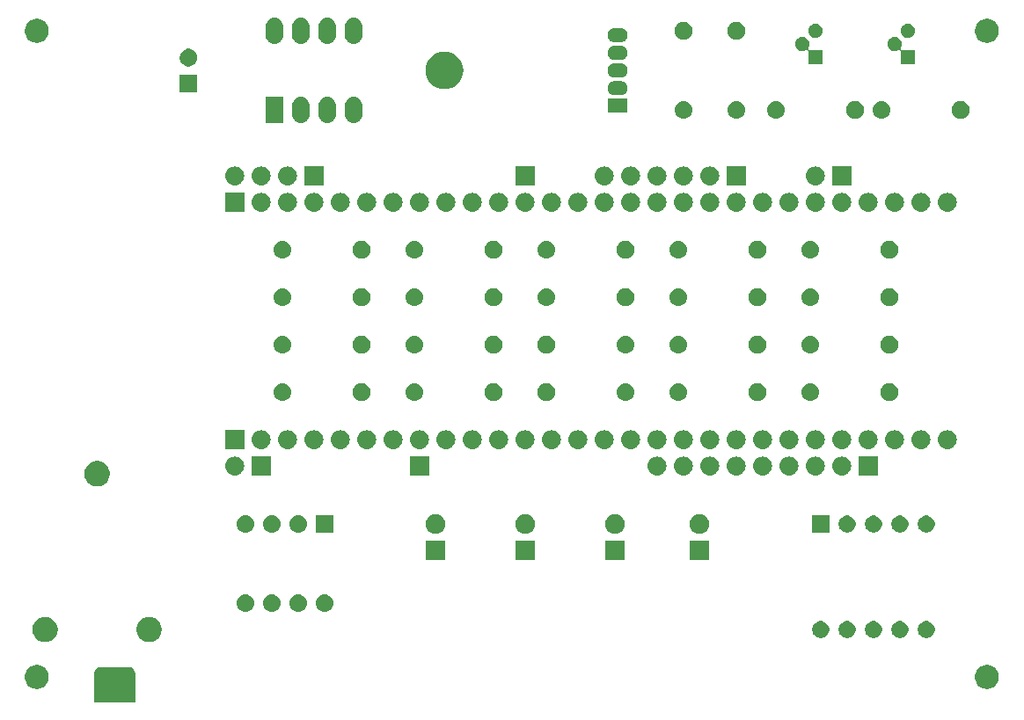
<source format=gbr>
G04 #@! TF.GenerationSoftware,KiCad,Pcbnew,(5.1.0-0)*
G04 #@! TF.CreationDate,2019-05-29T17:20:06+02:00*
G04 #@! TF.ProjectId,ac2-detpic-shield,6163322d-6465-4747-9069-632d73686965,rev?*
G04 #@! TF.SameCoordinates,Original*
G04 #@! TF.FileFunction,Soldermask,Top*
G04 #@! TF.FilePolarity,Negative*
%FSLAX46Y46*%
G04 Gerber Fmt 4.6, Leading zero omitted, Abs format (unit mm)*
G04 Created by KiCad (PCBNEW (5.1.0-0)) date 2019-05-29 17:20:06*
%MOMM*%
%LPD*%
G04 APERTURE LIST*
%ADD10C,0.100000*%
G04 APERTURE END LIST*
D10*
G36*
X139830993Y-90510807D02*
G01*
X139930603Y-90541024D01*
X140022404Y-90590093D01*
X140102871Y-90656129D01*
X140168907Y-90736596D01*
X140217976Y-90828397D01*
X140248193Y-90928007D01*
X140259000Y-91037740D01*
X140259000Y-93884000D01*
X136347000Y-93884000D01*
X136347000Y-91037740D01*
X136357807Y-90928007D01*
X136388024Y-90828397D01*
X136437093Y-90736596D01*
X136503129Y-90656129D01*
X136583596Y-90590093D01*
X136675397Y-90541024D01*
X136775007Y-90510807D01*
X136884740Y-90500000D01*
X139721260Y-90500000D01*
X139830993Y-90510807D01*
X139830993Y-90510807D01*
G37*
G36*
X131034549Y-90311116D02*
G01*
X131145734Y-90333232D01*
X131355203Y-90419997D01*
X131543720Y-90545960D01*
X131704040Y-90706280D01*
X131830003Y-90894797D01*
X131916768Y-91104266D01*
X131961000Y-91326636D01*
X131961000Y-91553364D01*
X131916768Y-91775734D01*
X131830003Y-91985203D01*
X131704040Y-92173720D01*
X131543720Y-92334040D01*
X131355203Y-92460003D01*
X131145734Y-92546768D01*
X131034549Y-92568884D01*
X130923365Y-92591000D01*
X130696635Y-92591000D01*
X130585451Y-92568884D01*
X130474266Y-92546768D01*
X130264797Y-92460003D01*
X130076280Y-92334040D01*
X129915960Y-92173720D01*
X129789997Y-91985203D01*
X129703232Y-91775734D01*
X129659000Y-91553364D01*
X129659000Y-91326636D01*
X129703232Y-91104266D01*
X129789997Y-90894797D01*
X129915960Y-90706280D01*
X130076280Y-90545960D01*
X130264797Y-90419997D01*
X130474266Y-90333232D01*
X130585451Y-90311116D01*
X130696635Y-90289000D01*
X130923365Y-90289000D01*
X131034549Y-90311116D01*
X131034549Y-90311116D01*
G37*
G36*
X222474549Y-90311116D02*
G01*
X222585734Y-90333232D01*
X222795203Y-90419997D01*
X222983720Y-90545960D01*
X223144040Y-90706280D01*
X223270003Y-90894797D01*
X223356768Y-91104266D01*
X223401000Y-91326636D01*
X223401000Y-91553364D01*
X223356768Y-91775734D01*
X223270003Y-91985203D01*
X223144040Y-92173720D01*
X222983720Y-92334040D01*
X222795203Y-92460003D01*
X222585734Y-92546768D01*
X222474549Y-92568884D01*
X222363365Y-92591000D01*
X222136635Y-92591000D01*
X222025451Y-92568884D01*
X221914266Y-92546768D01*
X221704797Y-92460003D01*
X221516280Y-92334040D01*
X221355960Y-92173720D01*
X221229997Y-91985203D01*
X221143232Y-91775734D01*
X221099000Y-91553364D01*
X221099000Y-91326636D01*
X221143232Y-91104266D01*
X221229997Y-90894797D01*
X221355960Y-90706280D01*
X221516280Y-90545960D01*
X221704797Y-90419997D01*
X221914266Y-90333232D01*
X222025451Y-90311116D01*
X222136635Y-90289000D01*
X222363365Y-90289000D01*
X222474549Y-90311116D01*
X222474549Y-90311116D01*
G37*
G36*
X141843205Y-85670461D02*
G01*
X141961153Y-85693922D01*
X142053194Y-85732047D01*
X142183359Y-85785963D01*
X142383342Y-85919587D01*
X142553413Y-86089658D01*
X142687037Y-86289641D01*
X142711932Y-86349743D01*
X142779078Y-86511847D01*
X142826000Y-86747742D01*
X142826000Y-86988258D01*
X142779078Y-87224153D01*
X142767087Y-87253101D01*
X142687037Y-87446359D01*
X142553413Y-87646342D01*
X142383342Y-87816413D01*
X142183359Y-87950037D01*
X142053194Y-88003953D01*
X141961153Y-88042078D01*
X141843205Y-88065539D01*
X141725259Y-88089000D01*
X141484741Y-88089000D01*
X141248847Y-88042078D01*
X141156806Y-88003953D01*
X141026641Y-87950037D01*
X140826658Y-87816413D01*
X140656587Y-87646342D01*
X140522963Y-87446359D01*
X140442913Y-87253101D01*
X140430922Y-87224153D01*
X140384000Y-86988258D01*
X140384000Y-86747742D01*
X140430922Y-86511847D01*
X140498068Y-86349743D01*
X140522963Y-86289641D01*
X140656587Y-86089658D01*
X140826658Y-85919587D01*
X141026641Y-85785963D01*
X141156806Y-85732047D01*
X141248847Y-85693922D01*
X141366795Y-85670461D01*
X141484741Y-85647000D01*
X141725259Y-85647000D01*
X141843205Y-85670461D01*
X141843205Y-85670461D01*
G37*
G36*
X131843205Y-85670461D02*
G01*
X131961153Y-85693922D01*
X132053194Y-85732047D01*
X132183359Y-85785963D01*
X132383342Y-85919587D01*
X132553413Y-86089658D01*
X132687037Y-86289641D01*
X132711932Y-86349743D01*
X132779078Y-86511847D01*
X132826000Y-86747742D01*
X132826000Y-86988258D01*
X132779078Y-87224153D01*
X132767087Y-87253101D01*
X132687037Y-87446359D01*
X132553413Y-87646342D01*
X132383342Y-87816413D01*
X132183359Y-87950037D01*
X132053194Y-88003953D01*
X131961153Y-88042078D01*
X131843205Y-88065539D01*
X131725259Y-88089000D01*
X131484741Y-88089000D01*
X131248847Y-88042078D01*
X131156806Y-88003953D01*
X131026641Y-87950037D01*
X130826658Y-87816413D01*
X130656587Y-87646342D01*
X130522963Y-87446359D01*
X130442913Y-87253101D01*
X130430922Y-87224153D01*
X130384000Y-86988258D01*
X130384000Y-86747742D01*
X130430922Y-86511847D01*
X130498068Y-86349743D01*
X130522963Y-86289641D01*
X130656587Y-86089658D01*
X130826658Y-85919587D01*
X131026641Y-85785963D01*
X131156806Y-85732047D01*
X131248847Y-85693922D01*
X131366795Y-85670461D01*
X131484741Y-85647000D01*
X131725259Y-85647000D01*
X131843205Y-85670461D01*
X131843205Y-85670461D01*
G37*
G36*
X211565142Y-86086242D02*
G01*
X211713101Y-86147529D01*
X211846255Y-86236499D01*
X211959501Y-86349745D01*
X212048471Y-86482899D01*
X212109758Y-86630858D01*
X212141000Y-86787925D01*
X212141000Y-86948075D01*
X212109758Y-87105142D01*
X212048471Y-87253101D01*
X211959501Y-87386255D01*
X211846255Y-87499501D01*
X211713101Y-87588471D01*
X211565142Y-87649758D01*
X211408075Y-87681000D01*
X211247925Y-87681000D01*
X211090858Y-87649758D01*
X210942899Y-87588471D01*
X210809745Y-87499501D01*
X210696499Y-87386255D01*
X210607529Y-87253101D01*
X210546242Y-87105142D01*
X210515000Y-86948075D01*
X210515000Y-86787925D01*
X210546242Y-86630858D01*
X210607529Y-86482899D01*
X210696499Y-86349745D01*
X210809745Y-86236499D01*
X210942899Y-86147529D01*
X211090858Y-86086242D01*
X211247925Y-86055000D01*
X211408075Y-86055000D01*
X211565142Y-86086242D01*
X211565142Y-86086242D01*
G37*
G36*
X209025142Y-86086242D02*
G01*
X209173101Y-86147529D01*
X209306255Y-86236499D01*
X209419501Y-86349745D01*
X209508471Y-86482899D01*
X209569758Y-86630858D01*
X209601000Y-86787925D01*
X209601000Y-86948075D01*
X209569758Y-87105142D01*
X209508471Y-87253101D01*
X209419501Y-87386255D01*
X209306255Y-87499501D01*
X209173101Y-87588471D01*
X209025142Y-87649758D01*
X208868075Y-87681000D01*
X208707925Y-87681000D01*
X208550858Y-87649758D01*
X208402899Y-87588471D01*
X208269745Y-87499501D01*
X208156499Y-87386255D01*
X208067529Y-87253101D01*
X208006242Y-87105142D01*
X207975000Y-86948075D01*
X207975000Y-86787925D01*
X208006242Y-86630858D01*
X208067529Y-86482899D01*
X208156499Y-86349745D01*
X208269745Y-86236499D01*
X208402899Y-86147529D01*
X208550858Y-86086242D01*
X208707925Y-86055000D01*
X208868075Y-86055000D01*
X209025142Y-86086242D01*
X209025142Y-86086242D01*
G37*
G36*
X206485142Y-86086242D02*
G01*
X206633101Y-86147529D01*
X206766255Y-86236499D01*
X206879501Y-86349745D01*
X206968471Y-86482899D01*
X207029758Y-86630858D01*
X207061000Y-86787925D01*
X207061000Y-86948075D01*
X207029758Y-87105142D01*
X206968471Y-87253101D01*
X206879501Y-87386255D01*
X206766255Y-87499501D01*
X206633101Y-87588471D01*
X206485142Y-87649758D01*
X206328075Y-87681000D01*
X206167925Y-87681000D01*
X206010858Y-87649758D01*
X205862899Y-87588471D01*
X205729745Y-87499501D01*
X205616499Y-87386255D01*
X205527529Y-87253101D01*
X205466242Y-87105142D01*
X205435000Y-86948075D01*
X205435000Y-86787925D01*
X205466242Y-86630858D01*
X205527529Y-86482899D01*
X205616499Y-86349745D01*
X205729745Y-86236499D01*
X205862899Y-86147529D01*
X206010858Y-86086242D01*
X206167925Y-86055000D01*
X206328075Y-86055000D01*
X206485142Y-86086242D01*
X206485142Y-86086242D01*
G37*
G36*
X214105142Y-86086242D02*
G01*
X214253101Y-86147529D01*
X214386255Y-86236499D01*
X214499501Y-86349745D01*
X214588471Y-86482899D01*
X214649758Y-86630858D01*
X214681000Y-86787925D01*
X214681000Y-86948075D01*
X214649758Y-87105142D01*
X214588471Y-87253101D01*
X214499501Y-87386255D01*
X214386255Y-87499501D01*
X214253101Y-87588471D01*
X214105142Y-87649758D01*
X213948075Y-87681000D01*
X213787925Y-87681000D01*
X213630858Y-87649758D01*
X213482899Y-87588471D01*
X213349745Y-87499501D01*
X213236499Y-87386255D01*
X213147529Y-87253101D01*
X213086242Y-87105142D01*
X213055000Y-86948075D01*
X213055000Y-86787925D01*
X213086242Y-86630858D01*
X213147529Y-86482899D01*
X213236499Y-86349745D01*
X213349745Y-86236499D01*
X213482899Y-86147529D01*
X213630858Y-86086242D01*
X213787925Y-86055000D01*
X213948075Y-86055000D01*
X214105142Y-86086242D01*
X214105142Y-86086242D01*
G37*
G36*
X216645142Y-86086242D02*
G01*
X216793101Y-86147529D01*
X216926255Y-86236499D01*
X217039501Y-86349745D01*
X217128471Y-86482899D01*
X217189758Y-86630858D01*
X217221000Y-86787925D01*
X217221000Y-86948075D01*
X217189758Y-87105142D01*
X217128471Y-87253101D01*
X217039501Y-87386255D01*
X216926255Y-87499501D01*
X216793101Y-87588471D01*
X216645142Y-87649758D01*
X216488075Y-87681000D01*
X216327925Y-87681000D01*
X216170858Y-87649758D01*
X216022899Y-87588471D01*
X215889745Y-87499501D01*
X215776499Y-87386255D01*
X215687529Y-87253101D01*
X215626242Y-87105142D01*
X215595000Y-86948075D01*
X215595000Y-86787925D01*
X215626242Y-86630858D01*
X215687529Y-86482899D01*
X215776499Y-86349745D01*
X215889745Y-86236499D01*
X216022899Y-86147529D01*
X216170858Y-86086242D01*
X216327925Y-86055000D01*
X216488075Y-86055000D01*
X216645142Y-86086242D01*
X216645142Y-86086242D01*
G37*
G36*
X158662823Y-83489313D02*
G01*
X158823242Y-83537976D01*
X158955906Y-83608886D01*
X158971078Y-83616996D01*
X159100659Y-83723341D01*
X159207004Y-83852922D01*
X159207005Y-83852924D01*
X159286024Y-84000758D01*
X159334687Y-84161177D01*
X159351117Y-84328000D01*
X159334687Y-84494823D01*
X159286024Y-84655242D01*
X159215114Y-84787906D01*
X159207004Y-84803078D01*
X159100659Y-84932659D01*
X158971078Y-85039004D01*
X158971076Y-85039005D01*
X158823242Y-85118024D01*
X158662823Y-85166687D01*
X158537804Y-85179000D01*
X158454196Y-85179000D01*
X158329177Y-85166687D01*
X158168758Y-85118024D01*
X158020924Y-85039005D01*
X158020922Y-85039004D01*
X157891341Y-84932659D01*
X157784996Y-84803078D01*
X157776886Y-84787906D01*
X157705976Y-84655242D01*
X157657313Y-84494823D01*
X157640883Y-84328000D01*
X157657313Y-84161177D01*
X157705976Y-84000758D01*
X157784995Y-83852924D01*
X157784996Y-83852922D01*
X157891341Y-83723341D01*
X158020922Y-83616996D01*
X158036094Y-83608886D01*
X158168758Y-83537976D01*
X158329177Y-83489313D01*
X158454196Y-83477000D01*
X158537804Y-83477000D01*
X158662823Y-83489313D01*
X158662823Y-83489313D01*
G37*
G36*
X156122823Y-83489313D02*
G01*
X156283242Y-83537976D01*
X156415906Y-83608886D01*
X156431078Y-83616996D01*
X156560659Y-83723341D01*
X156667004Y-83852922D01*
X156667005Y-83852924D01*
X156746024Y-84000758D01*
X156794687Y-84161177D01*
X156811117Y-84328000D01*
X156794687Y-84494823D01*
X156746024Y-84655242D01*
X156675114Y-84787906D01*
X156667004Y-84803078D01*
X156560659Y-84932659D01*
X156431078Y-85039004D01*
X156431076Y-85039005D01*
X156283242Y-85118024D01*
X156122823Y-85166687D01*
X155997804Y-85179000D01*
X155914196Y-85179000D01*
X155789177Y-85166687D01*
X155628758Y-85118024D01*
X155480924Y-85039005D01*
X155480922Y-85039004D01*
X155351341Y-84932659D01*
X155244996Y-84803078D01*
X155236886Y-84787906D01*
X155165976Y-84655242D01*
X155117313Y-84494823D01*
X155100883Y-84328000D01*
X155117313Y-84161177D01*
X155165976Y-84000758D01*
X155244995Y-83852924D01*
X155244996Y-83852922D01*
X155351341Y-83723341D01*
X155480922Y-83616996D01*
X155496094Y-83608886D01*
X155628758Y-83537976D01*
X155789177Y-83489313D01*
X155914196Y-83477000D01*
X155997804Y-83477000D01*
X156122823Y-83489313D01*
X156122823Y-83489313D01*
G37*
G36*
X153582823Y-83489313D02*
G01*
X153743242Y-83537976D01*
X153875906Y-83608886D01*
X153891078Y-83616996D01*
X154020659Y-83723341D01*
X154127004Y-83852922D01*
X154127005Y-83852924D01*
X154206024Y-84000758D01*
X154254687Y-84161177D01*
X154271117Y-84328000D01*
X154254687Y-84494823D01*
X154206024Y-84655242D01*
X154135114Y-84787906D01*
X154127004Y-84803078D01*
X154020659Y-84932659D01*
X153891078Y-85039004D01*
X153891076Y-85039005D01*
X153743242Y-85118024D01*
X153582823Y-85166687D01*
X153457804Y-85179000D01*
X153374196Y-85179000D01*
X153249177Y-85166687D01*
X153088758Y-85118024D01*
X152940924Y-85039005D01*
X152940922Y-85039004D01*
X152811341Y-84932659D01*
X152704996Y-84803078D01*
X152696886Y-84787906D01*
X152625976Y-84655242D01*
X152577313Y-84494823D01*
X152560883Y-84328000D01*
X152577313Y-84161177D01*
X152625976Y-84000758D01*
X152704995Y-83852924D01*
X152704996Y-83852922D01*
X152811341Y-83723341D01*
X152940922Y-83616996D01*
X152956094Y-83608886D01*
X153088758Y-83537976D01*
X153249177Y-83489313D01*
X153374196Y-83477000D01*
X153457804Y-83477000D01*
X153582823Y-83489313D01*
X153582823Y-83489313D01*
G37*
G36*
X151042823Y-83489313D02*
G01*
X151203242Y-83537976D01*
X151335906Y-83608886D01*
X151351078Y-83616996D01*
X151480659Y-83723341D01*
X151587004Y-83852922D01*
X151587005Y-83852924D01*
X151666024Y-84000758D01*
X151714687Y-84161177D01*
X151731117Y-84328000D01*
X151714687Y-84494823D01*
X151666024Y-84655242D01*
X151595114Y-84787906D01*
X151587004Y-84803078D01*
X151480659Y-84932659D01*
X151351078Y-85039004D01*
X151351076Y-85039005D01*
X151203242Y-85118024D01*
X151042823Y-85166687D01*
X150917804Y-85179000D01*
X150834196Y-85179000D01*
X150709177Y-85166687D01*
X150548758Y-85118024D01*
X150400924Y-85039005D01*
X150400922Y-85039004D01*
X150271341Y-84932659D01*
X150164996Y-84803078D01*
X150156886Y-84787906D01*
X150085976Y-84655242D01*
X150037313Y-84494823D01*
X150020883Y-84328000D01*
X150037313Y-84161177D01*
X150085976Y-84000758D01*
X150164995Y-83852924D01*
X150164996Y-83852922D01*
X150271341Y-83723341D01*
X150400922Y-83616996D01*
X150416094Y-83608886D01*
X150548758Y-83537976D01*
X150709177Y-83489313D01*
X150834196Y-83477000D01*
X150917804Y-83477000D01*
X151042823Y-83489313D01*
X151042823Y-83489313D01*
G37*
G36*
X195515000Y-80199000D02*
G01*
X193613000Y-80199000D01*
X193613000Y-78297000D01*
X195515000Y-78297000D01*
X195515000Y-80199000D01*
X195515000Y-80199000D01*
G37*
G36*
X187387000Y-80199000D02*
G01*
X185485000Y-80199000D01*
X185485000Y-78297000D01*
X187387000Y-78297000D01*
X187387000Y-80199000D01*
X187387000Y-80199000D01*
G37*
G36*
X178751000Y-80199000D02*
G01*
X176849000Y-80199000D01*
X176849000Y-78297000D01*
X178751000Y-78297000D01*
X178751000Y-80199000D01*
X178751000Y-80199000D01*
G37*
G36*
X170115000Y-80199000D02*
G01*
X168213000Y-80199000D01*
X168213000Y-78297000D01*
X170115000Y-78297000D01*
X170115000Y-80199000D01*
X170115000Y-80199000D01*
G37*
G36*
X186713395Y-75793546D02*
G01*
X186886466Y-75865234D01*
X186892572Y-75869314D01*
X187042227Y-75969310D01*
X187174690Y-76101773D01*
X187227081Y-76180182D01*
X187278766Y-76257534D01*
X187350454Y-76430605D01*
X187387000Y-76614333D01*
X187387000Y-76801667D01*
X187350454Y-76985395D01*
X187278766Y-77158466D01*
X187278765Y-77158467D01*
X187174690Y-77314227D01*
X187042227Y-77446690D01*
X186977772Y-77489757D01*
X186886466Y-77550766D01*
X186713395Y-77622454D01*
X186529667Y-77659000D01*
X186342333Y-77659000D01*
X186158605Y-77622454D01*
X185985534Y-77550766D01*
X185894228Y-77489757D01*
X185829773Y-77446690D01*
X185697310Y-77314227D01*
X185593235Y-77158467D01*
X185593234Y-77158466D01*
X185521546Y-76985395D01*
X185485000Y-76801667D01*
X185485000Y-76614333D01*
X185521546Y-76430605D01*
X185593234Y-76257534D01*
X185644919Y-76180182D01*
X185697310Y-76101773D01*
X185829773Y-75969310D01*
X185979428Y-75869314D01*
X185985534Y-75865234D01*
X186158605Y-75793546D01*
X186342333Y-75757000D01*
X186529667Y-75757000D01*
X186713395Y-75793546D01*
X186713395Y-75793546D01*
G37*
G36*
X194841395Y-75793546D02*
G01*
X195014466Y-75865234D01*
X195020572Y-75869314D01*
X195170227Y-75969310D01*
X195302690Y-76101773D01*
X195355081Y-76180182D01*
X195406766Y-76257534D01*
X195478454Y-76430605D01*
X195515000Y-76614333D01*
X195515000Y-76801667D01*
X195478454Y-76985395D01*
X195406766Y-77158466D01*
X195406765Y-77158467D01*
X195302690Y-77314227D01*
X195170227Y-77446690D01*
X195105772Y-77489757D01*
X195014466Y-77550766D01*
X194841395Y-77622454D01*
X194657667Y-77659000D01*
X194470333Y-77659000D01*
X194286605Y-77622454D01*
X194113534Y-77550766D01*
X194022228Y-77489757D01*
X193957773Y-77446690D01*
X193825310Y-77314227D01*
X193721235Y-77158467D01*
X193721234Y-77158466D01*
X193649546Y-76985395D01*
X193613000Y-76801667D01*
X193613000Y-76614333D01*
X193649546Y-76430605D01*
X193721234Y-76257534D01*
X193772919Y-76180182D01*
X193825310Y-76101773D01*
X193957773Y-75969310D01*
X194107428Y-75869314D01*
X194113534Y-75865234D01*
X194286605Y-75793546D01*
X194470333Y-75757000D01*
X194657667Y-75757000D01*
X194841395Y-75793546D01*
X194841395Y-75793546D01*
G37*
G36*
X178077395Y-75793546D02*
G01*
X178250466Y-75865234D01*
X178256572Y-75869314D01*
X178406227Y-75969310D01*
X178538690Y-76101773D01*
X178591081Y-76180182D01*
X178642766Y-76257534D01*
X178714454Y-76430605D01*
X178751000Y-76614333D01*
X178751000Y-76801667D01*
X178714454Y-76985395D01*
X178642766Y-77158466D01*
X178642765Y-77158467D01*
X178538690Y-77314227D01*
X178406227Y-77446690D01*
X178341772Y-77489757D01*
X178250466Y-77550766D01*
X178077395Y-77622454D01*
X177893667Y-77659000D01*
X177706333Y-77659000D01*
X177522605Y-77622454D01*
X177349534Y-77550766D01*
X177258228Y-77489757D01*
X177193773Y-77446690D01*
X177061310Y-77314227D01*
X176957235Y-77158467D01*
X176957234Y-77158466D01*
X176885546Y-76985395D01*
X176849000Y-76801667D01*
X176849000Y-76614333D01*
X176885546Y-76430605D01*
X176957234Y-76257534D01*
X177008919Y-76180182D01*
X177061310Y-76101773D01*
X177193773Y-75969310D01*
X177343428Y-75869314D01*
X177349534Y-75865234D01*
X177522605Y-75793546D01*
X177706333Y-75757000D01*
X177893667Y-75757000D01*
X178077395Y-75793546D01*
X178077395Y-75793546D01*
G37*
G36*
X169441395Y-75793546D02*
G01*
X169614466Y-75865234D01*
X169620572Y-75869314D01*
X169770227Y-75969310D01*
X169902690Y-76101773D01*
X169955081Y-76180182D01*
X170006766Y-76257534D01*
X170078454Y-76430605D01*
X170115000Y-76614333D01*
X170115000Y-76801667D01*
X170078454Y-76985395D01*
X170006766Y-77158466D01*
X170006765Y-77158467D01*
X169902690Y-77314227D01*
X169770227Y-77446690D01*
X169705772Y-77489757D01*
X169614466Y-77550766D01*
X169441395Y-77622454D01*
X169257667Y-77659000D01*
X169070333Y-77659000D01*
X168886605Y-77622454D01*
X168713534Y-77550766D01*
X168622228Y-77489757D01*
X168557773Y-77446690D01*
X168425310Y-77314227D01*
X168321235Y-77158467D01*
X168321234Y-77158466D01*
X168249546Y-76985395D01*
X168213000Y-76801667D01*
X168213000Y-76614333D01*
X168249546Y-76430605D01*
X168321234Y-76257534D01*
X168372919Y-76180182D01*
X168425310Y-76101773D01*
X168557773Y-75969310D01*
X168707428Y-75869314D01*
X168713534Y-75865234D01*
X168886605Y-75793546D01*
X169070333Y-75757000D01*
X169257667Y-75757000D01*
X169441395Y-75793546D01*
X169441395Y-75793546D01*
G37*
G36*
X159347000Y-77559000D02*
G01*
X157645000Y-77559000D01*
X157645000Y-75857000D01*
X159347000Y-75857000D01*
X159347000Y-77559000D01*
X159347000Y-77559000D01*
G37*
G36*
X156122823Y-75869313D02*
G01*
X156283242Y-75917976D01*
X156379279Y-75969309D01*
X156431078Y-75996996D01*
X156560659Y-76103341D01*
X156667004Y-76232922D01*
X156667005Y-76232924D01*
X156746024Y-76380758D01*
X156794687Y-76541177D01*
X156811117Y-76708000D01*
X156794687Y-76874823D01*
X156746024Y-77035242D01*
X156680159Y-77158466D01*
X156667004Y-77183078D01*
X156560659Y-77312659D01*
X156431078Y-77419004D01*
X156431076Y-77419005D01*
X156283242Y-77498024D01*
X156122823Y-77546687D01*
X155997804Y-77559000D01*
X155914196Y-77559000D01*
X155789177Y-77546687D01*
X155628758Y-77498024D01*
X155480924Y-77419005D01*
X155480922Y-77419004D01*
X155351341Y-77312659D01*
X155244996Y-77183078D01*
X155231841Y-77158466D01*
X155165976Y-77035242D01*
X155117313Y-76874823D01*
X155100883Y-76708000D01*
X155117313Y-76541177D01*
X155165976Y-76380758D01*
X155244995Y-76232924D01*
X155244996Y-76232922D01*
X155351341Y-76103341D01*
X155480922Y-75996996D01*
X155532721Y-75969309D01*
X155628758Y-75917976D01*
X155789177Y-75869313D01*
X155914196Y-75857000D01*
X155997804Y-75857000D01*
X156122823Y-75869313D01*
X156122823Y-75869313D01*
G37*
G36*
X153582823Y-75869313D02*
G01*
X153743242Y-75917976D01*
X153839279Y-75969309D01*
X153891078Y-75996996D01*
X154020659Y-76103341D01*
X154127004Y-76232922D01*
X154127005Y-76232924D01*
X154206024Y-76380758D01*
X154254687Y-76541177D01*
X154271117Y-76708000D01*
X154254687Y-76874823D01*
X154206024Y-77035242D01*
X154140159Y-77158466D01*
X154127004Y-77183078D01*
X154020659Y-77312659D01*
X153891078Y-77419004D01*
X153891076Y-77419005D01*
X153743242Y-77498024D01*
X153582823Y-77546687D01*
X153457804Y-77559000D01*
X153374196Y-77559000D01*
X153249177Y-77546687D01*
X153088758Y-77498024D01*
X152940924Y-77419005D01*
X152940922Y-77419004D01*
X152811341Y-77312659D01*
X152704996Y-77183078D01*
X152691841Y-77158466D01*
X152625976Y-77035242D01*
X152577313Y-76874823D01*
X152560883Y-76708000D01*
X152577313Y-76541177D01*
X152625976Y-76380758D01*
X152704995Y-76232924D01*
X152704996Y-76232922D01*
X152811341Y-76103341D01*
X152940922Y-75996996D01*
X152992721Y-75969309D01*
X153088758Y-75917976D01*
X153249177Y-75869313D01*
X153374196Y-75857000D01*
X153457804Y-75857000D01*
X153582823Y-75869313D01*
X153582823Y-75869313D01*
G37*
G36*
X151042823Y-75869313D02*
G01*
X151203242Y-75917976D01*
X151299279Y-75969309D01*
X151351078Y-75996996D01*
X151480659Y-76103341D01*
X151587004Y-76232922D01*
X151587005Y-76232924D01*
X151666024Y-76380758D01*
X151714687Y-76541177D01*
X151731117Y-76708000D01*
X151714687Y-76874823D01*
X151666024Y-77035242D01*
X151600159Y-77158466D01*
X151587004Y-77183078D01*
X151480659Y-77312659D01*
X151351078Y-77419004D01*
X151351076Y-77419005D01*
X151203242Y-77498024D01*
X151042823Y-77546687D01*
X150917804Y-77559000D01*
X150834196Y-77559000D01*
X150709177Y-77546687D01*
X150548758Y-77498024D01*
X150400924Y-77419005D01*
X150400922Y-77419004D01*
X150271341Y-77312659D01*
X150164996Y-77183078D01*
X150151841Y-77158466D01*
X150085976Y-77035242D01*
X150037313Y-76874823D01*
X150020883Y-76708000D01*
X150037313Y-76541177D01*
X150085976Y-76380758D01*
X150164995Y-76232924D01*
X150164996Y-76232922D01*
X150271341Y-76103341D01*
X150400922Y-75996996D01*
X150452721Y-75969309D01*
X150548758Y-75917976D01*
X150709177Y-75869313D01*
X150834196Y-75857000D01*
X150917804Y-75857000D01*
X151042823Y-75869313D01*
X151042823Y-75869313D01*
G37*
G36*
X216645142Y-75926242D02*
G01*
X216793101Y-75987529D01*
X216926255Y-76076499D01*
X217039501Y-76189745D01*
X217128471Y-76322899D01*
X217189758Y-76470858D01*
X217221000Y-76627925D01*
X217221000Y-76788075D01*
X217189758Y-76945142D01*
X217128471Y-77093101D01*
X217039501Y-77226255D01*
X216926255Y-77339501D01*
X216793101Y-77428471D01*
X216645142Y-77489758D01*
X216488075Y-77521000D01*
X216327925Y-77521000D01*
X216170858Y-77489758D01*
X216022899Y-77428471D01*
X215889745Y-77339501D01*
X215776499Y-77226255D01*
X215687529Y-77093101D01*
X215626242Y-76945142D01*
X215595000Y-76788075D01*
X215595000Y-76627925D01*
X215626242Y-76470858D01*
X215687529Y-76322899D01*
X215776499Y-76189745D01*
X215889745Y-76076499D01*
X216022899Y-75987529D01*
X216170858Y-75926242D01*
X216327925Y-75895000D01*
X216488075Y-75895000D01*
X216645142Y-75926242D01*
X216645142Y-75926242D01*
G37*
G36*
X214105142Y-75926242D02*
G01*
X214253101Y-75987529D01*
X214386255Y-76076499D01*
X214499501Y-76189745D01*
X214588471Y-76322899D01*
X214649758Y-76470858D01*
X214681000Y-76627925D01*
X214681000Y-76788075D01*
X214649758Y-76945142D01*
X214588471Y-77093101D01*
X214499501Y-77226255D01*
X214386255Y-77339501D01*
X214253101Y-77428471D01*
X214105142Y-77489758D01*
X213948075Y-77521000D01*
X213787925Y-77521000D01*
X213630858Y-77489758D01*
X213482899Y-77428471D01*
X213349745Y-77339501D01*
X213236499Y-77226255D01*
X213147529Y-77093101D01*
X213086242Y-76945142D01*
X213055000Y-76788075D01*
X213055000Y-76627925D01*
X213086242Y-76470858D01*
X213147529Y-76322899D01*
X213236499Y-76189745D01*
X213349745Y-76076499D01*
X213482899Y-75987529D01*
X213630858Y-75926242D01*
X213787925Y-75895000D01*
X213948075Y-75895000D01*
X214105142Y-75926242D01*
X214105142Y-75926242D01*
G37*
G36*
X211565142Y-75926242D02*
G01*
X211713101Y-75987529D01*
X211846255Y-76076499D01*
X211959501Y-76189745D01*
X212048471Y-76322899D01*
X212109758Y-76470858D01*
X212141000Y-76627925D01*
X212141000Y-76788075D01*
X212109758Y-76945142D01*
X212048471Y-77093101D01*
X211959501Y-77226255D01*
X211846255Y-77339501D01*
X211713101Y-77428471D01*
X211565142Y-77489758D01*
X211408075Y-77521000D01*
X211247925Y-77521000D01*
X211090858Y-77489758D01*
X210942899Y-77428471D01*
X210809745Y-77339501D01*
X210696499Y-77226255D01*
X210607529Y-77093101D01*
X210546242Y-76945142D01*
X210515000Y-76788075D01*
X210515000Y-76627925D01*
X210546242Y-76470858D01*
X210607529Y-76322899D01*
X210696499Y-76189745D01*
X210809745Y-76076499D01*
X210942899Y-75987529D01*
X211090858Y-75926242D01*
X211247925Y-75895000D01*
X211408075Y-75895000D01*
X211565142Y-75926242D01*
X211565142Y-75926242D01*
G37*
G36*
X209025142Y-75926242D02*
G01*
X209173101Y-75987529D01*
X209306255Y-76076499D01*
X209419501Y-76189745D01*
X209508471Y-76322899D01*
X209569758Y-76470858D01*
X209601000Y-76627925D01*
X209601000Y-76788075D01*
X209569758Y-76945142D01*
X209508471Y-77093101D01*
X209419501Y-77226255D01*
X209306255Y-77339501D01*
X209173101Y-77428471D01*
X209025142Y-77489758D01*
X208868075Y-77521000D01*
X208707925Y-77521000D01*
X208550858Y-77489758D01*
X208402899Y-77428471D01*
X208269745Y-77339501D01*
X208156499Y-77226255D01*
X208067529Y-77093101D01*
X208006242Y-76945142D01*
X207975000Y-76788075D01*
X207975000Y-76627925D01*
X208006242Y-76470858D01*
X208067529Y-76322899D01*
X208156499Y-76189745D01*
X208269745Y-76076499D01*
X208402899Y-75987529D01*
X208550858Y-75926242D01*
X208707925Y-75895000D01*
X208868075Y-75895000D01*
X209025142Y-75926242D01*
X209025142Y-75926242D01*
G37*
G36*
X207061000Y-77521000D02*
G01*
X205435000Y-77521000D01*
X205435000Y-75895000D01*
X207061000Y-75895000D01*
X207061000Y-77521000D01*
X207061000Y-77521000D01*
G37*
G36*
X136961153Y-70693922D02*
G01*
X137053194Y-70732047D01*
X137183359Y-70785963D01*
X137383342Y-70919587D01*
X137553413Y-71089658D01*
X137687037Y-71289641D01*
X137779078Y-71511848D01*
X137826000Y-71747741D01*
X137826000Y-71988259D01*
X137779078Y-72224152D01*
X137687037Y-72446359D01*
X137553413Y-72646342D01*
X137383342Y-72816413D01*
X137183359Y-72950037D01*
X137053194Y-73003953D01*
X136961153Y-73042078D01*
X136843205Y-73065539D01*
X136725259Y-73089000D01*
X136484741Y-73089000D01*
X136366795Y-73065539D01*
X136248847Y-73042078D01*
X136156806Y-73003953D01*
X136026641Y-72950037D01*
X135826658Y-72816413D01*
X135656587Y-72646342D01*
X135522963Y-72446359D01*
X135430922Y-72224152D01*
X135384000Y-71988259D01*
X135384000Y-71747741D01*
X135430922Y-71511848D01*
X135522963Y-71289641D01*
X135656587Y-71089658D01*
X135826658Y-70919587D01*
X136026641Y-70785963D01*
X136156806Y-70732047D01*
X136248847Y-70693922D01*
X136484741Y-70647000D01*
X136725259Y-70647000D01*
X136961153Y-70693922D01*
X136961153Y-70693922D01*
G37*
G36*
X200770442Y-70225518D02*
G01*
X200836627Y-70232037D01*
X201006466Y-70283557D01*
X201162991Y-70367222D01*
X201198729Y-70396552D01*
X201300186Y-70479814D01*
X201383448Y-70581271D01*
X201412778Y-70617009D01*
X201496443Y-70773534D01*
X201547963Y-70943373D01*
X201565359Y-71120000D01*
X201547963Y-71296627D01*
X201496443Y-71466466D01*
X201412778Y-71622991D01*
X201383448Y-71658729D01*
X201300186Y-71760186D01*
X201198729Y-71843448D01*
X201162991Y-71872778D01*
X201006466Y-71956443D01*
X200836627Y-72007963D01*
X200770443Y-72014481D01*
X200704260Y-72021000D01*
X200615740Y-72021000D01*
X200549557Y-72014481D01*
X200483373Y-72007963D01*
X200313534Y-71956443D01*
X200157009Y-71872778D01*
X200121271Y-71843448D01*
X200019814Y-71760186D01*
X199936552Y-71658729D01*
X199907222Y-71622991D01*
X199823557Y-71466466D01*
X199772037Y-71296627D01*
X199754641Y-71120000D01*
X199772037Y-70943373D01*
X199823557Y-70773534D01*
X199907222Y-70617009D01*
X199936552Y-70581271D01*
X200019814Y-70479814D01*
X200121271Y-70396552D01*
X200157009Y-70367222D01*
X200313534Y-70283557D01*
X200483373Y-70232037D01*
X200549558Y-70225518D01*
X200615740Y-70219000D01*
X200704260Y-70219000D01*
X200770442Y-70225518D01*
X200770442Y-70225518D01*
G37*
G36*
X195690442Y-70225518D02*
G01*
X195756627Y-70232037D01*
X195926466Y-70283557D01*
X196082991Y-70367222D01*
X196118729Y-70396552D01*
X196220186Y-70479814D01*
X196303448Y-70581271D01*
X196332778Y-70617009D01*
X196416443Y-70773534D01*
X196467963Y-70943373D01*
X196485359Y-71120000D01*
X196467963Y-71296627D01*
X196416443Y-71466466D01*
X196332778Y-71622991D01*
X196303448Y-71658729D01*
X196220186Y-71760186D01*
X196118729Y-71843448D01*
X196082991Y-71872778D01*
X195926466Y-71956443D01*
X195756627Y-72007963D01*
X195690443Y-72014481D01*
X195624260Y-72021000D01*
X195535740Y-72021000D01*
X195469557Y-72014481D01*
X195403373Y-72007963D01*
X195233534Y-71956443D01*
X195077009Y-71872778D01*
X195041271Y-71843448D01*
X194939814Y-71760186D01*
X194856552Y-71658729D01*
X194827222Y-71622991D01*
X194743557Y-71466466D01*
X194692037Y-71296627D01*
X194674641Y-71120000D01*
X194692037Y-70943373D01*
X194743557Y-70773534D01*
X194827222Y-70617009D01*
X194856552Y-70581271D01*
X194939814Y-70479814D01*
X195041271Y-70396552D01*
X195077009Y-70367222D01*
X195233534Y-70283557D01*
X195403373Y-70232037D01*
X195469558Y-70225518D01*
X195535740Y-70219000D01*
X195624260Y-70219000D01*
X195690442Y-70225518D01*
X195690442Y-70225518D01*
G37*
G36*
X193150442Y-70225518D02*
G01*
X193216627Y-70232037D01*
X193386466Y-70283557D01*
X193542991Y-70367222D01*
X193578729Y-70396552D01*
X193680186Y-70479814D01*
X193763448Y-70581271D01*
X193792778Y-70617009D01*
X193876443Y-70773534D01*
X193927963Y-70943373D01*
X193945359Y-71120000D01*
X193927963Y-71296627D01*
X193876443Y-71466466D01*
X193792778Y-71622991D01*
X193763448Y-71658729D01*
X193680186Y-71760186D01*
X193578729Y-71843448D01*
X193542991Y-71872778D01*
X193386466Y-71956443D01*
X193216627Y-72007963D01*
X193150443Y-72014481D01*
X193084260Y-72021000D01*
X192995740Y-72021000D01*
X192929557Y-72014481D01*
X192863373Y-72007963D01*
X192693534Y-71956443D01*
X192537009Y-71872778D01*
X192501271Y-71843448D01*
X192399814Y-71760186D01*
X192316552Y-71658729D01*
X192287222Y-71622991D01*
X192203557Y-71466466D01*
X192152037Y-71296627D01*
X192134641Y-71120000D01*
X192152037Y-70943373D01*
X192203557Y-70773534D01*
X192287222Y-70617009D01*
X192316552Y-70581271D01*
X192399814Y-70479814D01*
X192501271Y-70396552D01*
X192537009Y-70367222D01*
X192693534Y-70283557D01*
X192863373Y-70232037D01*
X192929558Y-70225518D01*
X192995740Y-70219000D01*
X193084260Y-70219000D01*
X193150442Y-70225518D01*
X193150442Y-70225518D01*
G37*
G36*
X190610442Y-70225518D02*
G01*
X190676627Y-70232037D01*
X190846466Y-70283557D01*
X191002991Y-70367222D01*
X191038729Y-70396552D01*
X191140186Y-70479814D01*
X191223448Y-70581271D01*
X191252778Y-70617009D01*
X191336443Y-70773534D01*
X191387963Y-70943373D01*
X191405359Y-71120000D01*
X191387963Y-71296627D01*
X191336443Y-71466466D01*
X191252778Y-71622991D01*
X191223448Y-71658729D01*
X191140186Y-71760186D01*
X191038729Y-71843448D01*
X191002991Y-71872778D01*
X190846466Y-71956443D01*
X190676627Y-72007963D01*
X190610443Y-72014481D01*
X190544260Y-72021000D01*
X190455740Y-72021000D01*
X190389557Y-72014481D01*
X190323373Y-72007963D01*
X190153534Y-71956443D01*
X189997009Y-71872778D01*
X189961271Y-71843448D01*
X189859814Y-71760186D01*
X189776552Y-71658729D01*
X189747222Y-71622991D01*
X189663557Y-71466466D01*
X189612037Y-71296627D01*
X189594641Y-71120000D01*
X189612037Y-70943373D01*
X189663557Y-70773534D01*
X189747222Y-70617009D01*
X189776552Y-70581271D01*
X189859814Y-70479814D01*
X189961271Y-70396552D01*
X189997009Y-70367222D01*
X190153534Y-70283557D01*
X190323373Y-70232037D01*
X190389558Y-70225518D01*
X190455740Y-70219000D01*
X190544260Y-70219000D01*
X190610442Y-70225518D01*
X190610442Y-70225518D01*
G37*
G36*
X168541000Y-72021000D02*
G01*
X166739000Y-72021000D01*
X166739000Y-70219000D01*
X168541000Y-70219000D01*
X168541000Y-72021000D01*
X168541000Y-72021000D01*
G37*
G36*
X153301000Y-72021000D02*
G01*
X151499000Y-72021000D01*
X151499000Y-70219000D01*
X153301000Y-70219000D01*
X153301000Y-72021000D01*
X153301000Y-72021000D01*
G37*
G36*
X149970442Y-70225518D02*
G01*
X150036627Y-70232037D01*
X150206466Y-70283557D01*
X150362991Y-70367222D01*
X150398729Y-70396552D01*
X150500186Y-70479814D01*
X150583448Y-70581271D01*
X150612778Y-70617009D01*
X150696443Y-70773534D01*
X150747963Y-70943373D01*
X150765359Y-71120000D01*
X150747963Y-71296627D01*
X150696443Y-71466466D01*
X150612778Y-71622991D01*
X150583448Y-71658729D01*
X150500186Y-71760186D01*
X150398729Y-71843448D01*
X150362991Y-71872778D01*
X150206466Y-71956443D01*
X150036627Y-72007963D01*
X149970443Y-72014481D01*
X149904260Y-72021000D01*
X149815740Y-72021000D01*
X149749557Y-72014481D01*
X149683373Y-72007963D01*
X149513534Y-71956443D01*
X149357009Y-71872778D01*
X149321271Y-71843448D01*
X149219814Y-71760186D01*
X149136552Y-71658729D01*
X149107222Y-71622991D01*
X149023557Y-71466466D01*
X148972037Y-71296627D01*
X148954641Y-71120000D01*
X148972037Y-70943373D01*
X149023557Y-70773534D01*
X149107222Y-70617009D01*
X149136552Y-70581271D01*
X149219814Y-70479814D01*
X149321271Y-70396552D01*
X149357009Y-70367222D01*
X149513534Y-70283557D01*
X149683373Y-70232037D01*
X149749558Y-70225518D01*
X149815740Y-70219000D01*
X149904260Y-70219000D01*
X149970442Y-70225518D01*
X149970442Y-70225518D01*
G37*
G36*
X211721000Y-72021000D02*
G01*
X209919000Y-72021000D01*
X209919000Y-70219000D01*
X211721000Y-70219000D01*
X211721000Y-72021000D01*
X211721000Y-72021000D01*
G37*
G36*
X208390442Y-70225518D02*
G01*
X208456627Y-70232037D01*
X208626466Y-70283557D01*
X208782991Y-70367222D01*
X208818729Y-70396552D01*
X208920186Y-70479814D01*
X209003448Y-70581271D01*
X209032778Y-70617009D01*
X209116443Y-70773534D01*
X209167963Y-70943373D01*
X209185359Y-71120000D01*
X209167963Y-71296627D01*
X209116443Y-71466466D01*
X209032778Y-71622991D01*
X209003448Y-71658729D01*
X208920186Y-71760186D01*
X208818729Y-71843448D01*
X208782991Y-71872778D01*
X208626466Y-71956443D01*
X208456627Y-72007963D01*
X208390443Y-72014481D01*
X208324260Y-72021000D01*
X208235740Y-72021000D01*
X208169557Y-72014481D01*
X208103373Y-72007963D01*
X207933534Y-71956443D01*
X207777009Y-71872778D01*
X207741271Y-71843448D01*
X207639814Y-71760186D01*
X207556552Y-71658729D01*
X207527222Y-71622991D01*
X207443557Y-71466466D01*
X207392037Y-71296627D01*
X207374641Y-71120000D01*
X207392037Y-70943373D01*
X207443557Y-70773534D01*
X207527222Y-70617009D01*
X207556552Y-70581271D01*
X207639814Y-70479814D01*
X207741271Y-70396552D01*
X207777009Y-70367222D01*
X207933534Y-70283557D01*
X208103373Y-70232037D01*
X208169558Y-70225518D01*
X208235740Y-70219000D01*
X208324260Y-70219000D01*
X208390442Y-70225518D01*
X208390442Y-70225518D01*
G37*
G36*
X205850442Y-70225518D02*
G01*
X205916627Y-70232037D01*
X206086466Y-70283557D01*
X206242991Y-70367222D01*
X206278729Y-70396552D01*
X206380186Y-70479814D01*
X206463448Y-70581271D01*
X206492778Y-70617009D01*
X206576443Y-70773534D01*
X206627963Y-70943373D01*
X206645359Y-71120000D01*
X206627963Y-71296627D01*
X206576443Y-71466466D01*
X206492778Y-71622991D01*
X206463448Y-71658729D01*
X206380186Y-71760186D01*
X206278729Y-71843448D01*
X206242991Y-71872778D01*
X206086466Y-71956443D01*
X205916627Y-72007963D01*
X205850443Y-72014481D01*
X205784260Y-72021000D01*
X205695740Y-72021000D01*
X205629557Y-72014481D01*
X205563373Y-72007963D01*
X205393534Y-71956443D01*
X205237009Y-71872778D01*
X205201271Y-71843448D01*
X205099814Y-71760186D01*
X205016552Y-71658729D01*
X204987222Y-71622991D01*
X204903557Y-71466466D01*
X204852037Y-71296627D01*
X204834641Y-71120000D01*
X204852037Y-70943373D01*
X204903557Y-70773534D01*
X204987222Y-70617009D01*
X205016552Y-70581271D01*
X205099814Y-70479814D01*
X205201271Y-70396552D01*
X205237009Y-70367222D01*
X205393534Y-70283557D01*
X205563373Y-70232037D01*
X205629558Y-70225518D01*
X205695740Y-70219000D01*
X205784260Y-70219000D01*
X205850442Y-70225518D01*
X205850442Y-70225518D01*
G37*
G36*
X203310442Y-70225518D02*
G01*
X203376627Y-70232037D01*
X203546466Y-70283557D01*
X203702991Y-70367222D01*
X203738729Y-70396552D01*
X203840186Y-70479814D01*
X203923448Y-70581271D01*
X203952778Y-70617009D01*
X204036443Y-70773534D01*
X204087963Y-70943373D01*
X204105359Y-71120000D01*
X204087963Y-71296627D01*
X204036443Y-71466466D01*
X203952778Y-71622991D01*
X203923448Y-71658729D01*
X203840186Y-71760186D01*
X203738729Y-71843448D01*
X203702991Y-71872778D01*
X203546466Y-71956443D01*
X203376627Y-72007963D01*
X203310443Y-72014481D01*
X203244260Y-72021000D01*
X203155740Y-72021000D01*
X203089557Y-72014481D01*
X203023373Y-72007963D01*
X202853534Y-71956443D01*
X202697009Y-71872778D01*
X202661271Y-71843448D01*
X202559814Y-71760186D01*
X202476552Y-71658729D01*
X202447222Y-71622991D01*
X202363557Y-71466466D01*
X202312037Y-71296627D01*
X202294641Y-71120000D01*
X202312037Y-70943373D01*
X202363557Y-70773534D01*
X202447222Y-70617009D01*
X202476552Y-70581271D01*
X202559814Y-70479814D01*
X202661271Y-70396552D01*
X202697009Y-70367222D01*
X202853534Y-70283557D01*
X203023373Y-70232037D01*
X203089558Y-70225518D01*
X203155740Y-70219000D01*
X203244260Y-70219000D01*
X203310442Y-70225518D01*
X203310442Y-70225518D01*
G37*
G36*
X198230442Y-70225518D02*
G01*
X198296627Y-70232037D01*
X198466466Y-70283557D01*
X198622991Y-70367222D01*
X198658729Y-70396552D01*
X198760186Y-70479814D01*
X198843448Y-70581271D01*
X198872778Y-70617009D01*
X198956443Y-70773534D01*
X199007963Y-70943373D01*
X199025359Y-71120000D01*
X199007963Y-71296627D01*
X198956443Y-71466466D01*
X198872778Y-71622991D01*
X198843448Y-71658729D01*
X198760186Y-71760186D01*
X198658729Y-71843448D01*
X198622991Y-71872778D01*
X198466466Y-71956443D01*
X198296627Y-72007963D01*
X198230443Y-72014481D01*
X198164260Y-72021000D01*
X198075740Y-72021000D01*
X198009557Y-72014481D01*
X197943373Y-72007963D01*
X197773534Y-71956443D01*
X197617009Y-71872778D01*
X197581271Y-71843448D01*
X197479814Y-71760186D01*
X197396552Y-71658729D01*
X197367222Y-71622991D01*
X197283557Y-71466466D01*
X197232037Y-71296627D01*
X197214641Y-71120000D01*
X197232037Y-70943373D01*
X197283557Y-70773534D01*
X197367222Y-70617009D01*
X197396552Y-70581271D01*
X197479814Y-70479814D01*
X197581271Y-70396552D01*
X197617009Y-70367222D01*
X197773534Y-70283557D01*
X197943373Y-70232037D01*
X198009558Y-70225518D01*
X198075740Y-70219000D01*
X198164260Y-70219000D01*
X198230442Y-70225518D01*
X198230442Y-70225518D01*
G37*
G36*
X203310443Y-67685519D02*
G01*
X203376627Y-67692037D01*
X203546466Y-67743557D01*
X203702991Y-67827222D01*
X203738729Y-67856552D01*
X203840186Y-67939814D01*
X203923448Y-68041271D01*
X203952778Y-68077009D01*
X204036443Y-68233534D01*
X204087963Y-68403373D01*
X204105359Y-68580000D01*
X204087963Y-68756627D01*
X204036443Y-68926466D01*
X203952778Y-69082991D01*
X203923448Y-69118729D01*
X203840186Y-69220186D01*
X203738729Y-69303448D01*
X203702991Y-69332778D01*
X203546466Y-69416443D01*
X203376627Y-69467963D01*
X203310442Y-69474482D01*
X203244260Y-69481000D01*
X203155740Y-69481000D01*
X203089558Y-69474482D01*
X203023373Y-69467963D01*
X202853534Y-69416443D01*
X202697009Y-69332778D01*
X202661271Y-69303448D01*
X202559814Y-69220186D01*
X202476552Y-69118729D01*
X202447222Y-69082991D01*
X202363557Y-68926466D01*
X202312037Y-68756627D01*
X202294641Y-68580000D01*
X202312037Y-68403373D01*
X202363557Y-68233534D01*
X202447222Y-68077009D01*
X202476552Y-68041271D01*
X202559814Y-67939814D01*
X202661271Y-67856552D01*
X202697009Y-67827222D01*
X202853534Y-67743557D01*
X203023373Y-67692037D01*
X203089557Y-67685519D01*
X203155740Y-67679000D01*
X203244260Y-67679000D01*
X203310443Y-67685519D01*
X203310443Y-67685519D01*
G37*
G36*
X167750443Y-67685519D02*
G01*
X167816627Y-67692037D01*
X167986466Y-67743557D01*
X168142991Y-67827222D01*
X168178729Y-67856552D01*
X168280186Y-67939814D01*
X168363448Y-68041271D01*
X168392778Y-68077009D01*
X168476443Y-68233534D01*
X168527963Y-68403373D01*
X168545359Y-68580000D01*
X168527963Y-68756627D01*
X168476443Y-68926466D01*
X168392778Y-69082991D01*
X168363448Y-69118729D01*
X168280186Y-69220186D01*
X168178729Y-69303448D01*
X168142991Y-69332778D01*
X167986466Y-69416443D01*
X167816627Y-69467963D01*
X167750442Y-69474482D01*
X167684260Y-69481000D01*
X167595740Y-69481000D01*
X167529558Y-69474482D01*
X167463373Y-69467963D01*
X167293534Y-69416443D01*
X167137009Y-69332778D01*
X167101271Y-69303448D01*
X166999814Y-69220186D01*
X166916552Y-69118729D01*
X166887222Y-69082991D01*
X166803557Y-68926466D01*
X166752037Y-68756627D01*
X166734641Y-68580000D01*
X166752037Y-68403373D01*
X166803557Y-68233534D01*
X166887222Y-68077009D01*
X166916552Y-68041271D01*
X166999814Y-67939814D01*
X167101271Y-67856552D01*
X167137009Y-67827222D01*
X167293534Y-67743557D01*
X167463373Y-67692037D01*
X167529557Y-67685519D01*
X167595740Y-67679000D01*
X167684260Y-67679000D01*
X167750443Y-67685519D01*
X167750443Y-67685519D01*
G37*
G36*
X162670443Y-67685519D02*
G01*
X162736627Y-67692037D01*
X162906466Y-67743557D01*
X163062991Y-67827222D01*
X163098729Y-67856552D01*
X163200186Y-67939814D01*
X163283448Y-68041271D01*
X163312778Y-68077009D01*
X163396443Y-68233534D01*
X163447963Y-68403373D01*
X163465359Y-68580000D01*
X163447963Y-68756627D01*
X163396443Y-68926466D01*
X163312778Y-69082991D01*
X163283448Y-69118729D01*
X163200186Y-69220186D01*
X163098729Y-69303448D01*
X163062991Y-69332778D01*
X162906466Y-69416443D01*
X162736627Y-69467963D01*
X162670442Y-69474482D01*
X162604260Y-69481000D01*
X162515740Y-69481000D01*
X162449558Y-69474482D01*
X162383373Y-69467963D01*
X162213534Y-69416443D01*
X162057009Y-69332778D01*
X162021271Y-69303448D01*
X161919814Y-69220186D01*
X161836552Y-69118729D01*
X161807222Y-69082991D01*
X161723557Y-68926466D01*
X161672037Y-68756627D01*
X161654641Y-68580000D01*
X161672037Y-68403373D01*
X161723557Y-68233534D01*
X161807222Y-68077009D01*
X161836552Y-68041271D01*
X161919814Y-67939814D01*
X162021271Y-67856552D01*
X162057009Y-67827222D01*
X162213534Y-67743557D01*
X162383373Y-67692037D01*
X162449557Y-67685519D01*
X162515740Y-67679000D01*
X162604260Y-67679000D01*
X162670443Y-67685519D01*
X162670443Y-67685519D01*
G37*
G36*
X160130443Y-67685519D02*
G01*
X160196627Y-67692037D01*
X160366466Y-67743557D01*
X160522991Y-67827222D01*
X160558729Y-67856552D01*
X160660186Y-67939814D01*
X160743448Y-68041271D01*
X160772778Y-68077009D01*
X160856443Y-68233534D01*
X160907963Y-68403373D01*
X160925359Y-68580000D01*
X160907963Y-68756627D01*
X160856443Y-68926466D01*
X160772778Y-69082991D01*
X160743448Y-69118729D01*
X160660186Y-69220186D01*
X160558729Y-69303448D01*
X160522991Y-69332778D01*
X160366466Y-69416443D01*
X160196627Y-69467963D01*
X160130442Y-69474482D01*
X160064260Y-69481000D01*
X159975740Y-69481000D01*
X159909558Y-69474482D01*
X159843373Y-69467963D01*
X159673534Y-69416443D01*
X159517009Y-69332778D01*
X159481271Y-69303448D01*
X159379814Y-69220186D01*
X159296552Y-69118729D01*
X159267222Y-69082991D01*
X159183557Y-68926466D01*
X159132037Y-68756627D01*
X159114641Y-68580000D01*
X159132037Y-68403373D01*
X159183557Y-68233534D01*
X159267222Y-68077009D01*
X159296552Y-68041271D01*
X159379814Y-67939814D01*
X159481271Y-67856552D01*
X159517009Y-67827222D01*
X159673534Y-67743557D01*
X159843373Y-67692037D01*
X159909557Y-67685519D01*
X159975740Y-67679000D01*
X160064260Y-67679000D01*
X160130443Y-67685519D01*
X160130443Y-67685519D01*
G37*
G36*
X157590443Y-67685519D02*
G01*
X157656627Y-67692037D01*
X157826466Y-67743557D01*
X157982991Y-67827222D01*
X158018729Y-67856552D01*
X158120186Y-67939814D01*
X158203448Y-68041271D01*
X158232778Y-68077009D01*
X158316443Y-68233534D01*
X158367963Y-68403373D01*
X158385359Y-68580000D01*
X158367963Y-68756627D01*
X158316443Y-68926466D01*
X158232778Y-69082991D01*
X158203448Y-69118729D01*
X158120186Y-69220186D01*
X158018729Y-69303448D01*
X157982991Y-69332778D01*
X157826466Y-69416443D01*
X157656627Y-69467963D01*
X157590442Y-69474482D01*
X157524260Y-69481000D01*
X157435740Y-69481000D01*
X157369558Y-69474482D01*
X157303373Y-69467963D01*
X157133534Y-69416443D01*
X156977009Y-69332778D01*
X156941271Y-69303448D01*
X156839814Y-69220186D01*
X156756552Y-69118729D01*
X156727222Y-69082991D01*
X156643557Y-68926466D01*
X156592037Y-68756627D01*
X156574641Y-68580000D01*
X156592037Y-68403373D01*
X156643557Y-68233534D01*
X156727222Y-68077009D01*
X156756552Y-68041271D01*
X156839814Y-67939814D01*
X156941271Y-67856552D01*
X156977009Y-67827222D01*
X157133534Y-67743557D01*
X157303373Y-67692037D01*
X157369557Y-67685519D01*
X157435740Y-67679000D01*
X157524260Y-67679000D01*
X157590443Y-67685519D01*
X157590443Y-67685519D01*
G37*
G36*
X155050443Y-67685519D02*
G01*
X155116627Y-67692037D01*
X155286466Y-67743557D01*
X155442991Y-67827222D01*
X155478729Y-67856552D01*
X155580186Y-67939814D01*
X155663448Y-68041271D01*
X155692778Y-68077009D01*
X155776443Y-68233534D01*
X155827963Y-68403373D01*
X155845359Y-68580000D01*
X155827963Y-68756627D01*
X155776443Y-68926466D01*
X155692778Y-69082991D01*
X155663448Y-69118729D01*
X155580186Y-69220186D01*
X155478729Y-69303448D01*
X155442991Y-69332778D01*
X155286466Y-69416443D01*
X155116627Y-69467963D01*
X155050442Y-69474482D01*
X154984260Y-69481000D01*
X154895740Y-69481000D01*
X154829558Y-69474482D01*
X154763373Y-69467963D01*
X154593534Y-69416443D01*
X154437009Y-69332778D01*
X154401271Y-69303448D01*
X154299814Y-69220186D01*
X154216552Y-69118729D01*
X154187222Y-69082991D01*
X154103557Y-68926466D01*
X154052037Y-68756627D01*
X154034641Y-68580000D01*
X154052037Y-68403373D01*
X154103557Y-68233534D01*
X154187222Y-68077009D01*
X154216552Y-68041271D01*
X154299814Y-67939814D01*
X154401271Y-67856552D01*
X154437009Y-67827222D01*
X154593534Y-67743557D01*
X154763373Y-67692037D01*
X154829557Y-67685519D01*
X154895740Y-67679000D01*
X154984260Y-67679000D01*
X155050443Y-67685519D01*
X155050443Y-67685519D01*
G37*
G36*
X152510443Y-67685519D02*
G01*
X152576627Y-67692037D01*
X152746466Y-67743557D01*
X152902991Y-67827222D01*
X152938729Y-67856552D01*
X153040186Y-67939814D01*
X153123448Y-68041271D01*
X153152778Y-68077009D01*
X153236443Y-68233534D01*
X153287963Y-68403373D01*
X153305359Y-68580000D01*
X153287963Y-68756627D01*
X153236443Y-68926466D01*
X153152778Y-69082991D01*
X153123448Y-69118729D01*
X153040186Y-69220186D01*
X152938729Y-69303448D01*
X152902991Y-69332778D01*
X152746466Y-69416443D01*
X152576627Y-69467963D01*
X152510442Y-69474482D01*
X152444260Y-69481000D01*
X152355740Y-69481000D01*
X152289558Y-69474482D01*
X152223373Y-69467963D01*
X152053534Y-69416443D01*
X151897009Y-69332778D01*
X151861271Y-69303448D01*
X151759814Y-69220186D01*
X151676552Y-69118729D01*
X151647222Y-69082991D01*
X151563557Y-68926466D01*
X151512037Y-68756627D01*
X151494641Y-68580000D01*
X151512037Y-68403373D01*
X151563557Y-68233534D01*
X151647222Y-68077009D01*
X151676552Y-68041271D01*
X151759814Y-67939814D01*
X151861271Y-67856552D01*
X151897009Y-67827222D01*
X152053534Y-67743557D01*
X152223373Y-67692037D01*
X152289557Y-67685519D01*
X152355740Y-67679000D01*
X152444260Y-67679000D01*
X152510443Y-67685519D01*
X152510443Y-67685519D01*
G37*
G36*
X150761000Y-69481000D02*
G01*
X148959000Y-69481000D01*
X148959000Y-67679000D01*
X150761000Y-67679000D01*
X150761000Y-69481000D01*
X150761000Y-69481000D01*
G37*
G36*
X218550443Y-67685519D02*
G01*
X218616627Y-67692037D01*
X218786466Y-67743557D01*
X218942991Y-67827222D01*
X218978729Y-67856552D01*
X219080186Y-67939814D01*
X219163448Y-68041271D01*
X219192778Y-68077009D01*
X219276443Y-68233534D01*
X219327963Y-68403373D01*
X219345359Y-68580000D01*
X219327963Y-68756627D01*
X219276443Y-68926466D01*
X219192778Y-69082991D01*
X219163448Y-69118729D01*
X219080186Y-69220186D01*
X218978729Y-69303448D01*
X218942991Y-69332778D01*
X218786466Y-69416443D01*
X218616627Y-69467963D01*
X218550442Y-69474482D01*
X218484260Y-69481000D01*
X218395740Y-69481000D01*
X218329558Y-69474482D01*
X218263373Y-69467963D01*
X218093534Y-69416443D01*
X217937009Y-69332778D01*
X217901271Y-69303448D01*
X217799814Y-69220186D01*
X217716552Y-69118729D01*
X217687222Y-69082991D01*
X217603557Y-68926466D01*
X217552037Y-68756627D01*
X217534641Y-68580000D01*
X217552037Y-68403373D01*
X217603557Y-68233534D01*
X217687222Y-68077009D01*
X217716552Y-68041271D01*
X217799814Y-67939814D01*
X217901271Y-67856552D01*
X217937009Y-67827222D01*
X218093534Y-67743557D01*
X218263373Y-67692037D01*
X218329557Y-67685519D01*
X218395740Y-67679000D01*
X218484260Y-67679000D01*
X218550443Y-67685519D01*
X218550443Y-67685519D01*
G37*
G36*
X216010443Y-67685519D02*
G01*
X216076627Y-67692037D01*
X216246466Y-67743557D01*
X216402991Y-67827222D01*
X216438729Y-67856552D01*
X216540186Y-67939814D01*
X216623448Y-68041271D01*
X216652778Y-68077009D01*
X216736443Y-68233534D01*
X216787963Y-68403373D01*
X216805359Y-68580000D01*
X216787963Y-68756627D01*
X216736443Y-68926466D01*
X216652778Y-69082991D01*
X216623448Y-69118729D01*
X216540186Y-69220186D01*
X216438729Y-69303448D01*
X216402991Y-69332778D01*
X216246466Y-69416443D01*
X216076627Y-69467963D01*
X216010442Y-69474482D01*
X215944260Y-69481000D01*
X215855740Y-69481000D01*
X215789558Y-69474482D01*
X215723373Y-69467963D01*
X215553534Y-69416443D01*
X215397009Y-69332778D01*
X215361271Y-69303448D01*
X215259814Y-69220186D01*
X215176552Y-69118729D01*
X215147222Y-69082991D01*
X215063557Y-68926466D01*
X215012037Y-68756627D01*
X214994641Y-68580000D01*
X215012037Y-68403373D01*
X215063557Y-68233534D01*
X215147222Y-68077009D01*
X215176552Y-68041271D01*
X215259814Y-67939814D01*
X215361271Y-67856552D01*
X215397009Y-67827222D01*
X215553534Y-67743557D01*
X215723373Y-67692037D01*
X215789557Y-67685519D01*
X215855740Y-67679000D01*
X215944260Y-67679000D01*
X216010443Y-67685519D01*
X216010443Y-67685519D01*
G37*
G36*
X213470443Y-67685519D02*
G01*
X213536627Y-67692037D01*
X213706466Y-67743557D01*
X213862991Y-67827222D01*
X213898729Y-67856552D01*
X214000186Y-67939814D01*
X214083448Y-68041271D01*
X214112778Y-68077009D01*
X214196443Y-68233534D01*
X214247963Y-68403373D01*
X214265359Y-68580000D01*
X214247963Y-68756627D01*
X214196443Y-68926466D01*
X214112778Y-69082991D01*
X214083448Y-69118729D01*
X214000186Y-69220186D01*
X213898729Y-69303448D01*
X213862991Y-69332778D01*
X213706466Y-69416443D01*
X213536627Y-69467963D01*
X213470442Y-69474482D01*
X213404260Y-69481000D01*
X213315740Y-69481000D01*
X213249558Y-69474482D01*
X213183373Y-69467963D01*
X213013534Y-69416443D01*
X212857009Y-69332778D01*
X212821271Y-69303448D01*
X212719814Y-69220186D01*
X212636552Y-69118729D01*
X212607222Y-69082991D01*
X212523557Y-68926466D01*
X212472037Y-68756627D01*
X212454641Y-68580000D01*
X212472037Y-68403373D01*
X212523557Y-68233534D01*
X212607222Y-68077009D01*
X212636552Y-68041271D01*
X212719814Y-67939814D01*
X212821271Y-67856552D01*
X212857009Y-67827222D01*
X213013534Y-67743557D01*
X213183373Y-67692037D01*
X213249557Y-67685519D01*
X213315740Y-67679000D01*
X213404260Y-67679000D01*
X213470443Y-67685519D01*
X213470443Y-67685519D01*
G37*
G36*
X210930443Y-67685519D02*
G01*
X210996627Y-67692037D01*
X211166466Y-67743557D01*
X211322991Y-67827222D01*
X211358729Y-67856552D01*
X211460186Y-67939814D01*
X211543448Y-68041271D01*
X211572778Y-68077009D01*
X211656443Y-68233534D01*
X211707963Y-68403373D01*
X211725359Y-68580000D01*
X211707963Y-68756627D01*
X211656443Y-68926466D01*
X211572778Y-69082991D01*
X211543448Y-69118729D01*
X211460186Y-69220186D01*
X211358729Y-69303448D01*
X211322991Y-69332778D01*
X211166466Y-69416443D01*
X210996627Y-69467963D01*
X210930442Y-69474482D01*
X210864260Y-69481000D01*
X210775740Y-69481000D01*
X210709558Y-69474482D01*
X210643373Y-69467963D01*
X210473534Y-69416443D01*
X210317009Y-69332778D01*
X210281271Y-69303448D01*
X210179814Y-69220186D01*
X210096552Y-69118729D01*
X210067222Y-69082991D01*
X209983557Y-68926466D01*
X209932037Y-68756627D01*
X209914641Y-68580000D01*
X209932037Y-68403373D01*
X209983557Y-68233534D01*
X210067222Y-68077009D01*
X210096552Y-68041271D01*
X210179814Y-67939814D01*
X210281271Y-67856552D01*
X210317009Y-67827222D01*
X210473534Y-67743557D01*
X210643373Y-67692037D01*
X210709557Y-67685519D01*
X210775740Y-67679000D01*
X210864260Y-67679000D01*
X210930443Y-67685519D01*
X210930443Y-67685519D01*
G37*
G36*
X208390443Y-67685519D02*
G01*
X208456627Y-67692037D01*
X208626466Y-67743557D01*
X208782991Y-67827222D01*
X208818729Y-67856552D01*
X208920186Y-67939814D01*
X209003448Y-68041271D01*
X209032778Y-68077009D01*
X209116443Y-68233534D01*
X209167963Y-68403373D01*
X209185359Y-68580000D01*
X209167963Y-68756627D01*
X209116443Y-68926466D01*
X209032778Y-69082991D01*
X209003448Y-69118729D01*
X208920186Y-69220186D01*
X208818729Y-69303448D01*
X208782991Y-69332778D01*
X208626466Y-69416443D01*
X208456627Y-69467963D01*
X208390442Y-69474482D01*
X208324260Y-69481000D01*
X208235740Y-69481000D01*
X208169558Y-69474482D01*
X208103373Y-69467963D01*
X207933534Y-69416443D01*
X207777009Y-69332778D01*
X207741271Y-69303448D01*
X207639814Y-69220186D01*
X207556552Y-69118729D01*
X207527222Y-69082991D01*
X207443557Y-68926466D01*
X207392037Y-68756627D01*
X207374641Y-68580000D01*
X207392037Y-68403373D01*
X207443557Y-68233534D01*
X207527222Y-68077009D01*
X207556552Y-68041271D01*
X207639814Y-67939814D01*
X207741271Y-67856552D01*
X207777009Y-67827222D01*
X207933534Y-67743557D01*
X208103373Y-67692037D01*
X208169557Y-67685519D01*
X208235740Y-67679000D01*
X208324260Y-67679000D01*
X208390443Y-67685519D01*
X208390443Y-67685519D01*
G37*
G36*
X205850443Y-67685519D02*
G01*
X205916627Y-67692037D01*
X206086466Y-67743557D01*
X206242991Y-67827222D01*
X206278729Y-67856552D01*
X206380186Y-67939814D01*
X206463448Y-68041271D01*
X206492778Y-68077009D01*
X206576443Y-68233534D01*
X206627963Y-68403373D01*
X206645359Y-68580000D01*
X206627963Y-68756627D01*
X206576443Y-68926466D01*
X206492778Y-69082991D01*
X206463448Y-69118729D01*
X206380186Y-69220186D01*
X206278729Y-69303448D01*
X206242991Y-69332778D01*
X206086466Y-69416443D01*
X205916627Y-69467963D01*
X205850442Y-69474482D01*
X205784260Y-69481000D01*
X205695740Y-69481000D01*
X205629558Y-69474482D01*
X205563373Y-69467963D01*
X205393534Y-69416443D01*
X205237009Y-69332778D01*
X205201271Y-69303448D01*
X205099814Y-69220186D01*
X205016552Y-69118729D01*
X204987222Y-69082991D01*
X204903557Y-68926466D01*
X204852037Y-68756627D01*
X204834641Y-68580000D01*
X204852037Y-68403373D01*
X204903557Y-68233534D01*
X204987222Y-68077009D01*
X205016552Y-68041271D01*
X205099814Y-67939814D01*
X205201271Y-67856552D01*
X205237009Y-67827222D01*
X205393534Y-67743557D01*
X205563373Y-67692037D01*
X205629557Y-67685519D01*
X205695740Y-67679000D01*
X205784260Y-67679000D01*
X205850443Y-67685519D01*
X205850443Y-67685519D01*
G37*
G36*
X200770443Y-67685519D02*
G01*
X200836627Y-67692037D01*
X201006466Y-67743557D01*
X201162991Y-67827222D01*
X201198729Y-67856552D01*
X201300186Y-67939814D01*
X201383448Y-68041271D01*
X201412778Y-68077009D01*
X201496443Y-68233534D01*
X201547963Y-68403373D01*
X201565359Y-68580000D01*
X201547963Y-68756627D01*
X201496443Y-68926466D01*
X201412778Y-69082991D01*
X201383448Y-69118729D01*
X201300186Y-69220186D01*
X201198729Y-69303448D01*
X201162991Y-69332778D01*
X201006466Y-69416443D01*
X200836627Y-69467963D01*
X200770442Y-69474482D01*
X200704260Y-69481000D01*
X200615740Y-69481000D01*
X200549558Y-69474482D01*
X200483373Y-69467963D01*
X200313534Y-69416443D01*
X200157009Y-69332778D01*
X200121271Y-69303448D01*
X200019814Y-69220186D01*
X199936552Y-69118729D01*
X199907222Y-69082991D01*
X199823557Y-68926466D01*
X199772037Y-68756627D01*
X199754641Y-68580000D01*
X199772037Y-68403373D01*
X199823557Y-68233534D01*
X199907222Y-68077009D01*
X199936552Y-68041271D01*
X200019814Y-67939814D01*
X200121271Y-67856552D01*
X200157009Y-67827222D01*
X200313534Y-67743557D01*
X200483373Y-67692037D01*
X200549557Y-67685519D01*
X200615740Y-67679000D01*
X200704260Y-67679000D01*
X200770443Y-67685519D01*
X200770443Y-67685519D01*
G37*
G36*
X198230443Y-67685519D02*
G01*
X198296627Y-67692037D01*
X198466466Y-67743557D01*
X198622991Y-67827222D01*
X198658729Y-67856552D01*
X198760186Y-67939814D01*
X198843448Y-68041271D01*
X198872778Y-68077009D01*
X198956443Y-68233534D01*
X199007963Y-68403373D01*
X199025359Y-68580000D01*
X199007963Y-68756627D01*
X198956443Y-68926466D01*
X198872778Y-69082991D01*
X198843448Y-69118729D01*
X198760186Y-69220186D01*
X198658729Y-69303448D01*
X198622991Y-69332778D01*
X198466466Y-69416443D01*
X198296627Y-69467963D01*
X198230442Y-69474482D01*
X198164260Y-69481000D01*
X198075740Y-69481000D01*
X198009558Y-69474482D01*
X197943373Y-69467963D01*
X197773534Y-69416443D01*
X197617009Y-69332778D01*
X197581271Y-69303448D01*
X197479814Y-69220186D01*
X197396552Y-69118729D01*
X197367222Y-69082991D01*
X197283557Y-68926466D01*
X197232037Y-68756627D01*
X197214641Y-68580000D01*
X197232037Y-68403373D01*
X197283557Y-68233534D01*
X197367222Y-68077009D01*
X197396552Y-68041271D01*
X197479814Y-67939814D01*
X197581271Y-67856552D01*
X197617009Y-67827222D01*
X197773534Y-67743557D01*
X197943373Y-67692037D01*
X198009557Y-67685519D01*
X198075740Y-67679000D01*
X198164260Y-67679000D01*
X198230443Y-67685519D01*
X198230443Y-67685519D01*
G37*
G36*
X195690443Y-67685519D02*
G01*
X195756627Y-67692037D01*
X195926466Y-67743557D01*
X196082991Y-67827222D01*
X196118729Y-67856552D01*
X196220186Y-67939814D01*
X196303448Y-68041271D01*
X196332778Y-68077009D01*
X196416443Y-68233534D01*
X196467963Y-68403373D01*
X196485359Y-68580000D01*
X196467963Y-68756627D01*
X196416443Y-68926466D01*
X196332778Y-69082991D01*
X196303448Y-69118729D01*
X196220186Y-69220186D01*
X196118729Y-69303448D01*
X196082991Y-69332778D01*
X195926466Y-69416443D01*
X195756627Y-69467963D01*
X195690442Y-69474482D01*
X195624260Y-69481000D01*
X195535740Y-69481000D01*
X195469558Y-69474482D01*
X195403373Y-69467963D01*
X195233534Y-69416443D01*
X195077009Y-69332778D01*
X195041271Y-69303448D01*
X194939814Y-69220186D01*
X194856552Y-69118729D01*
X194827222Y-69082991D01*
X194743557Y-68926466D01*
X194692037Y-68756627D01*
X194674641Y-68580000D01*
X194692037Y-68403373D01*
X194743557Y-68233534D01*
X194827222Y-68077009D01*
X194856552Y-68041271D01*
X194939814Y-67939814D01*
X195041271Y-67856552D01*
X195077009Y-67827222D01*
X195233534Y-67743557D01*
X195403373Y-67692037D01*
X195469557Y-67685519D01*
X195535740Y-67679000D01*
X195624260Y-67679000D01*
X195690443Y-67685519D01*
X195690443Y-67685519D01*
G37*
G36*
X193150443Y-67685519D02*
G01*
X193216627Y-67692037D01*
X193386466Y-67743557D01*
X193542991Y-67827222D01*
X193578729Y-67856552D01*
X193680186Y-67939814D01*
X193763448Y-68041271D01*
X193792778Y-68077009D01*
X193876443Y-68233534D01*
X193927963Y-68403373D01*
X193945359Y-68580000D01*
X193927963Y-68756627D01*
X193876443Y-68926466D01*
X193792778Y-69082991D01*
X193763448Y-69118729D01*
X193680186Y-69220186D01*
X193578729Y-69303448D01*
X193542991Y-69332778D01*
X193386466Y-69416443D01*
X193216627Y-69467963D01*
X193150442Y-69474482D01*
X193084260Y-69481000D01*
X192995740Y-69481000D01*
X192929558Y-69474482D01*
X192863373Y-69467963D01*
X192693534Y-69416443D01*
X192537009Y-69332778D01*
X192501271Y-69303448D01*
X192399814Y-69220186D01*
X192316552Y-69118729D01*
X192287222Y-69082991D01*
X192203557Y-68926466D01*
X192152037Y-68756627D01*
X192134641Y-68580000D01*
X192152037Y-68403373D01*
X192203557Y-68233534D01*
X192287222Y-68077009D01*
X192316552Y-68041271D01*
X192399814Y-67939814D01*
X192501271Y-67856552D01*
X192537009Y-67827222D01*
X192693534Y-67743557D01*
X192863373Y-67692037D01*
X192929557Y-67685519D01*
X192995740Y-67679000D01*
X193084260Y-67679000D01*
X193150443Y-67685519D01*
X193150443Y-67685519D01*
G37*
G36*
X190610443Y-67685519D02*
G01*
X190676627Y-67692037D01*
X190846466Y-67743557D01*
X191002991Y-67827222D01*
X191038729Y-67856552D01*
X191140186Y-67939814D01*
X191223448Y-68041271D01*
X191252778Y-68077009D01*
X191336443Y-68233534D01*
X191387963Y-68403373D01*
X191405359Y-68580000D01*
X191387963Y-68756627D01*
X191336443Y-68926466D01*
X191252778Y-69082991D01*
X191223448Y-69118729D01*
X191140186Y-69220186D01*
X191038729Y-69303448D01*
X191002991Y-69332778D01*
X190846466Y-69416443D01*
X190676627Y-69467963D01*
X190610442Y-69474482D01*
X190544260Y-69481000D01*
X190455740Y-69481000D01*
X190389558Y-69474482D01*
X190323373Y-69467963D01*
X190153534Y-69416443D01*
X189997009Y-69332778D01*
X189961271Y-69303448D01*
X189859814Y-69220186D01*
X189776552Y-69118729D01*
X189747222Y-69082991D01*
X189663557Y-68926466D01*
X189612037Y-68756627D01*
X189594641Y-68580000D01*
X189612037Y-68403373D01*
X189663557Y-68233534D01*
X189747222Y-68077009D01*
X189776552Y-68041271D01*
X189859814Y-67939814D01*
X189961271Y-67856552D01*
X189997009Y-67827222D01*
X190153534Y-67743557D01*
X190323373Y-67692037D01*
X190389557Y-67685519D01*
X190455740Y-67679000D01*
X190544260Y-67679000D01*
X190610443Y-67685519D01*
X190610443Y-67685519D01*
G37*
G36*
X188070443Y-67685519D02*
G01*
X188136627Y-67692037D01*
X188306466Y-67743557D01*
X188462991Y-67827222D01*
X188498729Y-67856552D01*
X188600186Y-67939814D01*
X188683448Y-68041271D01*
X188712778Y-68077009D01*
X188796443Y-68233534D01*
X188847963Y-68403373D01*
X188865359Y-68580000D01*
X188847963Y-68756627D01*
X188796443Y-68926466D01*
X188712778Y-69082991D01*
X188683448Y-69118729D01*
X188600186Y-69220186D01*
X188498729Y-69303448D01*
X188462991Y-69332778D01*
X188306466Y-69416443D01*
X188136627Y-69467963D01*
X188070442Y-69474482D01*
X188004260Y-69481000D01*
X187915740Y-69481000D01*
X187849558Y-69474482D01*
X187783373Y-69467963D01*
X187613534Y-69416443D01*
X187457009Y-69332778D01*
X187421271Y-69303448D01*
X187319814Y-69220186D01*
X187236552Y-69118729D01*
X187207222Y-69082991D01*
X187123557Y-68926466D01*
X187072037Y-68756627D01*
X187054641Y-68580000D01*
X187072037Y-68403373D01*
X187123557Y-68233534D01*
X187207222Y-68077009D01*
X187236552Y-68041271D01*
X187319814Y-67939814D01*
X187421271Y-67856552D01*
X187457009Y-67827222D01*
X187613534Y-67743557D01*
X187783373Y-67692037D01*
X187849557Y-67685519D01*
X187915740Y-67679000D01*
X188004260Y-67679000D01*
X188070443Y-67685519D01*
X188070443Y-67685519D01*
G37*
G36*
X185530443Y-67685519D02*
G01*
X185596627Y-67692037D01*
X185766466Y-67743557D01*
X185922991Y-67827222D01*
X185958729Y-67856552D01*
X186060186Y-67939814D01*
X186143448Y-68041271D01*
X186172778Y-68077009D01*
X186256443Y-68233534D01*
X186307963Y-68403373D01*
X186325359Y-68580000D01*
X186307963Y-68756627D01*
X186256443Y-68926466D01*
X186172778Y-69082991D01*
X186143448Y-69118729D01*
X186060186Y-69220186D01*
X185958729Y-69303448D01*
X185922991Y-69332778D01*
X185766466Y-69416443D01*
X185596627Y-69467963D01*
X185530442Y-69474482D01*
X185464260Y-69481000D01*
X185375740Y-69481000D01*
X185309558Y-69474482D01*
X185243373Y-69467963D01*
X185073534Y-69416443D01*
X184917009Y-69332778D01*
X184881271Y-69303448D01*
X184779814Y-69220186D01*
X184696552Y-69118729D01*
X184667222Y-69082991D01*
X184583557Y-68926466D01*
X184532037Y-68756627D01*
X184514641Y-68580000D01*
X184532037Y-68403373D01*
X184583557Y-68233534D01*
X184667222Y-68077009D01*
X184696552Y-68041271D01*
X184779814Y-67939814D01*
X184881271Y-67856552D01*
X184917009Y-67827222D01*
X185073534Y-67743557D01*
X185243373Y-67692037D01*
X185309557Y-67685519D01*
X185375740Y-67679000D01*
X185464260Y-67679000D01*
X185530443Y-67685519D01*
X185530443Y-67685519D01*
G37*
G36*
X182990443Y-67685519D02*
G01*
X183056627Y-67692037D01*
X183226466Y-67743557D01*
X183382991Y-67827222D01*
X183418729Y-67856552D01*
X183520186Y-67939814D01*
X183603448Y-68041271D01*
X183632778Y-68077009D01*
X183716443Y-68233534D01*
X183767963Y-68403373D01*
X183785359Y-68580000D01*
X183767963Y-68756627D01*
X183716443Y-68926466D01*
X183632778Y-69082991D01*
X183603448Y-69118729D01*
X183520186Y-69220186D01*
X183418729Y-69303448D01*
X183382991Y-69332778D01*
X183226466Y-69416443D01*
X183056627Y-69467963D01*
X182990442Y-69474482D01*
X182924260Y-69481000D01*
X182835740Y-69481000D01*
X182769558Y-69474482D01*
X182703373Y-69467963D01*
X182533534Y-69416443D01*
X182377009Y-69332778D01*
X182341271Y-69303448D01*
X182239814Y-69220186D01*
X182156552Y-69118729D01*
X182127222Y-69082991D01*
X182043557Y-68926466D01*
X181992037Y-68756627D01*
X181974641Y-68580000D01*
X181992037Y-68403373D01*
X182043557Y-68233534D01*
X182127222Y-68077009D01*
X182156552Y-68041271D01*
X182239814Y-67939814D01*
X182341271Y-67856552D01*
X182377009Y-67827222D01*
X182533534Y-67743557D01*
X182703373Y-67692037D01*
X182769557Y-67685519D01*
X182835740Y-67679000D01*
X182924260Y-67679000D01*
X182990443Y-67685519D01*
X182990443Y-67685519D01*
G37*
G36*
X180450443Y-67685519D02*
G01*
X180516627Y-67692037D01*
X180686466Y-67743557D01*
X180842991Y-67827222D01*
X180878729Y-67856552D01*
X180980186Y-67939814D01*
X181063448Y-68041271D01*
X181092778Y-68077009D01*
X181176443Y-68233534D01*
X181227963Y-68403373D01*
X181245359Y-68580000D01*
X181227963Y-68756627D01*
X181176443Y-68926466D01*
X181092778Y-69082991D01*
X181063448Y-69118729D01*
X180980186Y-69220186D01*
X180878729Y-69303448D01*
X180842991Y-69332778D01*
X180686466Y-69416443D01*
X180516627Y-69467963D01*
X180450442Y-69474482D01*
X180384260Y-69481000D01*
X180295740Y-69481000D01*
X180229558Y-69474482D01*
X180163373Y-69467963D01*
X179993534Y-69416443D01*
X179837009Y-69332778D01*
X179801271Y-69303448D01*
X179699814Y-69220186D01*
X179616552Y-69118729D01*
X179587222Y-69082991D01*
X179503557Y-68926466D01*
X179452037Y-68756627D01*
X179434641Y-68580000D01*
X179452037Y-68403373D01*
X179503557Y-68233534D01*
X179587222Y-68077009D01*
X179616552Y-68041271D01*
X179699814Y-67939814D01*
X179801271Y-67856552D01*
X179837009Y-67827222D01*
X179993534Y-67743557D01*
X180163373Y-67692037D01*
X180229557Y-67685519D01*
X180295740Y-67679000D01*
X180384260Y-67679000D01*
X180450443Y-67685519D01*
X180450443Y-67685519D01*
G37*
G36*
X177910443Y-67685519D02*
G01*
X177976627Y-67692037D01*
X178146466Y-67743557D01*
X178302991Y-67827222D01*
X178338729Y-67856552D01*
X178440186Y-67939814D01*
X178523448Y-68041271D01*
X178552778Y-68077009D01*
X178636443Y-68233534D01*
X178687963Y-68403373D01*
X178705359Y-68580000D01*
X178687963Y-68756627D01*
X178636443Y-68926466D01*
X178552778Y-69082991D01*
X178523448Y-69118729D01*
X178440186Y-69220186D01*
X178338729Y-69303448D01*
X178302991Y-69332778D01*
X178146466Y-69416443D01*
X177976627Y-69467963D01*
X177910442Y-69474482D01*
X177844260Y-69481000D01*
X177755740Y-69481000D01*
X177689558Y-69474482D01*
X177623373Y-69467963D01*
X177453534Y-69416443D01*
X177297009Y-69332778D01*
X177261271Y-69303448D01*
X177159814Y-69220186D01*
X177076552Y-69118729D01*
X177047222Y-69082991D01*
X176963557Y-68926466D01*
X176912037Y-68756627D01*
X176894641Y-68580000D01*
X176912037Y-68403373D01*
X176963557Y-68233534D01*
X177047222Y-68077009D01*
X177076552Y-68041271D01*
X177159814Y-67939814D01*
X177261271Y-67856552D01*
X177297009Y-67827222D01*
X177453534Y-67743557D01*
X177623373Y-67692037D01*
X177689557Y-67685519D01*
X177755740Y-67679000D01*
X177844260Y-67679000D01*
X177910443Y-67685519D01*
X177910443Y-67685519D01*
G37*
G36*
X165210443Y-67685519D02*
G01*
X165276627Y-67692037D01*
X165446466Y-67743557D01*
X165602991Y-67827222D01*
X165638729Y-67856552D01*
X165740186Y-67939814D01*
X165823448Y-68041271D01*
X165852778Y-68077009D01*
X165936443Y-68233534D01*
X165987963Y-68403373D01*
X166005359Y-68580000D01*
X165987963Y-68756627D01*
X165936443Y-68926466D01*
X165852778Y-69082991D01*
X165823448Y-69118729D01*
X165740186Y-69220186D01*
X165638729Y-69303448D01*
X165602991Y-69332778D01*
X165446466Y-69416443D01*
X165276627Y-69467963D01*
X165210442Y-69474482D01*
X165144260Y-69481000D01*
X165055740Y-69481000D01*
X164989558Y-69474482D01*
X164923373Y-69467963D01*
X164753534Y-69416443D01*
X164597009Y-69332778D01*
X164561271Y-69303448D01*
X164459814Y-69220186D01*
X164376552Y-69118729D01*
X164347222Y-69082991D01*
X164263557Y-68926466D01*
X164212037Y-68756627D01*
X164194641Y-68580000D01*
X164212037Y-68403373D01*
X164263557Y-68233534D01*
X164347222Y-68077009D01*
X164376552Y-68041271D01*
X164459814Y-67939814D01*
X164561271Y-67856552D01*
X164597009Y-67827222D01*
X164753534Y-67743557D01*
X164923373Y-67692037D01*
X164989557Y-67685519D01*
X165055740Y-67679000D01*
X165144260Y-67679000D01*
X165210443Y-67685519D01*
X165210443Y-67685519D01*
G37*
G36*
X170290443Y-67685519D02*
G01*
X170356627Y-67692037D01*
X170526466Y-67743557D01*
X170682991Y-67827222D01*
X170718729Y-67856552D01*
X170820186Y-67939814D01*
X170903448Y-68041271D01*
X170932778Y-68077009D01*
X171016443Y-68233534D01*
X171067963Y-68403373D01*
X171085359Y-68580000D01*
X171067963Y-68756627D01*
X171016443Y-68926466D01*
X170932778Y-69082991D01*
X170903448Y-69118729D01*
X170820186Y-69220186D01*
X170718729Y-69303448D01*
X170682991Y-69332778D01*
X170526466Y-69416443D01*
X170356627Y-69467963D01*
X170290442Y-69474482D01*
X170224260Y-69481000D01*
X170135740Y-69481000D01*
X170069558Y-69474482D01*
X170003373Y-69467963D01*
X169833534Y-69416443D01*
X169677009Y-69332778D01*
X169641271Y-69303448D01*
X169539814Y-69220186D01*
X169456552Y-69118729D01*
X169427222Y-69082991D01*
X169343557Y-68926466D01*
X169292037Y-68756627D01*
X169274641Y-68580000D01*
X169292037Y-68403373D01*
X169343557Y-68233534D01*
X169427222Y-68077009D01*
X169456552Y-68041271D01*
X169539814Y-67939814D01*
X169641271Y-67856552D01*
X169677009Y-67827222D01*
X169833534Y-67743557D01*
X170003373Y-67692037D01*
X170069557Y-67685519D01*
X170135740Y-67679000D01*
X170224260Y-67679000D01*
X170290443Y-67685519D01*
X170290443Y-67685519D01*
G37*
G36*
X172830443Y-67685519D02*
G01*
X172896627Y-67692037D01*
X173066466Y-67743557D01*
X173222991Y-67827222D01*
X173258729Y-67856552D01*
X173360186Y-67939814D01*
X173443448Y-68041271D01*
X173472778Y-68077009D01*
X173556443Y-68233534D01*
X173607963Y-68403373D01*
X173625359Y-68580000D01*
X173607963Y-68756627D01*
X173556443Y-68926466D01*
X173472778Y-69082991D01*
X173443448Y-69118729D01*
X173360186Y-69220186D01*
X173258729Y-69303448D01*
X173222991Y-69332778D01*
X173066466Y-69416443D01*
X172896627Y-69467963D01*
X172830442Y-69474482D01*
X172764260Y-69481000D01*
X172675740Y-69481000D01*
X172609558Y-69474482D01*
X172543373Y-69467963D01*
X172373534Y-69416443D01*
X172217009Y-69332778D01*
X172181271Y-69303448D01*
X172079814Y-69220186D01*
X171996552Y-69118729D01*
X171967222Y-69082991D01*
X171883557Y-68926466D01*
X171832037Y-68756627D01*
X171814641Y-68580000D01*
X171832037Y-68403373D01*
X171883557Y-68233534D01*
X171967222Y-68077009D01*
X171996552Y-68041271D01*
X172079814Y-67939814D01*
X172181271Y-67856552D01*
X172217009Y-67827222D01*
X172373534Y-67743557D01*
X172543373Y-67692037D01*
X172609557Y-67685519D01*
X172675740Y-67679000D01*
X172764260Y-67679000D01*
X172830443Y-67685519D01*
X172830443Y-67685519D01*
G37*
G36*
X175370443Y-67685519D02*
G01*
X175436627Y-67692037D01*
X175606466Y-67743557D01*
X175762991Y-67827222D01*
X175798729Y-67856552D01*
X175900186Y-67939814D01*
X175983448Y-68041271D01*
X176012778Y-68077009D01*
X176096443Y-68233534D01*
X176147963Y-68403373D01*
X176165359Y-68580000D01*
X176147963Y-68756627D01*
X176096443Y-68926466D01*
X176012778Y-69082991D01*
X175983448Y-69118729D01*
X175900186Y-69220186D01*
X175798729Y-69303448D01*
X175762991Y-69332778D01*
X175606466Y-69416443D01*
X175436627Y-69467963D01*
X175370442Y-69474482D01*
X175304260Y-69481000D01*
X175215740Y-69481000D01*
X175149558Y-69474482D01*
X175083373Y-69467963D01*
X174913534Y-69416443D01*
X174757009Y-69332778D01*
X174721271Y-69303448D01*
X174619814Y-69220186D01*
X174536552Y-69118729D01*
X174507222Y-69082991D01*
X174423557Y-68926466D01*
X174372037Y-68756627D01*
X174354641Y-68580000D01*
X174372037Y-68403373D01*
X174423557Y-68233534D01*
X174507222Y-68077009D01*
X174536552Y-68041271D01*
X174619814Y-67939814D01*
X174721271Y-67856552D01*
X174757009Y-67827222D01*
X174913534Y-67743557D01*
X175083373Y-67692037D01*
X175149557Y-67685519D01*
X175215740Y-67679000D01*
X175304260Y-67679000D01*
X175370443Y-67685519D01*
X175370443Y-67685519D01*
G37*
G36*
X187618823Y-63169313D02*
G01*
X187779242Y-63217976D01*
X187846361Y-63253852D01*
X187927078Y-63296996D01*
X188056659Y-63403341D01*
X188163004Y-63532922D01*
X188163005Y-63532924D01*
X188242024Y-63680758D01*
X188290687Y-63841177D01*
X188307117Y-64008000D01*
X188290687Y-64174823D01*
X188242024Y-64335242D01*
X188201477Y-64411100D01*
X188163004Y-64483078D01*
X188056659Y-64612659D01*
X187927078Y-64719004D01*
X187927076Y-64719005D01*
X187779242Y-64798024D01*
X187618823Y-64846687D01*
X187493804Y-64859000D01*
X187410196Y-64859000D01*
X187285177Y-64846687D01*
X187124758Y-64798024D01*
X186976924Y-64719005D01*
X186976922Y-64719004D01*
X186847341Y-64612659D01*
X186740996Y-64483078D01*
X186702523Y-64411100D01*
X186661976Y-64335242D01*
X186613313Y-64174823D01*
X186596883Y-64008000D01*
X186613313Y-63841177D01*
X186661976Y-63680758D01*
X186740995Y-63532924D01*
X186740996Y-63532922D01*
X186847341Y-63403341D01*
X186976922Y-63296996D01*
X187057639Y-63253852D01*
X187124758Y-63217976D01*
X187285177Y-63169313D01*
X187410196Y-63157000D01*
X187493804Y-63157000D01*
X187618823Y-63169313D01*
X187618823Y-63169313D01*
G37*
G36*
X180080228Y-63189703D02*
G01*
X180235100Y-63253853D01*
X180374481Y-63346985D01*
X180493015Y-63465519D01*
X180586147Y-63604900D01*
X180650297Y-63759772D01*
X180683000Y-63924184D01*
X180683000Y-64091816D01*
X180650297Y-64256228D01*
X180586147Y-64411100D01*
X180493015Y-64550481D01*
X180374481Y-64669015D01*
X180235100Y-64762147D01*
X180080228Y-64826297D01*
X179915816Y-64859000D01*
X179748184Y-64859000D01*
X179583772Y-64826297D01*
X179428900Y-64762147D01*
X179289519Y-64669015D01*
X179170985Y-64550481D01*
X179077853Y-64411100D01*
X179013703Y-64256228D01*
X178981000Y-64091816D01*
X178981000Y-63924184D01*
X179013703Y-63759772D01*
X179077853Y-63604900D01*
X179170985Y-63465519D01*
X179289519Y-63346985D01*
X179428900Y-63253853D01*
X179583772Y-63189703D01*
X179748184Y-63157000D01*
X179915816Y-63157000D01*
X180080228Y-63189703D01*
X180080228Y-63189703D01*
G37*
G36*
X162300228Y-63189703D02*
G01*
X162455100Y-63253853D01*
X162594481Y-63346985D01*
X162713015Y-63465519D01*
X162806147Y-63604900D01*
X162870297Y-63759772D01*
X162903000Y-63924184D01*
X162903000Y-64091816D01*
X162870297Y-64256228D01*
X162806147Y-64411100D01*
X162713015Y-64550481D01*
X162594481Y-64669015D01*
X162455100Y-64762147D01*
X162300228Y-64826297D01*
X162135816Y-64859000D01*
X161968184Y-64859000D01*
X161803772Y-64826297D01*
X161648900Y-64762147D01*
X161509519Y-64669015D01*
X161390985Y-64550481D01*
X161297853Y-64411100D01*
X161233703Y-64256228D01*
X161201000Y-64091816D01*
X161201000Y-63924184D01*
X161233703Y-63759772D01*
X161297853Y-63604900D01*
X161390985Y-63465519D01*
X161509519Y-63346985D01*
X161648900Y-63253853D01*
X161803772Y-63189703D01*
X161968184Y-63157000D01*
X162135816Y-63157000D01*
X162300228Y-63189703D01*
X162300228Y-63189703D01*
G37*
G36*
X192698823Y-63169313D02*
G01*
X192859242Y-63217976D01*
X192926361Y-63253852D01*
X193007078Y-63296996D01*
X193136659Y-63403341D01*
X193243004Y-63532922D01*
X193243005Y-63532924D01*
X193322024Y-63680758D01*
X193370687Y-63841177D01*
X193387117Y-64008000D01*
X193370687Y-64174823D01*
X193322024Y-64335242D01*
X193281477Y-64411100D01*
X193243004Y-64483078D01*
X193136659Y-64612659D01*
X193007078Y-64719004D01*
X193007076Y-64719005D01*
X192859242Y-64798024D01*
X192698823Y-64846687D01*
X192573804Y-64859000D01*
X192490196Y-64859000D01*
X192365177Y-64846687D01*
X192204758Y-64798024D01*
X192056924Y-64719005D01*
X192056922Y-64719004D01*
X191927341Y-64612659D01*
X191820996Y-64483078D01*
X191782523Y-64411100D01*
X191741976Y-64335242D01*
X191693313Y-64174823D01*
X191676883Y-64008000D01*
X191693313Y-63841177D01*
X191741976Y-63680758D01*
X191820995Y-63532924D01*
X191820996Y-63532922D01*
X191927341Y-63403341D01*
X192056922Y-63296996D01*
X192137639Y-63253852D01*
X192204758Y-63217976D01*
X192365177Y-63169313D01*
X192490196Y-63157000D01*
X192573804Y-63157000D01*
X192698823Y-63169313D01*
X192698823Y-63169313D01*
G37*
G36*
X200400228Y-63189703D02*
G01*
X200555100Y-63253853D01*
X200694481Y-63346985D01*
X200813015Y-63465519D01*
X200906147Y-63604900D01*
X200970297Y-63759772D01*
X201003000Y-63924184D01*
X201003000Y-64091816D01*
X200970297Y-64256228D01*
X200906147Y-64411100D01*
X200813015Y-64550481D01*
X200694481Y-64669015D01*
X200555100Y-64762147D01*
X200400228Y-64826297D01*
X200235816Y-64859000D01*
X200068184Y-64859000D01*
X199903772Y-64826297D01*
X199748900Y-64762147D01*
X199609519Y-64669015D01*
X199490985Y-64550481D01*
X199397853Y-64411100D01*
X199333703Y-64256228D01*
X199301000Y-64091816D01*
X199301000Y-63924184D01*
X199333703Y-63759772D01*
X199397853Y-63604900D01*
X199490985Y-63465519D01*
X199609519Y-63346985D01*
X199748900Y-63253853D01*
X199903772Y-63189703D01*
X200068184Y-63157000D01*
X200235816Y-63157000D01*
X200400228Y-63189703D01*
X200400228Y-63189703D01*
G37*
G36*
X205398823Y-63169313D02*
G01*
X205559242Y-63217976D01*
X205626361Y-63253852D01*
X205707078Y-63296996D01*
X205836659Y-63403341D01*
X205943004Y-63532922D01*
X205943005Y-63532924D01*
X206022024Y-63680758D01*
X206070687Y-63841177D01*
X206087117Y-64008000D01*
X206070687Y-64174823D01*
X206022024Y-64335242D01*
X205981477Y-64411100D01*
X205943004Y-64483078D01*
X205836659Y-64612659D01*
X205707078Y-64719004D01*
X205707076Y-64719005D01*
X205559242Y-64798024D01*
X205398823Y-64846687D01*
X205273804Y-64859000D01*
X205190196Y-64859000D01*
X205065177Y-64846687D01*
X204904758Y-64798024D01*
X204756924Y-64719005D01*
X204756922Y-64719004D01*
X204627341Y-64612659D01*
X204520996Y-64483078D01*
X204482523Y-64411100D01*
X204441976Y-64335242D01*
X204393313Y-64174823D01*
X204376883Y-64008000D01*
X204393313Y-63841177D01*
X204441976Y-63680758D01*
X204520995Y-63532924D01*
X204520996Y-63532922D01*
X204627341Y-63403341D01*
X204756922Y-63296996D01*
X204837639Y-63253852D01*
X204904758Y-63217976D01*
X205065177Y-63169313D01*
X205190196Y-63157000D01*
X205273804Y-63157000D01*
X205398823Y-63169313D01*
X205398823Y-63169313D01*
G37*
G36*
X213100228Y-63189703D02*
G01*
X213255100Y-63253853D01*
X213394481Y-63346985D01*
X213513015Y-63465519D01*
X213606147Y-63604900D01*
X213670297Y-63759772D01*
X213703000Y-63924184D01*
X213703000Y-64091816D01*
X213670297Y-64256228D01*
X213606147Y-64411100D01*
X213513015Y-64550481D01*
X213394481Y-64669015D01*
X213255100Y-64762147D01*
X213100228Y-64826297D01*
X212935816Y-64859000D01*
X212768184Y-64859000D01*
X212603772Y-64826297D01*
X212448900Y-64762147D01*
X212309519Y-64669015D01*
X212190985Y-64550481D01*
X212097853Y-64411100D01*
X212033703Y-64256228D01*
X212001000Y-64091816D01*
X212001000Y-63924184D01*
X212033703Y-63759772D01*
X212097853Y-63604900D01*
X212190985Y-63465519D01*
X212309519Y-63346985D01*
X212448900Y-63253853D01*
X212603772Y-63189703D01*
X212768184Y-63157000D01*
X212935816Y-63157000D01*
X213100228Y-63189703D01*
X213100228Y-63189703D01*
G37*
G36*
X175000228Y-63189703D02*
G01*
X175155100Y-63253853D01*
X175294481Y-63346985D01*
X175413015Y-63465519D01*
X175506147Y-63604900D01*
X175570297Y-63759772D01*
X175603000Y-63924184D01*
X175603000Y-64091816D01*
X175570297Y-64256228D01*
X175506147Y-64411100D01*
X175413015Y-64550481D01*
X175294481Y-64669015D01*
X175155100Y-64762147D01*
X175000228Y-64826297D01*
X174835816Y-64859000D01*
X174668184Y-64859000D01*
X174503772Y-64826297D01*
X174348900Y-64762147D01*
X174209519Y-64669015D01*
X174090985Y-64550481D01*
X173997853Y-64411100D01*
X173933703Y-64256228D01*
X173901000Y-64091816D01*
X173901000Y-63924184D01*
X173933703Y-63759772D01*
X173997853Y-63604900D01*
X174090985Y-63465519D01*
X174209519Y-63346985D01*
X174348900Y-63253853D01*
X174503772Y-63189703D01*
X174668184Y-63157000D01*
X174835816Y-63157000D01*
X175000228Y-63189703D01*
X175000228Y-63189703D01*
G37*
G36*
X167298823Y-63169313D02*
G01*
X167459242Y-63217976D01*
X167526361Y-63253852D01*
X167607078Y-63296996D01*
X167736659Y-63403341D01*
X167843004Y-63532922D01*
X167843005Y-63532924D01*
X167922024Y-63680758D01*
X167970687Y-63841177D01*
X167987117Y-64008000D01*
X167970687Y-64174823D01*
X167922024Y-64335242D01*
X167881477Y-64411100D01*
X167843004Y-64483078D01*
X167736659Y-64612659D01*
X167607078Y-64719004D01*
X167607076Y-64719005D01*
X167459242Y-64798024D01*
X167298823Y-64846687D01*
X167173804Y-64859000D01*
X167090196Y-64859000D01*
X166965177Y-64846687D01*
X166804758Y-64798024D01*
X166656924Y-64719005D01*
X166656922Y-64719004D01*
X166527341Y-64612659D01*
X166420996Y-64483078D01*
X166382523Y-64411100D01*
X166341976Y-64335242D01*
X166293313Y-64174823D01*
X166276883Y-64008000D01*
X166293313Y-63841177D01*
X166341976Y-63680758D01*
X166420995Y-63532924D01*
X166420996Y-63532922D01*
X166527341Y-63403341D01*
X166656922Y-63296996D01*
X166737639Y-63253852D01*
X166804758Y-63217976D01*
X166965177Y-63169313D01*
X167090196Y-63157000D01*
X167173804Y-63157000D01*
X167298823Y-63169313D01*
X167298823Y-63169313D01*
G37*
G36*
X154598823Y-63169313D02*
G01*
X154759242Y-63217976D01*
X154826361Y-63253852D01*
X154907078Y-63296996D01*
X155036659Y-63403341D01*
X155143004Y-63532922D01*
X155143005Y-63532924D01*
X155222024Y-63680758D01*
X155270687Y-63841177D01*
X155287117Y-64008000D01*
X155270687Y-64174823D01*
X155222024Y-64335242D01*
X155181477Y-64411100D01*
X155143004Y-64483078D01*
X155036659Y-64612659D01*
X154907078Y-64719004D01*
X154907076Y-64719005D01*
X154759242Y-64798024D01*
X154598823Y-64846687D01*
X154473804Y-64859000D01*
X154390196Y-64859000D01*
X154265177Y-64846687D01*
X154104758Y-64798024D01*
X153956924Y-64719005D01*
X153956922Y-64719004D01*
X153827341Y-64612659D01*
X153720996Y-64483078D01*
X153682523Y-64411100D01*
X153641976Y-64335242D01*
X153593313Y-64174823D01*
X153576883Y-64008000D01*
X153593313Y-63841177D01*
X153641976Y-63680758D01*
X153720995Y-63532924D01*
X153720996Y-63532922D01*
X153827341Y-63403341D01*
X153956922Y-63296996D01*
X154037639Y-63253852D01*
X154104758Y-63217976D01*
X154265177Y-63169313D01*
X154390196Y-63157000D01*
X154473804Y-63157000D01*
X154598823Y-63169313D01*
X154598823Y-63169313D01*
G37*
G36*
X205398823Y-58597313D02*
G01*
X205559242Y-58645976D01*
X205626361Y-58681852D01*
X205707078Y-58724996D01*
X205836659Y-58831341D01*
X205943004Y-58960922D01*
X205943005Y-58960924D01*
X206022024Y-59108758D01*
X206070687Y-59269177D01*
X206087117Y-59436000D01*
X206070687Y-59602823D01*
X206022024Y-59763242D01*
X205981477Y-59839100D01*
X205943004Y-59911078D01*
X205836659Y-60040659D01*
X205707078Y-60147004D01*
X205707076Y-60147005D01*
X205559242Y-60226024D01*
X205398823Y-60274687D01*
X205273804Y-60287000D01*
X205190196Y-60287000D01*
X205065177Y-60274687D01*
X204904758Y-60226024D01*
X204756924Y-60147005D01*
X204756922Y-60147004D01*
X204627341Y-60040659D01*
X204520996Y-59911078D01*
X204482523Y-59839100D01*
X204441976Y-59763242D01*
X204393313Y-59602823D01*
X204376883Y-59436000D01*
X204393313Y-59269177D01*
X204441976Y-59108758D01*
X204520995Y-58960924D01*
X204520996Y-58960922D01*
X204627341Y-58831341D01*
X204756922Y-58724996D01*
X204837639Y-58681852D01*
X204904758Y-58645976D01*
X205065177Y-58597313D01*
X205190196Y-58585000D01*
X205273804Y-58585000D01*
X205398823Y-58597313D01*
X205398823Y-58597313D01*
G37*
G36*
X213100228Y-58617703D02*
G01*
X213255100Y-58681853D01*
X213394481Y-58774985D01*
X213513015Y-58893519D01*
X213606147Y-59032900D01*
X213670297Y-59187772D01*
X213703000Y-59352184D01*
X213703000Y-59519816D01*
X213670297Y-59684228D01*
X213606147Y-59839100D01*
X213513015Y-59978481D01*
X213394481Y-60097015D01*
X213255100Y-60190147D01*
X213100228Y-60254297D01*
X212935816Y-60287000D01*
X212768184Y-60287000D01*
X212603772Y-60254297D01*
X212448900Y-60190147D01*
X212309519Y-60097015D01*
X212190985Y-59978481D01*
X212097853Y-59839100D01*
X212033703Y-59684228D01*
X212001000Y-59519816D01*
X212001000Y-59352184D01*
X212033703Y-59187772D01*
X212097853Y-59032900D01*
X212190985Y-58893519D01*
X212309519Y-58774985D01*
X212448900Y-58681853D01*
X212603772Y-58617703D01*
X212768184Y-58585000D01*
X212935816Y-58585000D01*
X213100228Y-58617703D01*
X213100228Y-58617703D01*
G37*
G36*
X154598823Y-58597313D02*
G01*
X154759242Y-58645976D01*
X154826361Y-58681852D01*
X154907078Y-58724996D01*
X155036659Y-58831341D01*
X155143004Y-58960922D01*
X155143005Y-58960924D01*
X155222024Y-59108758D01*
X155270687Y-59269177D01*
X155287117Y-59436000D01*
X155270687Y-59602823D01*
X155222024Y-59763242D01*
X155181477Y-59839100D01*
X155143004Y-59911078D01*
X155036659Y-60040659D01*
X154907078Y-60147004D01*
X154907076Y-60147005D01*
X154759242Y-60226024D01*
X154598823Y-60274687D01*
X154473804Y-60287000D01*
X154390196Y-60287000D01*
X154265177Y-60274687D01*
X154104758Y-60226024D01*
X153956924Y-60147005D01*
X153956922Y-60147004D01*
X153827341Y-60040659D01*
X153720996Y-59911078D01*
X153682523Y-59839100D01*
X153641976Y-59763242D01*
X153593313Y-59602823D01*
X153576883Y-59436000D01*
X153593313Y-59269177D01*
X153641976Y-59108758D01*
X153720995Y-58960924D01*
X153720996Y-58960922D01*
X153827341Y-58831341D01*
X153956922Y-58724996D01*
X154037639Y-58681852D01*
X154104758Y-58645976D01*
X154265177Y-58597313D01*
X154390196Y-58585000D01*
X154473804Y-58585000D01*
X154598823Y-58597313D01*
X154598823Y-58597313D01*
G37*
G36*
X167298823Y-58597313D02*
G01*
X167459242Y-58645976D01*
X167526361Y-58681852D01*
X167607078Y-58724996D01*
X167736659Y-58831341D01*
X167843004Y-58960922D01*
X167843005Y-58960924D01*
X167922024Y-59108758D01*
X167970687Y-59269177D01*
X167987117Y-59436000D01*
X167970687Y-59602823D01*
X167922024Y-59763242D01*
X167881477Y-59839100D01*
X167843004Y-59911078D01*
X167736659Y-60040659D01*
X167607078Y-60147004D01*
X167607076Y-60147005D01*
X167459242Y-60226024D01*
X167298823Y-60274687D01*
X167173804Y-60287000D01*
X167090196Y-60287000D01*
X166965177Y-60274687D01*
X166804758Y-60226024D01*
X166656924Y-60147005D01*
X166656922Y-60147004D01*
X166527341Y-60040659D01*
X166420996Y-59911078D01*
X166382523Y-59839100D01*
X166341976Y-59763242D01*
X166293313Y-59602823D01*
X166276883Y-59436000D01*
X166293313Y-59269177D01*
X166341976Y-59108758D01*
X166420995Y-58960924D01*
X166420996Y-58960922D01*
X166527341Y-58831341D01*
X166656922Y-58724996D01*
X166737639Y-58681852D01*
X166804758Y-58645976D01*
X166965177Y-58597313D01*
X167090196Y-58585000D01*
X167173804Y-58585000D01*
X167298823Y-58597313D01*
X167298823Y-58597313D01*
G37*
G36*
X175000228Y-58617703D02*
G01*
X175155100Y-58681853D01*
X175294481Y-58774985D01*
X175413015Y-58893519D01*
X175506147Y-59032900D01*
X175570297Y-59187772D01*
X175603000Y-59352184D01*
X175603000Y-59519816D01*
X175570297Y-59684228D01*
X175506147Y-59839100D01*
X175413015Y-59978481D01*
X175294481Y-60097015D01*
X175155100Y-60190147D01*
X175000228Y-60254297D01*
X174835816Y-60287000D01*
X174668184Y-60287000D01*
X174503772Y-60254297D01*
X174348900Y-60190147D01*
X174209519Y-60097015D01*
X174090985Y-59978481D01*
X173997853Y-59839100D01*
X173933703Y-59684228D01*
X173901000Y-59519816D01*
X173901000Y-59352184D01*
X173933703Y-59187772D01*
X173997853Y-59032900D01*
X174090985Y-58893519D01*
X174209519Y-58774985D01*
X174348900Y-58681853D01*
X174503772Y-58617703D01*
X174668184Y-58585000D01*
X174835816Y-58585000D01*
X175000228Y-58617703D01*
X175000228Y-58617703D01*
G37*
G36*
X180080228Y-58617703D02*
G01*
X180235100Y-58681853D01*
X180374481Y-58774985D01*
X180493015Y-58893519D01*
X180586147Y-59032900D01*
X180650297Y-59187772D01*
X180683000Y-59352184D01*
X180683000Y-59519816D01*
X180650297Y-59684228D01*
X180586147Y-59839100D01*
X180493015Y-59978481D01*
X180374481Y-60097015D01*
X180235100Y-60190147D01*
X180080228Y-60254297D01*
X179915816Y-60287000D01*
X179748184Y-60287000D01*
X179583772Y-60254297D01*
X179428900Y-60190147D01*
X179289519Y-60097015D01*
X179170985Y-59978481D01*
X179077853Y-59839100D01*
X179013703Y-59684228D01*
X178981000Y-59519816D01*
X178981000Y-59352184D01*
X179013703Y-59187772D01*
X179077853Y-59032900D01*
X179170985Y-58893519D01*
X179289519Y-58774985D01*
X179428900Y-58681853D01*
X179583772Y-58617703D01*
X179748184Y-58585000D01*
X179915816Y-58585000D01*
X180080228Y-58617703D01*
X180080228Y-58617703D01*
G37*
G36*
X200400228Y-58617703D02*
G01*
X200555100Y-58681853D01*
X200694481Y-58774985D01*
X200813015Y-58893519D01*
X200906147Y-59032900D01*
X200970297Y-59187772D01*
X201003000Y-59352184D01*
X201003000Y-59519816D01*
X200970297Y-59684228D01*
X200906147Y-59839100D01*
X200813015Y-59978481D01*
X200694481Y-60097015D01*
X200555100Y-60190147D01*
X200400228Y-60254297D01*
X200235816Y-60287000D01*
X200068184Y-60287000D01*
X199903772Y-60254297D01*
X199748900Y-60190147D01*
X199609519Y-60097015D01*
X199490985Y-59978481D01*
X199397853Y-59839100D01*
X199333703Y-59684228D01*
X199301000Y-59519816D01*
X199301000Y-59352184D01*
X199333703Y-59187772D01*
X199397853Y-59032900D01*
X199490985Y-58893519D01*
X199609519Y-58774985D01*
X199748900Y-58681853D01*
X199903772Y-58617703D01*
X200068184Y-58585000D01*
X200235816Y-58585000D01*
X200400228Y-58617703D01*
X200400228Y-58617703D01*
G37*
G36*
X192698823Y-58597313D02*
G01*
X192859242Y-58645976D01*
X192926361Y-58681852D01*
X193007078Y-58724996D01*
X193136659Y-58831341D01*
X193243004Y-58960922D01*
X193243005Y-58960924D01*
X193322024Y-59108758D01*
X193370687Y-59269177D01*
X193387117Y-59436000D01*
X193370687Y-59602823D01*
X193322024Y-59763242D01*
X193281477Y-59839100D01*
X193243004Y-59911078D01*
X193136659Y-60040659D01*
X193007078Y-60147004D01*
X193007076Y-60147005D01*
X192859242Y-60226024D01*
X192698823Y-60274687D01*
X192573804Y-60287000D01*
X192490196Y-60287000D01*
X192365177Y-60274687D01*
X192204758Y-60226024D01*
X192056924Y-60147005D01*
X192056922Y-60147004D01*
X191927341Y-60040659D01*
X191820996Y-59911078D01*
X191782523Y-59839100D01*
X191741976Y-59763242D01*
X191693313Y-59602823D01*
X191676883Y-59436000D01*
X191693313Y-59269177D01*
X191741976Y-59108758D01*
X191820995Y-58960924D01*
X191820996Y-58960922D01*
X191927341Y-58831341D01*
X192056922Y-58724996D01*
X192137639Y-58681852D01*
X192204758Y-58645976D01*
X192365177Y-58597313D01*
X192490196Y-58585000D01*
X192573804Y-58585000D01*
X192698823Y-58597313D01*
X192698823Y-58597313D01*
G37*
G36*
X162300228Y-58617703D02*
G01*
X162455100Y-58681853D01*
X162594481Y-58774985D01*
X162713015Y-58893519D01*
X162806147Y-59032900D01*
X162870297Y-59187772D01*
X162903000Y-59352184D01*
X162903000Y-59519816D01*
X162870297Y-59684228D01*
X162806147Y-59839100D01*
X162713015Y-59978481D01*
X162594481Y-60097015D01*
X162455100Y-60190147D01*
X162300228Y-60254297D01*
X162135816Y-60287000D01*
X161968184Y-60287000D01*
X161803772Y-60254297D01*
X161648900Y-60190147D01*
X161509519Y-60097015D01*
X161390985Y-59978481D01*
X161297853Y-59839100D01*
X161233703Y-59684228D01*
X161201000Y-59519816D01*
X161201000Y-59352184D01*
X161233703Y-59187772D01*
X161297853Y-59032900D01*
X161390985Y-58893519D01*
X161509519Y-58774985D01*
X161648900Y-58681853D01*
X161803772Y-58617703D01*
X161968184Y-58585000D01*
X162135816Y-58585000D01*
X162300228Y-58617703D01*
X162300228Y-58617703D01*
G37*
G36*
X187618823Y-58597313D02*
G01*
X187779242Y-58645976D01*
X187846361Y-58681852D01*
X187927078Y-58724996D01*
X188056659Y-58831341D01*
X188163004Y-58960922D01*
X188163005Y-58960924D01*
X188242024Y-59108758D01*
X188290687Y-59269177D01*
X188307117Y-59436000D01*
X188290687Y-59602823D01*
X188242024Y-59763242D01*
X188201477Y-59839100D01*
X188163004Y-59911078D01*
X188056659Y-60040659D01*
X187927078Y-60147004D01*
X187927076Y-60147005D01*
X187779242Y-60226024D01*
X187618823Y-60274687D01*
X187493804Y-60287000D01*
X187410196Y-60287000D01*
X187285177Y-60274687D01*
X187124758Y-60226024D01*
X186976924Y-60147005D01*
X186976922Y-60147004D01*
X186847341Y-60040659D01*
X186740996Y-59911078D01*
X186702523Y-59839100D01*
X186661976Y-59763242D01*
X186613313Y-59602823D01*
X186596883Y-59436000D01*
X186613313Y-59269177D01*
X186661976Y-59108758D01*
X186740995Y-58960924D01*
X186740996Y-58960922D01*
X186847341Y-58831341D01*
X186976922Y-58724996D01*
X187057639Y-58681852D01*
X187124758Y-58645976D01*
X187285177Y-58597313D01*
X187410196Y-58585000D01*
X187493804Y-58585000D01*
X187618823Y-58597313D01*
X187618823Y-58597313D01*
G37*
G36*
X175000228Y-54045703D02*
G01*
X175155100Y-54109853D01*
X175294481Y-54202985D01*
X175413015Y-54321519D01*
X175506147Y-54460900D01*
X175570297Y-54615772D01*
X175603000Y-54780184D01*
X175603000Y-54947816D01*
X175570297Y-55112228D01*
X175506147Y-55267100D01*
X175413015Y-55406481D01*
X175294481Y-55525015D01*
X175155100Y-55618147D01*
X175000228Y-55682297D01*
X174835816Y-55715000D01*
X174668184Y-55715000D01*
X174503772Y-55682297D01*
X174348900Y-55618147D01*
X174209519Y-55525015D01*
X174090985Y-55406481D01*
X173997853Y-55267100D01*
X173933703Y-55112228D01*
X173901000Y-54947816D01*
X173901000Y-54780184D01*
X173933703Y-54615772D01*
X173997853Y-54460900D01*
X174090985Y-54321519D01*
X174209519Y-54202985D01*
X174348900Y-54109853D01*
X174503772Y-54045703D01*
X174668184Y-54013000D01*
X174835816Y-54013000D01*
X175000228Y-54045703D01*
X175000228Y-54045703D01*
G37*
G36*
X162300228Y-54045703D02*
G01*
X162455100Y-54109853D01*
X162594481Y-54202985D01*
X162713015Y-54321519D01*
X162806147Y-54460900D01*
X162870297Y-54615772D01*
X162903000Y-54780184D01*
X162903000Y-54947816D01*
X162870297Y-55112228D01*
X162806147Y-55267100D01*
X162713015Y-55406481D01*
X162594481Y-55525015D01*
X162455100Y-55618147D01*
X162300228Y-55682297D01*
X162135816Y-55715000D01*
X161968184Y-55715000D01*
X161803772Y-55682297D01*
X161648900Y-55618147D01*
X161509519Y-55525015D01*
X161390985Y-55406481D01*
X161297853Y-55267100D01*
X161233703Y-55112228D01*
X161201000Y-54947816D01*
X161201000Y-54780184D01*
X161233703Y-54615772D01*
X161297853Y-54460900D01*
X161390985Y-54321519D01*
X161509519Y-54202985D01*
X161648900Y-54109853D01*
X161803772Y-54045703D01*
X161968184Y-54013000D01*
X162135816Y-54013000D01*
X162300228Y-54045703D01*
X162300228Y-54045703D01*
G37*
G36*
X167298823Y-54025313D02*
G01*
X167459242Y-54073976D01*
X167526361Y-54109852D01*
X167607078Y-54152996D01*
X167736659Y-54259341D01*
X167843004Y-54388922D01*
X167843005Y-54388924D01*
X167922024Y-54536758D01*
X167970687Y-54697177D01*
X167987117Y-54864000D01*
X167970687Y-55030823D01*
X167922024Y-55191242D01*
X167881477Y-55267100D01*
X167843004Y-55339078D01*
X167736659Y-55468659D01*
X167607078Y-55575004D01*
X167607076Y-55575005D01*
X167459242Y-55654024D01*
X167298823Y-55702687D01*
X167173804Y-55715000D01*
X167090196Y-55715000D01*
X166965177Y-55702687D01*
X166804758Y-55654024D01*
X166656924Y-55575005D01*
X166656922Y-55575004D01*
X166527341Y-55468659D01*
X166420996Y-55339078D01*
X166382523Y-55267100D01*
X166341976Y-55191242D01*
X166293313Y-55030823D01*
X166276883Y-54864000D01*
X166293313Y-54697177D01*
X166341976Y-54536758D01*
X166420995Y-54388924D01*
X166420996Y-54388922D01*
X166527341Y-54259341D01*
X166656922Y-54152996D01*
X166737639Y-54109852D01*
X166804758Y-54073976D01*
X166965177Y-54025313D01*
X167090196Y-54013000D01*
X167173804Y-54013000D01*
X167298823Y-54025313D01*
X167298823Y-54025313D01*
G37*
G36*
X179998823Y-54025313D02*
G01*
X180159242Y-54073976D01*
X180226361Y-54109852D01*
X180307078Y-54152996D01*
X180436659Y-54259341D01*
X180543004Y-54388922D01*
X180543005Y-54388924D01*
X180622024Y-54536758D01*
X180670687Y-54697177D01*
X180687117Y-54864000D01*
X180670687Y-55030823D01*
X180622024Y-55191242D01*
X180581477Y-55267100D01*
X180543004Y-55339078D01*
X180436659Y-55468659D01*
X180307078Y-55575004D01*
X180307076Y-55575005D01*
X180159242Y-55654024D01*
X179998823Y-55702687D01*
X179873804Y-55715000D01*
X179790196Y-55715000D01*
X179665177Y-55702687D01*
X179504758Y-55654024D01*
X179356924Y-55575005D01*
X179356922Y-55575004D01*
X179227341Y-55468659D01*
X179120996Y-55339078D01*
X179082523Y-55267100D01*
X179041976Y-55191242D01*
X178993313Y-55030823D01*
X178976883Y-54864000D01*
X178993313Y-54697177D01*
X179041976Y-54536758D01*
X179120995Y-54388924D01*
X179120996Y-54388922D01*
X179227341Y-54259341D01*
X179356922Y-54152996D01*
X179437639Y-54109852D01*
X179504758Y-54073976D01*
X179665177Y-54025313D01*
X179790196Y-54013000D01*
X179873804Y-54013000D01*
X179998823Y-54025313D01*
X179998823Y-54025313D01*
G37*
G36*
X187700228Y-54045703D02*
G01*
X187855100Y-54109853D01*
X187994481Y-54202985D01*
X188113015Y-54321519D01*
X188206147Y-54460900D01*
X188270297Y-54615772D01*
X188303000Y-54780184D01*
X188303000Y-54947816D01*
X188270297Y-55112228D01*
X188206147Y-55267100D01*
X188113015Y-55406481D01*
X187994481Y-55525015D01*
X187855100Y-55618147D01*
X187700228Y-55682297D01*
X187535816Y-55715000D01*
X187368184Y-55715000D01*
X187203772Y-55682297D01*
X187048900Y-55618147D01*
X186909519Y-55525015D01*
X186790985Y-55406481D01*
X186697853Y-55267100D01*
X186633703Y-55112228D01*
X186601000Y-54947816D01*
X186601000Y-54780184D01*
X186633703Y-54615772D01*
X186697853Y-54460900D01*
X186790985Y-54321519D01*
X186909519Y-54202985D01*
X187048900Y-54109853D01*
X187203772Y-54045703D01*
X187368184Y-54013000D01*
X187535816Y-54013000D01*
X187700228Y-54045703D01*
X187700228Y-54045703D01*
G37*
G36*
X154598823Y-54025313D02*
G01*
X154759242Y-54073976D01*
X154826361Y-54109852D01*
X154907078Y-54152996D01*
X155036659Y-54259341D01*
X155143004Y-54388922D01*
X155143005Y-54388924D01*
X155222024Y-54536758D01*
X155270687Y-54697177D01*
X155287117Y-54864000D01*
X155270687Y-55030823D01*
X155222024Y-55191242D01*
X155181477Y-55267100D01*
X155143004Y-55339078D01*
X155036659Y-55468659D01*
X154907078Y-55575004D01*
X154907076Y-55575005D01*
X154759242Y-55654024D01*
X154598823Y-55702687D01*
X154473804Y-55715000D01*
X154390196Y-55715000D01*
X154265177Y-55702687D01*
X154104758Y-55654024D01*
X153956924Y-55575005D01*
X153956922Y-55575004D01*
X153827341Y-55468659D01*
X153720996Y-55339078D01*
X153682523Y-55267100D01*
X153641976Y-55191242D01*
X153593313Y-55030823D01*
X153576883Y-54864000D01*
X153593313Y-54697177D01*
X153641976Y-54536758D01*
X153720995Y-54388924D01*
X153720996Y-54388922D01*
X153827341Y-54259341D01*
X153956922Y-54152996D01*
X154037639Y-54109852D01*
X154104758Y-54073976D01*
X154265177Y-54025313D01*
X154390196Y-54013000D01*
X154473804Y-54013000D01*
X154598823Y-54025313D01*
X154598823Y-54025313D01*
G37*
G36*
X200400228Y-54045703D02*
G01*
X200555100Y-54109853D01*
X200694481Y-54202985D01*
X200813015Y-54321519D01*
X200906147Y-54460900D01*
X200970297Y-54615772D01*
X201003000Y-54780184D01*
X201003000Y-54947816D01*
X200970297Y-55112228D01*
X200906147Y-55267100D01*
X200813015Y-55406481D01*
X200694481Y-55525015D01*
X200555100Y-55618147D01*
X200400228Y-55682297D01*
X200235816Y-55715000D01*
X200068184Y-55715000D01*
X199903772Y-55682297D01*
X199748900Y-55618147D01*
X199609519Y-55525015D01*
X199490985Y-55406481D01*
X199397853Y-55267100D01*
X199333703Y-55112228D01*
X199301000Y-54947816D01*
X199301000Y-54780184D01*
X199333703Y-54615772D01*
X199397853Y-54460900D01*
X199490985Y-54321519D01*
X199609519Y-54202985D01*
X199748900Y-54109853D01*
X199903772Y-54045703D01*
X200068184Y-54013000D01*
X200235816Y-54013000D01*
X200400228Y-54045703D01*
X200400228Y-54045703D01*
G37*
G36*
X192698823Y-54025313D02*
G01*
X192859242Y-54073976D01*
X192926361Y-54109852D01*
X193007078Y-54152996D01*
X193136659Y-54259341D01*
X193243004Y-54388922D01*
X193243005Y-54388924D01*
X193322024Y-54536758D01*
X193370687Y-54697177D01*
X193387117Y-54864000D01*
X193370687Y-55030823D01*
X193322024Y-55191242D01*
X193281477Y-55267100D01*
X193243004Y-55339078D01*
X193136659Y-55468659D01*
X193007078Y-55575004D01*
X193007076Y-55575005D01*
X192859242Y-55654024D01*
X192698823Y-55702687D01*
X192573804Y-55715000D01*
X192490196Y-55715000D01*
X192365177Y-55702687D01*
X192204758Y-55654024D01*
X192056924Y-55575005D01*
X192056922Y-55575004D01*
X191927341Y-55468659D01*
X191820996Y-55339078D01*
X191782523Y-55267100D01*
X191741976Y-55191242D01*
X191693313Y-55030823D01*
X191676883Y-54864000D01*
X191693313Y-54697177D01*
X191741976Y-54536758D01*
X191820995Y-54388924D01*
X191820996Y-54388922D01*
X191927341Y-54259341D01*
X192056922Y-54152996D01*
X192137639Y-54109852D01*
X192204758Y-54073976D01*
X192365177Y-54025313D01*
X192490196Y-54013000D01*
X192573804Y-54013000D01*
X192698823Y-54025313D01*
X192698823Y-54025313D01*
G37*
G36*
X205398823Y-54025313D02*
G01*
X205559242Y-54073976D01*
X205626361Y-54109852D01*
X205707078Y-54152996D01*
X205836659Y-54259341D01*
X205943004Y-54388922D01*
X205943005Y-54388924D01*
X206022024Y-54536758D01*
X206070687Y-54697177D01*
X206087117Y-54864000D01*
X206070687Y-55030823D01*
X206022024Y-55191242D01*
X205981477Y-55267100D01*
X205943004Y-55339078D01*
X205836659Y-55468659D01*
X205707078Y-55575004D01*
X205707076Y-55575005D01*
X205559242Y-55654024D01*
X205398823Y-55702687D01*
X205273804Y-55715000D01*
X205190196Y-55715000D01*
X205065177Y-55702687D01*
X204904758Y-55654024D01*
X204756924Y-55575005D01*
X204756922Y-55575004D01*
X204627341Y-55468659D01*
X204520996Y-55339078D01*
X204482523Y-55267100D01*
X204441976Y-55191242D01*
X204393313Y-55030823D01*
X204376883Y-54864000D01*
X204393313Y-54697177D01*
X204441976Y-54536758D01*
X204520995Y-54388924D01*
X204520996Y-54388922D01*
X204627341Y-54259341D01*
X204756922Y-54152996D01*
X204837639Y-54109852D01*
X204904758Y-54073976D01*
X205065177Y-54025313D01*
X205190196Y-54013000D01*
X205273804Y-54013000D01*
X205398823Y-54025313D01*
X205398823Y-54025313D01*
G37*
G36*
X213100228Y-54045703D02*
G01*
X213255100Y-54109853D01*
X213394481Y-54202985D01*
X213513015Y-54321519D01*
X213606147Y-54460900D01*
X213670297Y-54615772D01*
X213703000Y-54780184D01*
X213703000Y-54947816D01*
X213670297Y-55112228D01*
X213606147Y-55267100D01*
X213513015Y-55406481D01*
X213394481Y-55525015D01*
X213255100Y-55618147D01*
X213100228Y-55682297D01*
X212935816Y-55715000D01*
X212768184Y-55715000D01*
X212603772Y-55682297D01*
X212448900Y-55618147D01*
X212309519Y-55525015D01*
X212190985Y-55406481D01*
X212097853Y-55267100D01*
X212033703Y-55112228D01*
X212001000Y-54947816D01*
X212001000Y-54780184D01*
X212033703Y-54615772D01*
X212097853Y-54460900D01*
X212190985Y-54321519D01*
X212309519Y-54202985D01*
X212448900Y-54109853D01*
X212603772Y-54045703D01*
X212768184Y-54013000D01*
X212935816Y-54013000D01*
X213100228Y-54045703D01*
X213100228Y-54045703D01*
G37*
G36*
X154598823Y-49453313D02*
G01*
X154759242Y-49501976D01*
X154826361Y-49537852D01*
X154907078Y-49580996D01*
X155036659Y-49687341D01*
X155143004Y-49816922D01*
X155143005Y-49816924D01*
X155222024Y-49964758D01*
X155270687Y-50125177D01*
X155287117Y-50292000D01*
X155270687Y-50458823D01*
X155222024Y-50619242D01*
X155181477Y-50695100D01*
X155143004Y-50767078D01*
X155036659Y-50896659D01*
X154907078Y-51003004D01*
X154907076Y-51003005D01*
X154759242Y-51082024D01*
X154598823Y-51130687D01*
X154473804Y-51143000D01*
X154390196Y-51143000D01*
X154265177Y-51130687D01*
X154104758Y-51082024D01*
X153956924Y-51003005D01*
X153956922Y-51003004D01*
X153827341Y-50896659D01*
X153720996Y-50767078D01*
X153682523Y-50695100D01*
X153641976Y-50619242D01*
X153593313Y-50458823D01*
X153576883Y-50292000D01*
X153593313Y-50125177D01*
X153641976Y-49964758D01*
X153720995Y-49816924D01*
X153720996Y-49816922D01*
X153827341Y-49687341D01*
X153956922Y-49580996D01*
X154037639Y-49537852D01*
X154104758Y-49501976D01*
X154265177Y-49453313D01*
X154390196Y-49441000D01*
X154473804Y-49441000D01*
X154598823Y-49453313D01*
X154598823Y-49453313D01*
G37*
G36*
X213100228Y-49473703D02*
G01*
X213255100Y-49537853D01*
X213394481Y-49630985D01*
X213513015Y-49749519D01*
X213606147Y-49888900D01*
X213670297Y-50043772D01*
X213703000Y-50208184D01*
X213703000Y-50375816D01*
X213670297Y-50540228D01*
X213606147Y-50695100D01*
X213513015Y-50834481D01*
X213394481Y-50953015D01*
X213255100Y-51046147D01*
X213100228Y-51110297D01*
X212935816Y-51143000D01*
X212768184Y-51143000D01*
X212603772Y-51110297D01*
X212448900Y-51046147D01*
X212309519Y-50953015D01*
X212190985Y-50834481D01*
X212097853Y-50695100D01*
X212033703Y-50540228D01*
X212001000Y-50375816D01*
X212001000Y-50208184D01*
X212033703Y-50043772D01*
X212097853Y-49888900D01*
X212190985Y-49749519D01*
X212309519Y-49630985D01*
X212448900Y-49537853D01*
X212603772Y-49473703D01*
X212768184Y-49441000D01*
X212935816Y-49441000D01*
X213100228Y-49473703D01*
X213100228Y-49473703D01*
G37*
G36*
X205398823Y-49453313D02*
G01*
X205559242Y-49501976D01*
X205626361Y-49537852D01*
X205707078Y-49580996D01*
X205836659Y-49687341D01*
X205943004Y-49816922D01*
X205943005Y-49816924D01*
X206022024Y-49964758D01*
X206070687Y-50125177D01*
X206087117Y-50292000D01*
X206070687Y-50458823D01*
X206022024Y-50619242D01*
X205981477Y-50695100D01*
X205943004Y-50767078D01*
X205836659Y-50896659D01*
X205707078Y-51003004D01*
X205707076Y-51003005D01*
X205559242Y-51082024D01*
X205398823Y-51130687D01*
X205273804Y-51143000D01*
X205190196Y-51143000D01*
X205065177Y-51130687D01*
X204904758Y-51082024D01*
X204756924Y-51003005D01*
X204756922Y-51003004D01*
X204627341Y-50896659D01*
X204520996Y-50767078D01*
X204482523Y-50695100D01*
X204441976Y-50619242D01*
X204393313Y-50458823D01*
X204376883Y-50292000D01*
X204393313Y-50125177D01*
X204441976Y-49964758D01*
X204520995Y-49816924D01*
X204520996Y-49816922D01*
X204627341Y-49687341D01*
X204756922Y-49580996D01*
X204837639Y-49537852D01*
X204904758Y-49501976D01*
X205065177Y-49453313D01*
X205190196Y-49441000D01*
X205273804Y-49441000D01*
X205398823Y-49453313D01*
X205398823Y-49453313D01*
G37*
G36*
X200400228Y-49473703D02*
G01*
X200555100Y-49537853D01*
X200694481Y-49630985D01*
X200813015Y-49749519D01*
X200906147Y-49888900D01*
X200970297Y-50043772D01*
X201003000Y-50208184D01*
X201003000Y-50375816D01*
X200970297Y-50540228D01*
X200906147Y-50695100D01*
X200813015Y-50834481D01*
X200694481Y-50953015D01*
X200555100Y-51046147D01*
X200400228Y-51110297D01*
X200235816Y-51143000D01*
X200068184Y-51143000D01*
X199903772Y-51110297D01*
X199748900Y-51046147D01*
X199609519Y-50953015D01*
X199490985Y-50834481D01*
X199397853Y-50695100D01*
X199333703Y-50540228D01*
X199301000Y-50375816D01*
X199301000Y-50208184D01*
X199333703Y-50043772D01*
X199397853Y-49888900D01*
X199490985Y-49749519D01*
X199609519Y-49630985D01*
X199748900Y-49537853D01*
X199903772Y-49473703D01*
X200068184Y-49441000D01*
X200235816Y-49441000D01*
X200400228Y-49473703D01*
X200400228Y-49473703D01*
G37*
G36*
X192698823Y-49453313D02*
G01*
X192859242Y-49501976D01*
X192926361Y-49537852D01*
X193007078Y-49580996D01*
X193136659Y-49687341D01*
X193243004Y-49816922D01*
X193243005Y-49816924D01*
X193322024Y-49964758D01*
X193370687Y-50125177D01*
X193387117Y-50292000D01*
X193370687Y-50458823D01*
X193322024Y-50619242D01*
X193281477Y-50695100D01*
X193243004Y-50767078D01*
X193136659Y-50896659D01*
X193007078Y-51003004D01*
X193007076Y-51003005D01*
X192859242Y-51082024D01*
X192698823Y-51130687D01*
X192573804Y-51143000D01*
X192490196Y-51143000D01*
X192365177Y-51130687D01*
X192204758Y-51082024D01*
X192056924Y-51003005D01*
X192056922Y-51003004D01*
X191927341Y-50896659D01*
X191820996Y-50767078D01*
X191782523Y-50695100D01*
X191741976Y-50619242D01*
X191693313Y-50458823D01*
X191676883Y-50292000D01*
X191693313Y-50125177D01*
X191741976Y-49964758D01*
X191820995Y-49816924D01*
X191820996Y-49816922D01*
X191927341Y-49687341D01*
X192056922Y-49580996D01*
X192137639Y-49537852D01*
X192204758Y-49501976D01*
X192365177Y-49453313D01*
X192490196Y-49441000D01*
X192573804Y-49441000D01*
X192698823Y-49453313D01*
X192698823Y-49453313D01*
G37*
G36*
X175000228Y-49473703D02*
G01*
X175155100Y-49537853D01*
X175294481Y-49630985D01*
X175413015Y-49749519D01*
X175506147Y-49888900D01*
X175570297Y-50043772D01*
X175603000Y-50208184D01*
X175603000Y-50375816D01*
X175570297Y-50540228D01*
X175506147Y-50695100D01*
X175413015Y-50834481D01*
X175294481Y-50953015D01*
X175155100Y-51046147D01*
X175000228Y-51110297D01*
X174835816Y-51143000D01*
X174668184Y-51143000D01*
X174503772Y-51110297D01*
X174348900Y-51046147D01*
X174209519Y-50953015D01*
X174090985Y-50834481D01*
X173997853Y-50695100D01*
X173933703Y-50540228D01*
X173901000Y-50375816D01*
X173901000Y-50208184D01*
X173933703Y-50043772D01*
X173997853Y-49888900D01*
X174090985Y-49749519D01*
X174209519Y-49630985D01*
X174348900Y-49537853D01*
X174503772Y-49473703D01*
X174668184Y-49441000D01*
X174835816Y-49441000D01*
X175000228Y-49473703D01*
X175000228Y-49473703D01*
G37*
G36*
X167298823Y-49453313D02*
G01*
X167459242Y-49501976D01*
X167526361Y-49537852D01*
X167607078Y-49580996D01*
X167736659Y-49687341D01*
X167843004Y-49816922D01*
X167843005Y-49816924D01*
X167922024Y-49964758D01*
X167970687Y-50125177D01*
X167987117Y-50292000D01*
X167970687Y-50458823D01*
X167922024Y-50619242D01*
X167881477Y-50695100D01*
X167843004Y-50767078D01*
X167736659Y-50896659D01*
X167607078Y-51003004D01*
X167607076Y-51003005D01*
X167459242Y-51082024D01*
X167298823Y-51130687D01*
X167173804Y-51143000D01*
X167090196Y-51143000D01*
X166965177Y-51130687D01*
X166804758Y-51082024D01*
X166656924Y-51003005D01*
X166656922Y-51003004D01*
X166527341Y-50896659D01*
X166420996Y-50767078D01*
X166382523Y-50695100D01*
X166341976Y-50619242D01*
X166293313Y-50458823D01*
X166276883Y-50292000D01*
X166293313Y-50125177D01*
X166341976Y-49964758D01*
X166420995Y-49816924D01*
X166420996Y-49816922D01*
X166527341Y-49687341D01*
X166656922Y-49580996D01*
X166737639Y-49537852D01*
X166804758Y-49501976D01*
X166965177Y-49453313D01*
X167090196Y-49441000D01*
X167173804Y-49441000D01*
X167298823Y-49453313D01*
X167298823Y-49453313D01*
G37*
G36*
X187700228Y-49473703D02*
G01*
X187855100Y-49537853D01*
X187994481Y-49630985D01*
X188113015Y-49749519D01*
X188206147Y-49888900D01*
X188270297Y-50043772D01*
X188303000Y-50208184D01*
X188303000Y-50375816D01*
X188270297Y-50540228D01*
X188206147Y-50695100D01*
X188113015Y-50834481D01*
X187994481Y-50953015D01*
X187855100Y-51046147D01*
X187700228Y-51110297D01*
X187535816Y-51143000D01*
X187368184Y-51143000D01*
X187203772Y-51110297D01*
X187048900Y-51046147D01*
X186909519Y-50953015D01*
X186790985Y-50834481D01*
X186697853Y-50695100D01*
X186633703Y-50540228D01*
X186601000Y-50375816D01*
X186601000Y-50208184D01*
X186633703Y-50043772D01*
X186697853Y-49888900D01*
X186790985Y-49749519D01*
X186909519Y-49630985D01*
X187048900Y-49537853D01*
X187203772Y-49473703D01*
X187368184Y-49441000D01*
X187535816Y-49441000D01*
X187700228Y-49473703D01*
X187700228Y-49473703D01*
G37*
G36*
X179998823Y-49453313D02*
G01*
X180159242Y-49501976D01*
X180226361Y-49537852D01*
X180307078Y-49580996D01*
X180436659Y-49687341D01*
X180543004Y-49816922D01*
X180543005Y-49816924D01*
X180622024Y-49964758D01*
X180670687Y-50125177D01*
X180687117Y-50292000D01*
X180670687Y-50458823D01*
X180622024Y-50619242D01*
X180581477Y-50695100D01*
X180543004Y-50767078D01*
X180436659Y-50896659D01*
X180307078Y-51003004D01*
X180307076Y-51003005D01*
X180159242Y-51082024D01*
X179998823Y-51130687D01*
X179873804Y-51143000D01*
X179790196Y-51143000D01*
X179665177Y-51130687D01*
X179504758Y-51082024D01*
X179356924Y-51003005D01*
X179356922Y-51003004D01*
X179227341Y-50896659D01*
X179120996Y-50767078D01*
X179082523Y-50695100D01*
X179041976Y-50619242D01*
X178993313Y-50458823D01*
X178976883Y-50292000D01*
X178993313Y-50125177D01*
X179041976Y-49964758D01*
X179120995Y-49816924D01*
X179120996Y-49816922D01*
X179227341Y-49687341D01*
X179356922Y-49580996D01*
X179437639Y-49537852D01*
X179504758Y-49501976D01*
X179665177Y-49453313D01*
X179790196Y-49441000D01*
X179873804Y-49441000D01*
X179998823Y-49453313D01*
X179998823Y-49453313D01*
G37*
G36*
X162300228Y-49473703D02*
G01*
X162455100Y-49537853D01*
X162594481Y-49630985D01*
X162713015Y-49749519D01*
X162806147Y-49888900D01*
X162870297Y-50043772D01*
X162903000Y-50208184D01*
X162903000Y-50375816D01*
X162870297Y-50540228D01*
X162806147Y-50695100D01*
X162713015Y-50834481D01*
X162594481Y-50953015D01*
X162455100Y-51046147D01*
X162300228Y-51110297D01*
X162135816Y-51143000D01*
X161968184Y-51143000D01*
X161803772Y-51110297D01*
X161648900Y-51046147D01*
X161509519Y-50953015D01*
X161390985Y-50834481D01*
X161297853Y-50695100D01*
X161233703Y-50540228D01*
X161201000Y-50375816D01*
X161201000Y-50208184D01*
X161233703Y-50043772D01*
X161297853Y-49888900D01*
X161390985Y-49749519D01*
X161509519Y-49630985D01*
X161648900Y-49537853D01*
X161803772Y-49473703D01*
X161968184Y-49441000D01*
X162135816Y-49441000D01*
X162300228Y-49473703D01*
X162300228Y-49473703D01*
G37*
G36*
X162670442Y-44825518D02*
G01*
X162736627Y-44832037D01*
X162906466Y-44883557D01*
X163062991Y-44967222D01*
X163098729Y-44996552D01*
X163200186Y-45079814D01*
X163283448Y-45181271D01*
X163312778Y-45217009D01*
X163396443Y-45373534D01*
X163447963Y-45543373D01*
X163465359Y-45720000D01*
X163447963Y-45896627D01*
X163396443Y-46066466D01*
X163312778Y-46222991D01*
X163283448Y-46258729D01*
X163200186Y-46360186D01*
X163098729Y-46443448D01*
X163062991Y-46472778D01*
X162906466Y-46556443D01*
X162736627Y-46607963D01*
X162670443Y-46614481D01*
X162604260Y-46621000D01*
X162515740Y-46621000D01*
X162449558Y-46614482D01*
X162383373Y-46607963D01*
X162213534Y-46556443D01*
X162057009Y-46472778D01*
X162021271Y-46443448D01*
X161919814Y-46360186D01*
X161836552Y-46258729D01*
X161807222Y-46222991D01*
X161723557Y-46066466D01*
X161672037Y-45896627D01*
X161654641Y-45720000D01*
X161672037Y-45543373D01*
X161723557Y-45373534D01*
X161807222Y-45217009D01*
X161836552Y-45181271D01*
X161919814Y-45079814D01*
X162021271Y-44996552D01*
X162057009Y-44967222D01*
X162213534Y-44883557D01*
X162383373Y-44832037D01*
X162449558Y-44825518D01*
X162515740Y-44819000D01*
X162604260Y-44819000D01*
X162670442Y-44825518D01*
X162670442Y-44825518D01*
G37*
G36*
X165210442Y-44825518D02*
G01*
X165276627Y-44832037D01*
X165446466Y-44883557D01*
X165602991Y-44967222D01*
X165638729Y-44996552D01*
X165740186Y-45079814D01*
X165823448Y-45181271D01*
X165852778Y-45217009D01*
X165936443Y-45373534D01*
X165987963Y-45543373D01*
X166005359Y-45720000D01*
X165987963Y-45896627D01*
X165936443Y-46066466D01*
X165852778Y-46222991D01*
X165823448Y-46258729D01*
X165740186Y-46360186D01*
X165638729Y-46443448D01*
X165602991Y-46472778D01*
X165446466Y-46556443D01*
X165276627Y-46607963D01*
X165210443Y-46614481D01*
X165144260Y-46621000D01*
X165055740Y-46621000D01*
X164989558Y-46614482D01*
X164923373Y-46607963D01*
X164753534Y-46556443D01*
X164597009Y-46472778D01*
X164561271Y-46443448D01*
X164459814Y-46360186D01*
X164376552Y-46258729D01*
X164347222Y-46222991D01*
X164263557Y-46066466D01*
X164212037Y-45896627D01*
X164194641Y-45720000D01*
X164212037Y-45543373D01*
X164263557Y-45373534D01*
X164347222Y-45217009D01*
X164376552Y-45181271D01*
X164459814Y-45079814D01*
X164561271Y-44996552D01*
X164597009Y-44967222D01*
X164753534Y-44883557D01*
X164923373Y-44832037D01*
X164989558Y-44825518D01*
X165055740Y-44819000D01*
X165144260Y-44819000D01*
X165210442Y-44825518D01*
X165210442Y-44825518D01*
G37*
G36*
X218550442Y-44825518D02*
G01*
X218616627Y-44832037D01*
X218786466Y-44883557D01*
X218942991Y-44967222D01*
X218978729Y-44996552D01*
X219080186Y-45079814D01*
X219163448Y-45181271D01*
X219192778Y-45217009D01*
X219276443Y-45373534D01*
X219327963Y-45543373D01*
X219345359Y-45720000D01*
X219327963Y-45896627D01*
X219276443Y-46066466D01*
X219192778Y-46222991D01*
X219163448Y-46258729D01*
X219080186Y-46360186D01*
X218978729Y-46443448D01*
X218942991Y-46472778D01*
X218786466Y-46556443D01*
X218616627Y-46607963D01*
X218550443Y-46614481D01*
X218484260Y-46621000D01*
X218395740Y-46621000D01*
X218329558Y-46614482D01*
X218263373Y-46607963D01*
X218093534Y-46556443D01*
X217937009Y-46472778D01*
X217901271Y-46443448D01*
X217799814Y-46360186D01*
X217716552Y-46258729D01*
X217687222Y-46222991D01*
X217603557Y-46066466D01*
X217552037Y-45896627D01*
X217534641Y-45720000D01*
X217552037Y-45543373D01*
X217603557Y-45373534D01*
X217687222Y-45217009D01*
X217716552Y-45181271D01*
X217799814Y-45079814D01*
X217901271Y-44996552D01*
X217937009Y-44967222D01*
X218093534Y-44883557D01*
X218263373Y-44832037D01*
X218329558Y-44825518D01*
X218395740Y-44819000D01*
X218484260Y-44819000D01*
X218550442Y-44825518D01*
X218550442Y-44825518D01*
G37*
G36*
X216010442Y-44825518D02*
G01*
X216076627Y-44832037D01*
X216246466Y-44883557D01*
X216402991Y-44967222D01*
X216438729Y-44996552D01*
X216540186Y-45079814D01*
X216623448Y-45181271D01*
X216652778Y-45217009D01*
X216736443Y-45373534D01*
X216787963Y-45543373D01*
X216805359Y-45720000D01*
X216787963Y-45896627D01*
X216736443Y-46066466D01*
X216652778Y-46222991D01*
X216623448Y-46258729D01*
X216540186Y-46360186D01*
X216438729Y-46443448D01*
X216402991Y-46472778D01*
X216246466Y-46556443D01*
X216076627Y-46607963D01*
X216010443Y-46614481D01*
X215944260Y-46621000D01*
X215855740Y-46621000D01*
X215789558Y-46614482D01*
X215723373Y-46607963D01*
X215553534Y-46556443D01*
X215397009Y-46472778D01*
X215361271Y-46443448D01*
X215259814Y-46360186D01*
X215176552Y-46258729D01*
X215147222Y-46222991D01*
X215063557Y-46066466D01*
X215012037Y-45896627D01*
X214994641Y-45720000D01*
X215012037Y-45543373D01*
X215063557Y-45373534D01*
X215147222Y-45217009D01*
X215176552Y-45181271D01*
X215259814Y-45079814D01*
X215361271Y-44996552D01*
X215397009Y-44967222D01*
X215553534Y-44883557D01*
X215723373Y-44832037D01*
X215789558Y-44825518D01*
X215855740Y-44819000D01*
X215944260Y-44819000D01*
X216010442Y-44825518D01*
X216010442Y-44825518D01*
G37*
G36*
X160130442Y-44825518D02*
G01*
X160196627Y-44832037D01*
X160366466Y-44883557D01*
X160522991Y-44967222D01*
X160558729Y-44996552D01*
X160660186Y-45079814D01*
X160743448Y-45181271D01*
X160772778Y-45217009D01*
X160856443Y-45373534D01*
X160907963Y-45543373D01*
X160925359Y-45720000D01*
X160907963Y-45896627D01*
X160856443Y-46066466D01*
X160772778Y-46222991D01*
X160743448Y-46258729D01*
X160660186Y-46360186D01*
X160558729Y-46443448D01*
X160522991Y-46472778D01*
X160366466Y-46556443D01*
X160196627Y-46607963D01*
X160130443Y-46614481D01*
X160064260Y-46621000D01*
X159975740Y-46621000D01*
X159909558Y-46614482D01*
X159843373Y-46607963D01*
X159673534Y-46556443D01*
X159517009Y-46472778D01*
X159481271Y-46443448D01*
X159379814Y-46360186D01*
X159296552Y-46258729D01*
X159267222Y-46222991D01*
X159183557Y-46066466D01*
X159132037Y-45896627D01*
X159114641Y-45720000D01*
X159132037Y-45543373D01*
X159183557Y-45373534D01*
X159267222Y-45217009D01*
X159296552Y-45181271D01*
X159379814Y-45079814D01*
X159481271Y-44996552D01*
X159517009Y-44967222D01*
X159673534Y-44883557D01*
X159843373Y-44832037D01*
X159909558Y-44825518D01*
X159975740Y-44819000D01*
X160064260Y-44819000D01*
X160130442Y-44825518D01*
X160130442Y-44825518D01*
G37*
G36*
X157590442Y-44825518D02*
G01*
X157656627Y-44832037D01*
X157826466Y-44883557D01*
X157982991Y-44967222D01*
X158018729Y-44996552D01*
X158120186Y-45079814D01*
X158203448Y-45181271D01*
X158232778Y-45217009D01*
X158316443Y-45373534D01*
X158367963Y-45543373D01*
X158385359Y-45720000D01*
X158367963Y-45896627D01*
X158316443Y-46066466D01*
X158232778Y-46222991D01*
X158203448Y-46258729D01*
X158120186Y-46360186D01*
X158018729Y-46443448D01*
X157982991Y-46472778D01*
X157826466Y-46556443D01*
X157656627Y-46607963D01*
X157590443Y-46614481D01*
X157524260Y-46621000D01*
X157435740Y-46621000D01*
X157369558Y-46614482D01*
X157303373Y-46607963D01*
X157133534Y-46556443D01*
X156977009Y-46472778D01*
X156941271Y-46443448D01*
X156839814Y-46360186D01*
X156756552Y-46258729D01*
X156727222Y-46222991D01*
X156643557Y-46066466D01*
X156592037Y-45896627D01*
X156574641Y-45720000D01*
X156592037Y-45543373D01*
X156643557Y-45373534D01*
X156727222Y-45217009D01*
X156756552Y-45181271D01*
X156839814Y-45079814D01*
X156941271Y-44996552D01*
X156977009Y-44967222D01*
X157133534Y-44883557D01*
X157303373Y-44832037D01*
X157369558Y-44825518D01*
X157435740Y-44819000D01*
X157524260Y-44819000D01*
X157590442Y-44825518D01*
X157590442Y-44825518D01*
G37*
G36*
X155050442Y-44825518D02*
G01*
X155116627Y-44832037D01*
X155286466Y-44883557D01*
X155442991Y-44967222D01*
X155478729Y-44996552D01*
X155580186Y-45079814D01*
X155663448Y-45181271D01*
X155692778Y-45217009D01*
X155776443Y-45373534D01*
X155827963Y-45543373D01*
X155845359Y-45720000D01*
X155827963Y-45896627D01*
X155776443Y-46066466D01*
X155692778Y-46222991D01*
X155663448Y-46258729D01*
X155580186Y-46360186D01*
X155478729Y-46443448D01*
X155442991Y-46472778D01*
X155286466Y-46556443D01*
X155116627Y-46607963D01*
X155050443Y-46614481D01*
X154984260Y-46621000D01*
X154895740Y-46621000D01*
X154829558Y-46614482D01*
X154763373Y-46607963D01*
X154593534Y-46556443D01*
X154437009Y-46472778D01*
X154401271Y-46443448D01*
X154299814Y-46360186D01*
X154216552Y-46258729D01*
X154187222Y-46222991D01*
X154103557Y-46066466D01*
X154052037Y-45896627D01*
X154034641Y-45720000D01*
X154052037Y-45543373D01*
X154103557Y-45373534D01*
X154187222Y-45217009D01*
X154216552Y-45181271D01*
X154299814Y-45079814D01*
X154401271Y-44996552D01*
X154437009Y-44967222D01*
X154593534Y-44883557D01*
X154763373Y-44832037D01*
X154829558Y-44825518D01*
X154895740Y-44819000D01*
X154984260Y-44819000D01*
X155050442Y-44825518D01*
X155050442Y-44825518D01*
G37*
G36*
X152510442Y-44825518D02*
G01*
X152576627Y-44832037D01*
X152746466Y-44883557D01*
X152902991Y-44967222D01*
X152938729Y-44996552D01*
X153040186Y-45079814D01*
X153123448Y-45181271D01*
X153152778Y-45217009D01*
X153236443Y-45373534D01*
X153287963Y-45543373D01*
X153305359Y-45720000D01*
X153287963Y-45896627D01*
X153236443Y-46066466D01*
X153152778Y-46222991D01*
X153123448Y-46258729D01*
X153040186Y-46360186D01*
X152938729Y-46443448D01*
X152902991Y-46472778D01*
X152746466Y-46556443D01*
X152576627Y-46607963D01*
X152510443Y-46614481D01*
X152444260Y-46621000D01*
X152355740Y-46621000D01*
X152289558Y-46614482D01*
X152223373Y-46607963D01*
X152053534Y-46556443D01*
X151897009Y-46472778D01*
X151861271Y-46443448D01*
X151759814Y-46360186D01*
X151676552Y-46258729D01*
X151647222Y-46222991D01*
X151563557Y-46066466D01*
X151512037Y-45896627D01*
X151494641Y-45720000D01*
X151512037Y-45543373D01*
X151563557Y-45373534D01*
X151647222Y-45217009D01*
X151676552Y-45181271D01*
X151759814Y-45079814D01*
X151861271Y-44996552D01*
X151897009Y-44967222D01*
X152053534Y-44883557D01*
X152223373Y-44832037D01*
X152289558Y-44825518D01*
X152355740Y-44819000D01*
X152444260Y-44819000D01*
X152510442Y-44825518D01*
X152510442Y-44825518D01*
G37*
G36*
X167750442Y-44825518D02*
G01*
X167816627Y-44832037D01*
X167986466Y-44883557D01*
X168142991Y-44967222D01*
X168178729Y-44996552D01*
X168280186Y-45079814D01*
X168363448Y-45181271D01*
X168392778Y-45217009D01*
X168476443Y-45373534D01*
X168527963Y-45543373D01*
X168545359Y-45720000D01*
X168527963Y-45896627D01*
X168476443Y-46066466D01*
X168392778Y-46222991D01*
X168363448Y-46258729D01*
X168280186Y-46360186D01*
X168178729Y-46443448D01*
X168142991Y-46472778D01*
X167986466Y-46556443D01*
X167816627Y-46607963D01*
X167750443Y-46614481D01*
X167684260Y-46621000D01*
X167595740Y-46621000D01*
X167529558Y-46614482D01*
X167463373Y-46607963D01*
X167293534Y-46556443D01*
X167137009Y-46472778D01*
X167101271Y-46443448D01*
X166999814Y-46360186D01*
X166916552Y-46258729D01*
X166887222Y-46222991D01*
X166803557Y-46066466D01*
X166752037Y-45896627D01*
X166734641Y-45720000D01*
X166752037Y-45543373D01*
X166803557Y-45373534D01*
X166887222Y-45217009D01*
X166916552Y-45181271D01*
X166999814Y-45079814D01*
X167101271Y-44996552D01*
X167137009Y-44967222D01*
X167293534Y-44883557D01*
X167463373Y-44832037D01*
X167529558Y-44825518D01*
X167595740Y-44819000D01*
X167684260Y-44819000D01*
X167750442Y-44825518D01*
X167750442Y-44825518D01*
G37*
G36*
X170290442Y-44825518D02*
G01*
X170356627Y-44832037D01*
X170526466Y-44883557D01*
X170682991Y-44967222D01*
X170718729Y-44996552D01*
X170820186Y-45079814D01*
X170903448Y-45181271D01*
X170932778Y-45217009D01*
X171016443Y-45373534D01*
X171067963Y-45543373D01*
X171085359Y-45720000D01*
X171067963Y-45896627D01*
X171016443Y-46066466D01*
X170932778Y-46222991D01*
X170903448Y-46258729D01*
X170820186Y-46360186D01*
X170718729Y-46443448D01*
X170682991Y-46472778D01*
X170526466Y-46556443D01*
X170356627Y-46607963D01*
X170290443Y-46614481D01*
X170224260Y-46621000D01*
X170135740Y-46621000D01*
X170069558Y-46614482D01*
X170003373Y-46607963D01*
X169833534Y-46556443D01*
X169677009Y-46472778D01*
X169641271Y-46443448D01*
X169539814Y-46360186D01*
X169456552Y-46258729D01*
X169427222Y-46222991D01*
X169343557Y-46066466D01*
X169292037Y-45896627D01*
X169274641Y-45720000D01*
X169292037Y-45543373D01*
X169343557Y-45373534D01*
X169427222Y-45217009D01*
X169456552Y-45181271D01*
X169539814Y-45079814D01*
X169641271Y-44996552D01*
X169677009Y-44967222D01*
X169833534Y-44883557D01*
X170003373Y-44832037D01*
X170069558Y-44825518D01*
X170135740Y-44819000D01*
X170224260Y-44819000D01*
X170290442Y-44825518D01*
X170290442Y-44825518D01*
G37*
G36*
X150761000Y-46621000D02*
G01*
X148959000Y-46621000D01*
X148959000Y-44819000D01*
X150761000Y-44819000D01*
X150761000Y-46621000D01*
X150761000Y-46621000D01*
G37*
G36*
X213470442Y-44825518D02*
G01*
X213536627Y-44832037D01*
X213706466Y-44883557D01*
X213862991Y-44967222D01*
X213898729Y-44996552D01*
X214000186Y-45079814D01*
X214083448Y-45181271D01*
X214112778Y-45217009D01*
X214196443Y-45373534D01*
X214247963Y-45543373D01*
X214265359Y-45720000D01*
X214247963Y-45896627D01*
X214196443Y-46066466D01*
X214112778Y-46222991D01*
X214083448Y-46258729D01*
X214000186Y-46360186D01*
X213898729Y-46443448D01*
X213862991Y-46472778D01*
X213706466Y-46556443D01*
X213536627Y-46607963D01*
X213470443Y-46614481D01*
X213404260Y-46621000D01*
X213315740Y-46621000D01*
X213249558Y-46614482D01*
X213183373Y-46607963D01*
X213013534Y-46556443D01*
X212857009Y-46472778D01*
X212821271Y-46443448D01*
X212719814Y-46360186D01*
X212636552Y-46258729D01*
X212607222Y-46222991D01*
X212523557Y-46066466D01*
X212472037Y-45896627D01*
X212454641Y-45720000D01*
X212472037Y-45543373D01*
X212523557Y-45373534D01*
X212607222Y-45217009D01*
X212636552Y-45181271D01*
X212719814Y-45079814D01*
X212821271Y-44996552D01*
X212857009Y-44967222D01*
X213013534Y-44883557D01*
X213183373Y-44832037D01*
X213249558Y-44825518D01*
X213315740Y-44819000D01*
X213404260Y-44819000D01*
X213470442Y-44825518D01*
X213470442Y-44825518D01*
G37*
G36*
X210930442Y-44825518D02*
G01*
X210996627Y-44832037D01*
X211166466Y-44883557D01*
X211322991Y-44967222D01*
X211358729Y-44996552D01*
X211460186Y-45079814D01*
X211543448Y-45181271D01*
X211572778Y-45217009D01*
X211656443Y-45373534D01*
X211707963Y-45543373D01*
X211725359Y-45720000D01*
X211707963Y-45896627D01*
X211656443Y-46066466D01*
X211572778Y-46222991D01*
X211543448Y-46258729D01*
X211460186Y-46360186D01*
X211358729Y-46443448D01*
X211322991Y-46472778D01*
X211166466Y-46556443D01*
X210996627Y-46607963D01*
X210930443Y-46614481D01*
X210864260Y-46621000D01*
X210775740Y-46621000D01*
X210709558Y-46614482D01*
X210643373Y-46607963D01*
X210473534Y-46556443D01*
X210317009Y-46472778D01*
X210281271Y-46443448D01*
X210179814Y-46360186D01*
X210096552Y-46258729D01*
X210067222Y-46222991D01*
X209983557Y-46066466D01*
X209932037Y-45896627D01*
X209914641Y-45720000D01*
X209932037Y-45543373D01*
X209983557Y-45373534D01*
X210067222Y-45217009D01*
X210096552Y-45181271D01*
X210179814Y-45079814D01*
X210281271Y-44996552D01*
X210317009Y-44967222D01*
X210473534Y-44883557D01*
X210643373Y-44832037D01*
X210709558Y-44825518D01*
X210775740Y-44819000D01*
X210864260Y-44819000D01*
X210930442Y-44825518D01*
X210930442Y-44825518D01*
G37*
G36*
X208390442Y-44825518D02*
G01*
X208456627Y-44832037D01*
X208626466Y-44883557D01*
X208782991Y-44967222D01*
X208818729Y-44996552D01*
X208920186Y-45079814D01*
X209003448Y-45181271D01*
X209032778Y-45217009D01*
X209116443Y-45373534D01*
X209167963Y-45543373D01*
X209185359Y-45720000D01*
X209167963Y-45896627D01*
X209116443Y-46066466D01*
X209032778Y-46222991D01*
X209003448Y-46258729D01*
X208920186Y-46360186D01*
X208818729Y-46443448D01*
X208782991Y-46472778D01*
X208626466Y-46556443D01*
X208456627Y-46607963D01*
X208390443Y-46614481D01*
X208324260Y-46621000D01*
X208235740Y-46621000D01*
X208169558Y-46614482D01*
X208103373Y-46607963D01*
X207933534Y-46556443D01*
X207777009Y-46472778D01*
X207741271Y-46443448D01*
X207639814Y-46360186D01*
X207556552Y-46258729D01*
X207527222Y-46222991D01*
X207443557Y-46066466D01*
X207392037Y-45896627D01*
X207374641Y-45720000D01*
X207392037Y-45543373D01*
X207443557Y-45373534D01*
X207527222Y-45217009D01*
X207556552Y-45181271D01*
X207639814Y-45079814D01*
X207741271Y-44996552D01*
X207777009Y-44967222D01*
X207933534Y-44883557D01*
X208103373Y-44832037D01*
X208169558Y-44825518D01*
X208235740Y-44819000D01*
X208324260Y-44819000D01*
X208390442Y-44825518D01*
X208390442Y-44825518D01*
G37*
G36*
X175370442Y-44825518D02*
G01*
X175436627Y-44832037D01*
X175606466Y-44883557D01*
X175762991Y-44967222D01*
X175798729Y-44996552D01*
X175900186Y-45079814D01*
X175983448Y-45181271D01*
X176012778Y-45217009D01*
X176096443Y-45373534D01*
X176147963Y-45543373D01*
X176165359Y-45720000D01*
X176147963Y-45896627D01*
X176096443Y-46066466D01*
X176012778Y-46222991D01*
X175983448Y-46258729D01*
X175900186Y-46360186D01*
X175798729Y-46443448D01*
X175762991Y-46472778D01*
X175606466Y-46556443D01*
X175436627Y-46607963D01*
X175370443Y-46614481D01*
X175304260Y-46621000D01*
X175215740Y-46621000D01*
X175149558Y-46614482D01*
X175083373Y-46607963D01*
X174913534Y-46556443D01*
X174757009Y-46472778D01*
X174721271Y-46443448D01*
X174619814Y-46360186D01*
X174536552Y-46258729D01*
X174507222Y-46222991D01*
X174423557Y-46066466D01*
X174372037Y-45896627D01*
X174354641Y-45720000D01*
X174372037Y-45543373D01*
X174423557Y-45373534D01*
X174507222Y-45217009D01*
X174536552Y-45181271D01*
X174619814Y-45079814D01*
X174721271Y-44996552D01*
X174757009Y-44967222D01*
X174913534Y-44883557D01*
X175083373Y-44832037D01*
X175149558Y-44825518D01*
X175215740Y-44819000D01*
X175304260Y-44819000D01*
X175370442Y-44825518D01*
X175370442Y-44825518D01*
G37*
G36*
X172830442Y-44825518D02*
G01*
X172896627Y-44832037D01*
X173066466Y-44883557D01*
X173222991Y-44967222D01*
X173258729Y-44996552D01*
X173360186Y-45079814D01*
X173443448Y-45181271D01*
X173472778Y-45217009D01*
X173556443Y-45373534D01*
X173607963Y-45543373D01*
X173625359Y-45720000D01*
X173607963Y-45896627D01*
X173556443Y-46066466D01*
X173472778Y-46222991D01*
X173443448Y-46258729D01*
X173360186Y-46360186D01*
X173258729Y-46443448D01*
X173222991Y-46472778D01*
X173066466Y-46556443D01*
X172896627Y-46607963D01*
X172830443Y-46614481D01*
X172764260Y-46621000D01*
X172675740Y-46621000D01*
X172609558Y-46614482D01*
X172543373Y-46607963D01*
X172373534Y-46556443D01*
X172217009Y-46472778D01*
X172181271Y-46443448D01*
X172079814Y-46360186D01*
X171996552Y-46258729D01*
X171967222Y-46222991D01*
X171883557Y-46066466D01*
X171832037Y-45896627D01*
X171814641Y-45720000D01*
X171832037Y-45543373D01*
X171883557Y-45373534D01*
X171967222Y-45217009D01*
X171996552Y-45181271D01*
X172079814Y-45079814D01*
X172181271Y-44996552D01*
X172217009Y-44967222D01*
X172373534Y-44883557D01*
X172543373Y-44832037D01*
X172609558Y-44825518D01*
X172675740Y-44819000D01*
X172764260Y-44819000D01*
X172830442Y-44825518D01*
X172830442Y-44825518D01*
G37*
G36*
X205850442Y-44825518D02*
G01*
X205916627Y-44832037D01*
X206086466Y-44883557D01*
X206242991Y-44967222D01*
X206278729Y-44996552D01*
X206380186Y-45079814D01*
X206463448Y-45181271D01*
X206492778Y-45217009D01*
X206576443Y-45373534D01*
X206627963Y-45543373D01*
X206645359Y-45720000D01*
X206627963Y-45896627D01*
X206576443Y-46066466D01*
X206492778Y-46222991D01*
X206463448Y-46258729D01*
X206380186Y-46360186D01*
X206278729Y-46443448D01*
X206242991Y-46472778D01*
X206086466Y-46556443D01*
X205916627Y-46607963D01*
X205850443Y-46614481D01*
X205784260Y-46621000D01*
X205695740Y-46621000D01*
X205629558Y-46614482D01*
X205563373Y-46607963D01*
X205393534Y-46556443D01*
X205237009Y-46472778D01*
X205201271Y-46443448D01*
X205099814Y-46360186D01*
X205016552Y-46258729D01*
X204987222Y-46222991D01*
X204903557Y-46066466D01*
X204852037Y-45896627D01*
X204834641Y-45720000D01*
X204852037Y-45543373D01*
X204903557Y-45373534D01*
X204987222Y-45217009D01*
X205016552Y-45181271D01*
X205099814Y-45079814D01*
X205201271Y-44996552D01*
X205237009Y-44967222D01*
X205393534Y-44883557D01*
X205563373Y-44832037D01*
X205629558Y-44825518D01*
X205695740Y-44819000D01*
X205784260Y-44819000D01*
X205850442Y-44825518D01*
X205850442Y-44825518D01*
G37*
G36*
X203310442Y-44825518D02*
G01*
X203376627Y-44832037D01*
X203546466Y-44883557D01*
X203702991Y-44967222D01*
X203738729Y-44996552D01*
X203840186Y-45079814D01*
X203923448Y-45181271D01*
X203952778Y-45217009D01*
X204036443Y-45373534D01*
X204087963Y-45543373D01*
X204105359Y-45720000D01*
X204087963Y-45896627D01*
X204036443Y-46066466D01*
X203952778Y-46222991D01*
X203923448Y-46258729D01*
X203840186Y-46360186D01*
X203738729Y-46443448D01*
X203702991Y-46472778D01*
X203546466Y-46556443D01*
X203376627Y-46607963D01*
X203310443Y-46614481D01*
X203244260Y-46621000D01*
X203155740Y-46621000D01*
X203089558Y-46614482D01*
X203023373Y-46607963D01*
X202853534Y-46556443D01*
X202697009Y-46472778D01*
X202661271Y-46443448D01*
X202559814Y-46360186D01*
X202476552Y-46258729D01*
X202447222Y-46222991D01*
X202363557Y-46066466D01*
X202312037Y-45896627D01*
X202294641Y-45720000D01*
X202312037Y-45543373D01*
X202363557Y-45373534D01*
X202447222Y-45217009D01*
X202476552Y-45181271D01*
X202559814Y-45079814D01*
X202661271Y-44996552D01*
X202697009Y-44967222D01*
X202853534Y-44883557D01*
X203023373Y-44832037D01*
X203089558Y-44825518D01*
X203155740Y-44819000D01*
X203244260Y-44819000D01*
X203310442Y-44825518D01*
X203310442Y-44825518D01*
G37*
G36*
X200770442Y-44825518D02*
G01*
X200836627Y-44832037D01*
X201006466Y-44883557D01*
X201162991Y-44967222D01*
X201198729Y-44996552D01*
X201300186Y-45079814D01*
X201383448Y-45181271D01*
X201412778Y-45217009D01*
X201496443Y-45373534D01*
X201547963Y-45543373D01*
X201565359Y-45720000D01*
X201547963Y-45896627D01*
X201496443Y-46066466D01*
X201412778Y-46222991D01*
X201383448Y-46258729D01*
X201300186Y-46360186D01*
X201198729Y-46443448D01*
X201162991Y-46472778D01*
X201006466Y-46556443D01*
X200836627Y-46607963D01*
X200770443Y-46614481D01*
X200704260Y-46621000D01*
X200615740Y-46621000D01*
X200549558Y-46614482D01*
X200483373Y-46607963D01*
X200313534Y-46556443D01*
X200157009Y-46472778D01*
X200121271Y-46443448D01*
X200019814Y-46360186D01*
X199936552Y-46258729D01*
X199907222Y-46222991D01*
X199823557Y-46066466D01*
X199772037Y-45896627D01*
X199754641Y-45720000D01*
X199772037Y-45543373D01*
X199823557Y-45373534D01*
X199907222Y-45217009D01*
X199936552Y-45181271D01*
X200019814Y-45079814D01*
X200121271Y-44996552D01*
X200157009Y-44967222D01*
X200313534Y-44883557D01*
X200483373Y-44832037D01*
X200549558Y-44825518D01*
X200615740Y-44819000D01*
X200704260Y-44819000D01*
X200770442Y-44825518D01*
X200770442Y-44825518D01*
G37*
G36*
X198230442Y-44825518D02*
G01*
X198296627Y-44832037D01*
X198466466Y-44883557D01*
X198622991Y-44967222D01*
X198658729Y-44996552D01*
X198760186Y-45079814D01*
X198843448Y-45181271D01*
X198872778Y-45217009D01*
X198956443Y-45373534D01*
X199007963Y-45543373D01*
X199025359Y-45720000D01*
X199007963Y-45896627D01*
X198956443Y-46066466D01*
X198872778Y-46222991D01*
X198843448Y-46258729D01*
X198760186Y-46360186D01*
X198658729Y-46443448D01*
X198622991Y-46472778D01*
X198466466Y-46556443D01*
X198296627Y-46607963D01*
X198230443Y-46614481D01*
X198164260Y-46621000D01*
X198075740Y-46621000D01*
X198009558Y-46614482D01*
X197943373Y-46607963D01*
X197773534Y-46556443D01*
X197617009Y-46472778D01*
X197581271Y-46443448D01*
X197479814Y-46360186D01*
X197396552Y-46258729D01*
X197367222Y-46222991D01*
X197283557Y-46066466D01*
X197232037Y-45896627D01*
X197214641Y-45720000D01*
X197232037Y-45543373D01*
X197283557Y-45373534D01*
X197367222Y-45217009D01*
X197396552Y-45181271D01*
X197479814Y-45079814D01*
X197581271Y-44996552D01*
X197617009Y-44967222D01*
X197773534Y-44883557D01*
X197943373Y-44832037D01*
X198009558Y-44825518D01*
X198075740Y-44819000D01*
X198164260Y-44819000D01*
X198230442Y-44825518D01*
X198230442Y-44825518D01*
G37*
G36*
X195690442Y-44825518D02*
G01*
X195756627Y-44832037D01*
X195926466Y-44883557D01*
X196082991Y-44967222D01*
X196118729Y-44996552D01*
X196220186Y-45079814D01*
X196303448Y-45181271D01*
X196332778Y-45217009D01*
X196416443Y-45373534D01*
X196467963Y-45543373D01*
X196485359Y-45720000D01*
X196467963Y-45896627D01*
X196416443Y-46066466D01*
X196332778Y-46222991D01*
X196303448Y-46258729D01*
X196220186Y-46360186D01*
X196118729Y-46443448D01*
X196082991Y-46472778D01*
X195926466Y-46556443D01*
X195756627Y-46607963D01*
X195690443Y-46614481D01*
X195624260Y-46621000D01*
X195535740Y-46621000D01*
X195469558Y-46614482D01*
X195403373Y-46607963D01*
X195233534Y-46556443D01*
X195077009Y-46472778D01*
X195041271Y-46443448D01*
X194939814Y-46360186D01*
X194856552Y-46258729D01*
X194827222Y-46222991D01*
X194743557Y-46066466D01*
X194692037Y-45896627D01*
X194674641Y-45720000D01*
X194692037Y-45543373D01*
X194743557Y-45373534D01*
X194827222Y-45217009D01*
X194856552Y-45181271D01*
X194939814Y-45079814D01*
X195041271Y-44996552D01*
X195077009Y-44967222D01*
X195233534Y-44883557D01*
X195403373Y-44832037D01*
X195469558Y-44825518D01*
X195535740Y-44819000D01*
X195624260Y-44819000D01*
X195690442Y-44825518D01*
X195690442Y-44825518D01*
G37*
G36*
X193150442Y-44825518D02*
G01*
X193216627Y-44832037D01*
X193386466Y-44883557D01*
X193542991Y-44967222D01*
X193578729Y-44996552D01*
X193680186Y-45079814D01*
X193763448Y-45181271D01*
X193792778Y-45217009D01*
X193876443Y-45373534D01*
X193927963Y-45543373D01*
X193945359Y-45720000D01*
X193927963Y-45896627D01*
X193876443Y-46066466D01*
X193792778Y-46222991D01*
X193763448Y-46258729D01*
X193680186Y-46360186D01*
X193578729Y-46443448D01*
X193542991Y-46472778D01*
X193386466Y-46556443D01*
X193216627Y-46607963D01*
X193150443Y-46614481D01*
X193084260Y-46621000D01*
X192995740Y-46621000D01*
X192929558Y-46614482D01*
X192863373Y-46607963D01*
X192693534Y-46556443D01*
X192537009Y-46472778D01*
X192501271Y-46443448D01*
X192399814Y-46360186D01*
X192316552Y-46258729D01*
X192287222Y-46222991D01*
X192203557Y-46066466D01*
X192152037Y-45896627D01*
X192134641Y-45720000D01*
X192152037Y-45543373D01*
X192203557Y-45373534D01*
X192287222Y-45217009D01*
X192316552Y-45181271D01*
X192399814Y-45079814D01*
X192501271Y-44996552D01*
X192537009Y-44967222D01*
X192693534Y-44883557D01*
X192863373Y-44832037D01*
X192929558Y-44825518D01*
X192995740Y-44819000D01*
X193084260Y-44819000D01*
X193150442Y-44825518D01*
X193150442Y-44825518D01*
G37*
G36*
X190610442Y-44825518D02*
G01*
X190676627Y-44832037D01*
X190846466Y-44883557D01*
X191002991Y-44967222D01*
X191038729Y-44996552D01*
X191140186Y-45079814D01*
X191223448Y-45181271D01*
X191252778Y-45217009D01*
X191336443Y-45373534D01*
X191387963Y-45543373D01*
X191405359Y-45720000D01*
X191387963Y-45896627D01*
X191336443Y-46066466D01*
X191252778Y-46222991D01*
X191223448Y-46258729D01*
X191140186Y-46360186D01*
X191038729Y-46443448D01*
X191002991Y-46472778D01*
X190846466Y-46556443D01*
X190676627Y-46607963D01*
X190610443Y-46614481D01*
X190544260Y-46621000D01*
X190455740Y-46621000D01*
X190389558Y-46614482D01*
X190323373Y-46607963D01*
X190153534Y-46556443D01*
X189997009Y-46472778D01*
X189961271Y-46443448D01*
X189859814Y-46360186D01*
X189776552Y-46258729D01*
X189747222Y-46222991D01*
X189663557Y-46066466D01*
X189612037Y-45896627D01*
X189594641Y-45720000D01*
X189612037Y-45543373D01*
X189663557Y-45373534D01*
X189747222Y-45217009D01*
X189776552Y-45181271D01*
X189859814Y-45079814D01*
X189961271Y-44996552D01*
X189997009Y-44967222D01*
X190153534Y-44883557D01*
X190323373Y-44832037D01*
X190389558Y-44825518D01*
X190455740Y-44819000D01*
X190544260Y-44819000D01*
X190610442Y-44825518D01*
X190610442Y-44825518D01*
G37*
G36*
X188070442Y-44825518D02*
G01*
X188136627Y-44832037D01*
X188306466Y-44883557D01*
X188462991Y-44967222D01*
X188498729Y-44996552D01*
X188600186Y-45079814D01*
X188683448Y-45181271D01*
X188712778Y-45217009D01*
X188796443Y-45373534D01*
X188847963Y-45543373D01*
X188865359Y-45720000D01*
X188847963Y-45896627D01*
X188796443Y-46066466D01*
X188712778Y-46222991D01*
X188683448Y-46258729D01*
X188600186Y-46360186D01*
X188498729Y-46443448D01*
X188462991Y-46472778D01*
X188306466Y-46556443D01*
X188136627Y-46607963D01*
X188070443Y-46614481D01*
X188004260Y-46621000D01*
X187915740Y-46621000D01*
X187849558Y-46614482D01*
X187783373Y-46607963D01*
X187613534Y-46556443D01*
X187457009Y-46472778D01*
X187421271Y-46443448D01*
X187319814Y-46360186D01*
X187236552Y-46258729D01*
X187207222Y-46222991D01*
X187123557Y-46066466D01*
X187072037Y-45896627D01*
X187054641Y-45720000D01*
X187072037Y-45543373D01*
X187123557Y-45373534D01*
X187207222Y-45217009D01*
X187236552Y-45181271D01*
X187319814Y-45079814D01*
X187421271Y-44996552D01*
X187457009Y-44967222D01*
X187613534Y-44883557D01*
X187783373Y-44832037D01*
X187849558Y-44825518D01*
X187915740Y-44819000D01*
X188004260Y-44819000D01*
X188070442Y-44825518D01*
X188070442Y-44825518D01*
G37*
G36*
X185530442Y-44825518D02*
G01*
X185596627Y-44832037D01*
X185766466Y-44883557D01*
X185922991Y-44967222D01*
X185958729Y-44996552D01*
X186060186Y-45079814D01*
X186143448Y-45181271D01*
X186172778Y-45217009D01*
X186256443Y-45373534D01*
X186307963Y-45543373D01*
X186325359Y-45720000D01*
X186307963Y-45896627D01*
X186256443Y-46066466D01*
X186172778Y-46222991D01*
X186143448Y-46258729D01*
X186060186Y-46360186D01*
X185958729Y-46443448D01*
X185922991Y-46472778D01*
X185766466Y-46556443D01*
X185596627Y-46607963D01*
X185530443Y-46614481D01*
X185464260Y-46621000D01*
X185375740Y-46621000D01*
X185309558Y-46614482D01*
X185243373Y-46607963D01*
X185073534Y-46556443D01*
X184917009Y-46472778D01*
X184881271Y-46443448D01*
X184779814Y-46360186D01*
X184696552Y-46258729D01*
X184667222Y-46222991D01*
X184583557Y-46066466D01*
X184532037Y-45896627D01*
X184514641Y-45720000D01*
X184532037Y-45543373D01*
X184583557Y-45373534D01*
X184667222Y-45217009D01*
X184696552Y-45181271D01*
X184779814Y-45079814D01*
X184881271Y-44996552D01*
X184917009Y-44967222D01*
X185073534Y-44883557D01*
X185243373Y-44832037D01*
X185309558Y-44825518D01*
X185375740Y-44819000D01*
X185464260Y-44819000D01*
X185530442Y-44825518D01*
X185530442Y-44825518D01*
G37*
G36*
X182990442Y-44825518D02*
G01*
X183056627Y-44832037D01*
X183226466Y-44883557D01*
X183382991Y-44967222D01*
X183418729Y-44996552D01*
X183520186Y-45079814D01*
X183603448Y-45181271D01*
X183632778Y-45217009D01*
X183716443Y-45373534D01*
X183767963Y-45543373D01*
X183785359Y-45720000D01*
X183767963Y-45896627D01*
X183716443Y-46066466D01*
X183632778Y-46222991D01*
X183603448Y-46258729D01*
X183520186Y-46360186D01*
X183418729Y-46443448D01*
X183382991Y-46472778D01*
X183226466Y-46556443D01*
X183056627Y-46607963D01*
X182990443Y-46614481D01*
X182924260Y-46621000D01*
X182835740Y-46621000D01*
X182769558Y-46614482D01*
X182703373Y-46607963D01*
X182533534Y-46556443D01*
X182377009Y-46472778D01*
X182341271Y-46443448D01*
X182239814Y-46360186D01*
X182156552Y-46258729D01*
X182127222Y-46222991D01*
X182043557Y-46066466D01*
X181992037Y-45896627D01*
X181974641Y-45720000D01*
X181992037Y-45543373D01*
X182043557Y-45373534D01*
X182127222Y-45217009D01*
X182156552Y-45181271D01*
X182239814Y-45079814D01*
X182341271Y-44996552D01*
X182377009Y-44967222D01*
X182533534Y-44883557D01*
X182703373Y-44832037D01*
X182769558Y-44825518D01*
X182835740Y-44819000D01*
X182924260Y-44819000D01*
X182990442Y-44825518D01*
X182990442Y-44825518D01*
G37*
G36*
X180450442Y-44825518D02*
G01*
X180516627Y-44832037D01*
X180686466Y-44883557D01*
X180842991Y-44967222D01*
X180878729Y-44996552D01*
X180980186Y-45079814D01*
X181063448Y-45181271D01*
X181092778Y-45217009D01*
X181176443Y-45373534D01*
X181227963Y-45543373D01*
X181245359Y-45720000D01*
X181227963Y-45896627D01*
X181176443Y-46066466D01*
X181092778Y-46222991D01*
X181063448Y-46258729D01*
X180980186Y-46360186D01*
X180878729Y-46443448D01*
X180842991Y-46472778D01*
X180686466Y-46556443D01*
X180516627Y-46607963D01*
X180450443Y-46614481D01*
X180384260Y-46621000D01*
X180295740Y-46621000D01*
X180229558Y-46614482D01*
X180163373Y-46607963D01*
X179993534Y-46556443D01*
X179837009Y-46472778D01*
X179801271Y-46443448D01*
X179699814Y-46360186D01*
X179616552Y-46258729D01*
X179587222Y-46222991D01*
X179503557Y-46066466D01*
X179452037Y-45896627D01*
X179434641Y-45720000D01*
X179452037Y-45543373D01*
X179503557Y-45373534D01*
X179587222Y-45217009D01*
X179616552Y-45181271D01*
X179699814Y-45079814D01*
X179801271Y-44996552D01*
X179837009Y-44967222D01*
X179993534Y-44883557D01*
X180163373Y-44832037D01*
X180229558Y-44825518D01*
X180295740Y-44819000D01*
X180384260Y-44819000D01*
X180450442Y-44825518D01*
X180450442Y-44825518D01*
G37*
G36*
X177910442Y-44825518D02*
G01*
X177976627Y-44832037D01*
X178146466Y-44883557D01*
X178302991Y-44967222D01*
X178338729Y-44996552D01*
X178440186Y-45079814D01*
X178523448Y-45181271D01*
X178552778Y-45217009D01*
X178636443Y-45373534D01*
X178687963Y-45543373D01*
X178705359Y-45720000D01*
X178687963Y-45896627D01*
X178636443Y-46066466D01*
X178552778Y-46222991D01*
X178523448Y-46258729D01*
X178440186Y-46360186D01*
X178338729Y-46443448D01*
X178302991Y-46472778D01*
X178146466Y-46556443D01*
X177976627Y-46607963D01*
X177910443Y-46614481D01*
X177844260Y-46621000D01*
X177755740Y-46621000D01*
X177689558Y-46614482D01*
X177623373Y-46607963D01*
X177453534Y-46556443D01*
X177297009Y-46472778D01*
X177261271Y-46443448D01*
X177159814Y-46360186D01*
X177076552Y-46258729D01*
X177047222Y-46222991D01*
X176963557Y-46066466D01*
X176912037Y-45896627D01*
X176894641Y-45720000D01*
X176912037Y-45543373D01*
X176963557Y-45373534D01*
X177047222Y-45217009D01*
X177076552Y-45181271D01*
X177159814Y-45079814D01*
X177261271Y-44996552D01*
X177297009Y-44967222D01*
X177453534Y-44883557D01*
X177623373Y-44832037D01*
X177689558Y-44825518D01*
X177755740Y-44819000D01*
X177844260Y-44819000D01*
X177910442Y-44825518D01*
X177910442Y-44825518D01*
G37*
G36*
X193150442Y-42285518D02*
G01*
X193216627Y-42292037D01*
X193386466Y-42343557D01*
X193542991Y-42427222D01*
X193578729Y-42456552D01*
X193680186Y-42539814D01*
X193763448Y-42641271D01*
X193792778Y-42677009D01*
X193876443Y-42833534D01*
X193927963Y-43003373D01*
X193945359Y-43180000D01*
X193927963Y-43356627D01*
X193876443Y-43526466D01*
X193792778Y-43682991D01*
X193763448Y-43718729D01*
X193680186Y-43820186D01*
X193578729Y-43903448D01*
X193542991Y-43932778D01*
X193386466Y-44016443D01*
X193216627Y-44067963D01*
X193150443Y-44074481D01*
X193084260Y-44081000D01*
X192995740Y-44081000D01*
X192929557Y-44074481D01*
X192863373Y-44067963D01*
X192693534Y-44016443D01*
X192537009Y-43932778D01*
X192501271Y-43903448D01*
X192399814Y-43820186D01*
X192316552Y-43718729D01*
X192287222Y-43682991D01*
X192203557Y-43526466D01*
X192152037Y-43356627D01*
X192134641Y-43180000D01*
X192152037Y-43003373D01*
X192203557Y-42833534D01*
X192287222Y-42677009D01*
X192316552Y-42641271D01*
X192399814Y-42539814D01*
X192501271Y-42456552D01*
X192537009Y-42427222D01*
X192693534Y-42343557D01*
X192863373Y-42292037D01*
X192929557Y-42285519D01*
X192995740Y-42279000D01*
X193084260Y-42279000D01*
X193150442Y-42285518D01*
X193150442Y-42285518D01*
G37*
G36*
X195690442Y-42285518D02*
G01*
X195756627Y-42292037D01*
X195926466Y-42343557D01*
X196082991Y-42427222D01*
X196118729Y-42456552D01*
X196220186Y-42539814D01*
X196303448Y-42641271D01*
X196332778Y-42677009D01*
X196416443Y-42833534D01*
X196467963Y-43003373D01*
X196485359Y-43180000D01*
X196467963Y-43356627D01*
X196416443Y-43526466D01*
X196332778Y-43682991D01*
X196303448Y-43718729D01*
X196220186Y-43820186D01*
X196118729Y-43903448D01*
X196082991Y-43932778D01*
X195926466Y-44016443D01*
X195756627Y-44067963D01*
X195690443Y-44074481D01*
X195624260Y-44081000D01*
X195535740Y-44081000D01*
X195469557Y-44074481D01*
X195403373Y-44067963D01*
X195233534Y-44016443D01*
X195077009Y-43932778D01*
X195041271Y-43903448D01*
X194939814Y-43820186D01*
X194856552Y-43718729D01*
X194827222Y-43682991D01*
X194743557Y-43526466D01*
X194692037Y-43356627D01*
X194674641Y-43180000D01*
X194692037Y-43003373D01*
X194743557Y-42833534D01*
X194827222Y-42677009D01*
X194856552Y-42641271D01*
X194939814Y-42539814D01*
X195041271Y-42456552D01*
X195077009Y-42427222D01*
X195233534Y-42343557D01*
X195403373Y-42292037D01*
X195469557Y-42285519D01*
X195535740Y-42279000D01*
X195624260Y-42279000D01*
X195690442Y-42285518D01*
X195690442Y-42285518D01*
G37*
G36*
X199021000Y-44081000D02*
G01*
X197219000Y-44081000D01*
X197219000Y-42279000D01*
X199021000Y-42279000D01*
X199021000Y-44081000D01*
X199021000Y-44081000D01*
G37*
G36*
X190610442Y-42285518D02*
G01*
X190676627Y-42292037D01*
X190846466Y-42343557D01*
X191002991Y-42427222D01*
X191038729Y-42456552D01*
X191140186Y-42539814D01*
X191223448Y-42641271D01*
X191252778Y-42677009D01*
X191336443Y-42833534D01*
X191387963Y-43003373D01*
X191405359Y-43180000D01*
X191387963Y-43356627D01*
X191336443Y-43526466D01*
X191252778Y-43682991D01*
X191223448Y-43718729D01*
X191140186Y-43820186D01*
X191038729Y-43903448D01*
X191002991Y-43932778D01*
X190846466Y-44016443D01*
X190676627Y-44067963D01*
X190610443Y-44074481D01*
X190544260Y-44081000D01*
X190455740Y-44081000D01*
X190389557Y-44074481D01*
X190323373Y-44067963D01*
X190153534Y-44016443D01*
X189997009Y-43932778D01*
X189961271Y-43903448D01*
X189859814Y-43820186D01*
X189776552Y-43718729D01*
X189747222Y-43682991D01*
X189663557Y-43526466D01*
X189612037Y-43356627D01*
X189594641Y-43180000D01*
X189612037Y-43003373D01*
X189663557Y-42833534D01*
X189747222Y-42677009D01*
X189776552Y-42641271D01*
X189859814Y-42539814D01*
X189961271Y-42456552D01*
X189997009Y-42427222D01*
X190153534Y-42343557D01*
X190323373Y-42292037D01*
X190389557Y-42285519D01*
X190455740Y-42279000D01*
X190544260Y-42279000D01*
X190610442Y-42285518D01*
X190610442Y-42285518D01*
G37*
G36*
X188070442Y-42285518D02*
G01*
X188136627Y-42292037D01*
X188306466Y-42343557D01*
X188462991Y-42427222D01*
X188498729Y-42456552D01*
X188600186Y-42539814D01*
X188683448Y-42641271D01*
X188712778Y-42677009D01*
X188796443Y-42833534D01*
X188847963Y-43003373D01*
X188865359Y-43180000D01*
X188847963Y-43356627D01*
X188796443Y-43526466D01*
X188712778Y-43682991D01*
X188683448Y-43718729D01*
X188600186Y-43820186D01*
X188498729Y-43903448D01*
X188462991Y-43932778D01*
X188306466Y-44016443D01*
X188136627Y-44067963D01*
X188070443Y-44074481D01*
X188004260Y-44081000D01*
X187915740Y-44081000D01*
X187849557Y-44074481D01*
X187783373Y-44067963D01*
X187613534Y-44016443D01*
X187457009Y-43932778D01*
X187421271Y-43903448D01*
X187319814Y-43820186D01*
X187236552Y-43718729D01*
X187207222Y-43682991D01*
X187123557Y-43526466D01*
X187072037Y-43356627D01*
X187054641Y-43180000D01*
X187072037Y-43003373D01*
X187123557Y-42833534D01*
X187207222Y-42677009D01*
X187236552Y-42641271D01*
X187319814Y-42539814D01*
X187421271Y-42456552D01*
X187457009Y-42427222D01*
X187613534Y-42343557D01*
X187783373Y-42292037D01*
X187849557Y-42285519D01*
X187915740Y-42279000D01*
X188004260Y-42279000D01*
X188070442Y-42285518D01*
X188070442Y-42285518D01*
G37*
G36*
X185530442Y-42285518D02*
G01*
X185596627Y-42292037D01*
X185766466Y-42343557D01*
X185922991Y-42427222D01*
X185958729Y-42456552D01*
X186060186Y-42539814D01*
X186143448Y-42641271D01*
X186172778Y-42677009D01*
X186256443Y-42833534D01*
X186307963Y-43003373D01*
X186325359Y-43180000D01*
X186307963Y-43356627D01*
X186256443Y-43526466D01*
X186172778Y-43682991D01*
X186143448Y-43718729D01*
X186060186Y-43820186D01*
X185958729Y-43903448D01*
X185922991Y-43932778D01*
X185766466Y-44016443D01*
X185596627Y-44067963D01*
X185530443Y-44074481D01*
X185464260Y-44081000D01*
X185375740Y-44081000D01*
X185309557Y-44074481D01*
X185243373Y-44067963D01*
X185073534Y-44016443D01*
X184917009Y-43932778D01*
X184881271Y-43903448D01*
X184779814Y-43820186D01*
X184696552Y-43718729D01*
X184667222Y-43682991D01*
X184583557Y-43526466D01*
X184532037Y-43356627D01*
X184514641Y-43180000D01*
X184532037Y-43003373D01*
X184583557Y-42833534D01*
X184667222Y-42677009D01*
X184696552Y-42641271D01*
X184779814Y-42539814D01*
X184881271Y-42456552D01*
X184917009Y-42427222D01*
X185073534Y-42343557D01*
X185243373Y-42292037D01*
X185309557Y-42285519D01*
X185375740Y-42279000D01*
X185464260Y-42279000D01*
X185530442Y-42285518D01*
X185530442Y-42285518D01*
G37*
G36*
X178701000Y-44081000D02*
G01*
X176899000Y-44081000D01*
X176899000Y-42279000D01*
X178701000Y-42279000D01*
X178701000Y-44081000D01*
X178701000Y-44081000D01*
G37*
G36*
X158381000Y-44081000D02*
G01*
X156579000Y-44081000D01*
X156579000Y-42279000D01*
X158381000Y-42279000D01*
X158381000Y-44081000D01*
X158381000Y-44081000D01*
G37*
G36*
X155050442Y-42285518D02*
G01*
X155116627Y-42292037D01*
X155286466Y-42343557D01*
X155442991Y-42427222D01*
X155478729Y-42456552D01*
X155580186Y-42539814D01*
X155663448Y-42641271D01*
X155692778Y-42677009D01*
X155776443Y-42833534D01*
X155827963Y-43003373D01*
X155845359Y-43180000D01*
X155827963Y-43356627D01*
X155776443Y-43526466D01*
X155692778Y-43682991D01*
X155663448Y-43718729D01*
X155580186Y-43820186D01*
X155478729Y-43903448D01*
X155442991Y-43932778D01*
X155286466Y-44016443D01*
X155116627Y-44067963D01*
X155050443Y-44074481D01*
X154984260Y-44081000D01*
X154895740Y-44081000D01*
X154829557Y-44074481D01*
X154763373Y-44067963D01*
X154593534Y-44016443D01*
X154437009Y-43932778D01*
X154401271Y-43903448D01*
X154299814Y-43820186D01*
X154216552Y-43718729D01*
X154187222Y-43682991D01*
X154103557Y-43526466D01*
X154052037Y-43356627D01*
X154034641Y-43180000D01*
X154052037Y-43003373D01*
X154103557Y-42833534D01*
X154187222Y-42677009D01*
X154216552Y-42641271D01*
X154299814Y-42539814D01*
X154401271Y-42456552D01*
X154437009Y-42427222D01*
X154593534Y-42343557D01*
X154763373Y-42292037D01*
X154829557Y-42285519D01*
X154895740Y-42279000D01*
X154984260Y-42279000D01*
X155050442Y-42285518D01*
X155050442Y-42285518D01*
G37*
G36*
X152510442Y-42285518D02*
G01*
X152576627Y-42292037D01*
X152746466Y-42343557D01*
X152902991Y-42427222D01*
X152938729Y-42456552D01*
X153040186Y-42539814D01*
X153123448Y-42641271D01*
X153152778Y-42677009D01*
X153236443Y-42833534D01*
X153287963Y-43003373D01*
X153305359Y-43180000D01*
X153287963Y-43356627D01*
X153236443Y-43526466D01*
X153152778Y-43682991D01*
X153123448Y-43718729D01*
X153040186Y-43820186D01*
X152938729Y-43903448D01*
X152902991Y-43932778D01*
X152746466Y-44016443D01*
X152576627Y-44067963D01*
X152510443Y-44074481D01*
X152444260Y-44081000D01*
X152355740Y-44081000D01*
X152289557Y-44074481D01*
X152223373Y-44067963D01*
X152053534Y-44016443D01*
X151897009Y-43932778D01*
X151861271Y-43903448D01*
X151759814Y-43820186D01*
X151676552Y-43718729D01*
X151647222Y-43682991D01*
X151563557Y-43526466D01*
X151512037Y-43356627D01*
X151494641Y-43180000D01*
X151512037Y-43003373D01*
X151563557Y-42833534D01*
X151647222Y-42677009D01*
X151676552Y-42641271D01*
X151759814Y-42539814D01*
X151861271Y-42456552D01*
X151897009Y-42427222D01*
X152053534Y-42343557D01*
X152223373Y-42292037D01*
X152289557Y-42285519D01*
X152355740Y-42279000D01*
X152444260Y-42279000D01*
X152510442Y-42285518D01*
X152510442Y-42285518D01*
G37*
G36*
X149970442Y-42285518D02*
G01*
X150036627Y-42292037D01*
X150206466Y-42343557D01*
X150362991Y-42427222D01*
X150398729Y-42456552D01*
X150500186Y-42539814D01*
X150583448Y-42641271D01*
X150612778Y-42677009D01*
X150696443Y-42833534D01*
X150747963Y-43003373D01*
X150765359Y-43180000D01*
X150747963Y-43356627D01*
X150696443Y-43526466D01*
X150612778Y-43682991D01*
X150583448Y-43718729D01*
X150500186Y-43820186D01*
X150398729Y-43903448D01*
X150362991Y-43932778D01*
X150206466Y-44016443D01*
X150036627Y-44067963D01*
X149970443Y-44074481D01*
X149904260Y-44081000D01*
X149815740Y-44081000D01*
X149749557Y-44074481D01*
X149683373Y-44067963D01*
X149513534Y-44016443D01*
X149357009Y-43932778D01*
X149321271Y-43903448D01*
X149219814Y-43820186D01*
X149136552Y-43718729D01*
X149107222Y-43682991D01*
X149023557Y-43526466D01*
X148972037Y-43356627D01*
X148954641Y-43180000D01*
X148972037Y-43003373D01*
X149023557Y-42833534D01*
X149107222Y-42677009D01*
X149136552Y-42641271D01*
X149219814Y-42539814D01*
X149321271Y-42456552D01*
X149357009Y-42427222D01*
X149513534Y-42343557D01*
X149683373Y-42292037D01*
X149749557Y-42285519D01*
X149815740Y-42279000D01*
X149904260Y-42279000D01*
X149970442Y-42285518D01*
X149970442Y-42285518D01*
G37*
G36*
X205850442Y-42285518D02*
G01*
X205916627Y-42292037D01*
X206086466Y-42343557D01*
X206242991Y-42427222D01*
X206278729Y-42456552D01*
X206380186Y-42539814D01*
X206463448Y-42641271D01*
X206492778Y-42677009D01*
X206576443Y-42833534D01*
X206627963Y-43003373D01*
X206645359Y-43180000D01*
X206627963Y-43356627D01*
X206576443Y-43526466D01*
X206492778Y-43682991D01*
X206463448Y-43718729D01*
X206380186Y-43820186D01*
X206278729Y-43903448D01*
X206242991Y-43932778D01*
X206086466Y-44016443D01*
X205916627Y-44067963D01*
X205850443Y-44074481D01*
X205784260Y-44081000D01*
X205695740Y-44081000D01*
X205629557Y-44074481D01*
X205563373Y-44067963D01*
X205393534Y-44016443D01*
X205237009Y-43932778D01*
X205201271Y-43903448D01*
X205099814Y-43820186D01*
X205016552Y-43718729D01*
X204987222Y-43682991D01*
X204903557Y-43526466D01*
X204852037Y-43356627D01*
X204834641Y-43180000D01*
X204852037Y-43003373D01*
X204903557Y-42833534D01*
X204987222Y-42677009D01*
X205016552Y-42641271D01*
X205099814Y-42539814D01*
X205201271Y-42456552D01*
X205237009Y-42427222D01*
X205393534Y-42343557D01*
X205563373Y-42292037D01*
X205629557Y-42285519D01*
X205695740Y-42279000D01*
X205784260Y-42279000D01*
X205850442Y-42285518D01*
X205850442Y-42285518D01*
G37*
G36*
X209181000Y-44081000D02*
G01*
X207379000Y-44081000D01*
X207379000Y-42279000D01*
X209181000Y-42279000D01*
X209181000Y-44081000D01*
X209181000Y-44081000D01*
G37*
G36*
X156376822Y-35591313D02*
G01*
X156537241Y-35639976D01*
X156685077Y-35718995D01*
X156814659Y-35825341D01*
X156921004Y-35954922D01*
X156921005Y-35954924D01*
X157000024Y-36102758D01*
X157000024Y-36102759D01*
X157000025Y-36102761D01*
X157004950Y-36118996D01*
X157048687Y-36263177D01*
X157061000Y-36388196D01*
X157061000Y-37271803D01*
X157048687Y-37396822D01*
X157048686Y-37396825D01*
X157004950Y-37541005D01*
X157000024Y-37557242D01*
X156951355Y-37648295D01*
X156921004Y-37705078D01*
X156814659Y-37834659D01*
X156685078Y-37941004D01*
X156685076Y-37941005D01*
X156537242Y-38020024D01*
X156376823Y-38068687D01*
X156210000Y-38085117D01*
X156043178Y-38068687D01*
X155882759Y-38020024D01*
X155734925Y-37941005D01*
X155734923Y-37941004D01*
X155605342Y-37834659D01*
X155498997Y-37705078D01*
X155468646Y-37648295D01*
X155419977Y-37557242D01*
X155415052Y-37541005D01*
X155371315Y-37396825D01*
X155371314Y-37396823D01*
X155359000Y-37271803D01*
X155359000Y-36388197D01*
X155371313Y-36263178D01*
X155410917Y-36132621D01*
X155419975Y-36102762D01*
X155419976Y-36102759D01*
X155498995Y-35954923D01*
X155605341Y-35825341D01*
X155734922Y-35718996D01*
X155750094Y-35710886D01*
X155882758Y-35639976D01*
X156043177Y-35591313D01*
X156210000Y-35574883D01*
X156376822Y-35591313D01*
X156376822Y-35591313D01*
G37*
G36*
X161456822Y-35591313D02*
G01*
X161617241Y-35639976D01*
X161765077Y-35718995D01*
X161894659Y-35825341D01*
X162001004Y-35954922D01*
X162001005Y-35954924D01*
X162080024Y-36102758D01*
X162080024Y-36102759D01*
X162080025Y-36102761D01*
X162084950Y-36118996D01*
X162128687Y-36263177D01*
X162141000Y-36388196D01*
X162141000Y-37271803D01*
X162128687Y-37396822D01*
X162128686Y-37396825D01*
X162084950Y-37541005D01*
X162080024Y-37557242D01*
X162031355Y-37648295D01*
X162001004Y-37705078D01*
X161894659Y-37834659D01*
X161765078Y-37941004D01*
X161765076Y-37941005D01*
X161617242Y-38020024D01*
X161456823Y-38068687D01*
X161290000Y-38085117D01*
X161123178Y-38068687D01*
X160962759Y-38020024D01*
X160814925Y-37941005D01*
X160814923Y-37941004D01*
X160685342Y-37834659D01*
X160578997Y-37705078D01*
X160548646Y-37648295D01*
X160499977Y-37557242D01*
X160495052Y-37541005D01*
X160451315Y-37396825D01*
X160451314Y-37396823D01*
X160439000Y-37271803D01*
X160439000Y-36388197D01*
X160451313Y-36263178D01*
X160490917Y-36132621D01*
X160499975Y-36102762D01*
X160499976Y-36102759D01*
X160578995Y-35954923D01*
X160685341Y-35825341D01*
X160814922Y-35718996D01*
X160830094Y-35710886D01*
X160962758Y-35639976D01*
X161123177Y-35591313D01*
X161290000Y-35574883D01*
X161456822Y-35591313D01*
X161456822Y-35591313D01*
G37*
G36*
X158916822Y-35591313D02*
G01*
X159077241Y-35639976D01*
X159225077Y-35718995D01*
X159354659Y-35825341D01*
X159461004Y-35954922D01*
X159461005Y-35954924D01*
X159540024Y-36102758D01*
X159540024Y-36102759D01*
X159540025Y-36102761D01*
X159544950Y-36118996D01*
X159588687Y-36263177D01*
X159601000Y-36388196D01*
X159601000Y-37271803D01*
X159588687Y-37396822D01*
X159588686Y-37396825D01*
X159544950Y-37541005D01*
X159540024Y-37557242D01*
X159491355Y-37648295D01*
X159461004Y-37705078D01*
X159354659Y-37834659D01*
X159225078Y-37941004D01*
X159225076Y-37941005D01*
X159077242Y-38020024D01*
X158916823Y-38068687D01*
X158750000Y-38085117D01*
X158583178Y-38068687D01*
X158422759Y-38020024D01*
X158274925Y-37941005D01*
X158274923Y-37941004D01*
X158145342Y-37834659D01*
X158038997Y-37705078D01*
X158008646Y-37648295D01*
X157959977Y-37557242D01*
X157955052Y-37541005D01*
X157911315Y-37396825D01*
X157911314Y-37396823D01*
X157899000Y-37271803D01*
X157899000Y-36388197D01*
X157911313Y-36263178D01*
X157950917Y-36132621D01*
X157959975Y-36102762D01*
X157959976Y-36102759D01*
X158038995Y-35954923D01*
X158145341Y-35825341D01*
X158274922Y-35718996D01*
X158290094Y-35710886D01*
X158422758Y-35639976D01*
X158583177Y-35591313D01*
X158750000Y-35574883D01*
X158916822Y-35591313D01*
X158916822Y-35591313D01*
G37*
G36*
X154521000Y-38081000D02*
G01*
X152819000Y-38081000D01*
X152819000Y-35579000D01*
X154521000Y-35579000D01*
X154521000Y-38081000D01*
X154521000Y-38081000D01*
G37*
G36*
X212256823Y-35991313D02*
G01*
X212417242Y-36039976D01*
X212534704Y-36102761D01*
X212565078Y-36118996D01*
X212694659Y-36225341D01*
X212801004Y-36354922D01*
X212801005Y-36354924D01*
X212880024Y-36502758D01*
X212928687Y-36663177D01*
X212945117Y-36830000D01*
X212928687Y-36996823D01*
X212880024Y-37157242D01*
X212839477Y-37233100D01*
X212801004Y-37305078D01*
X212694659Y-37434659D01*
X212565078Y-37541004D01*
X212565076Y-37541005D01*
X212417242Y-37620024D01*
X212256823Y-37668687D01*
X212131804Y-37681000D01*
X212048196Y-37681000D01*
X211923177Y-37668687D01*
X211762758Y-37620024D01*
X211614924Y-37541005D01*
X211614922Y-37541004D01*
X211485341Y-37434659D01*
X211378996Y-37305078D01*
X211340523Y-37233100D01*
X211299976Y-37157242D01*
X211251313Y-36996823D01*
X211234883Y-36830000D01*
X211251313Y-36663177D01*
X211299976Y-36502758D01*
X211378995Y-36354924D01*
X211378996Y-36354922D01*
X211485341Y-36225341D01*
X211614922Y-36118996D01*
X211645296Y-36102761D01*
X211762758Y-36039976D01*
X211923177Y-35991313D01*
X212048196Y-35979000D01*
X212131804Y-35979000D01*
X212256823Y-35991313D01*
X212256823Y-35991313D01*
G37*
G36*
X219958228Y-36011703D02*
G01*
X220113100Y-36075853D01*
X220252481Y-36168985D01*
X220371015Y-36287519D01*
X220464147Y-36426900D01*
X220528297Y-36581772D01*
X220561000Y-36746184D01*
X220561000Y-36913816D01*
X220528297Y-37078228D01*
X220464147Y-37233100D01*
X220371015Y-37372481D01*
X220252481Y-37491015D01*
X220113100Y-37584147D01*
X219958228Y-37648297D01*
X219793816Y-37681000D01*
X219626184Y-37681000D01*
X219461772Y-37648297D01*
X219306900Y-37584147D01*
X219167519Y-37491015D01*
X219048985Y-37372481D01*
X218955853Y-37233100D01*
X218891703Y-37078228D01*
X218859000Y-36913816D01*
X218859000Y-36746184D01*
X218891703Y-36581772D01*
X218955853Y-36426900D01*
X219048985Y-36287519D01*
X219167519Y-36168985D01*
X219306900Y-36075853D01*
X219461772Y-36011703D01*
X219626184Y-35979000D01*
X219793816Y-35979000D01*
X219958228Y-36011703D01*
X219958228Y-36011703D01*
G37*
G36*
X193206823Y-35991313D02*
G01*
X193367242Y-36039976D01*
X193484704Y-36102761D01*
X193515078Y-36118996D01*
X193644659Y-36225341D01*
X193751004Y-36354922D01*
X193751005Y-36354924D01*
X193830024Y-36502758D01*
X193878687Y-36663177D01*
X193895117Y-36830000D01*
X193878687Y-36996823D01*
X193830024Y-37157242D01*
X193789477Y-37233100D01*
X193751004Y-37305078D01*
X193644659Y-37434659D01*
X193515078Y-37541004D01*
X193515076Y-37541005D01*
X193367242Y-37620024D01*
X193206823Y-37668687D01*
X193081804Y-37681000D01*
X192998196Y-37681000D01*
X192873177Y-37668687D01*
X192712758Y-37620024D01*
X192564924Y-37541005D01*
X192564922Y-37541004D01*
X192435341Y-37434659D01*
X192328996Y-37305078D01*
X192290523Y-37233100D01*
X192249976Y-37157242D01*
X192201313Y-36996823D01*
X192184883Y-36830000D01*
X192201313Y-36663177D01*
X192249976Y-36502758D01*
X192328995Y-36354924D01*
X192328996Y-36354922D01*
X192435341Y-36225341D01*
X192564922Y-36118996D01*
X192595296Y-36102761D01*
X192712758Y-36039976D01*
X192873177Y-35991313D01*
X192998196Y-35979000D01*
X193081804Y-35979000D01*
X193206823Y-35991313D01*
X193206823Y-35991313D01*
G37*
G36*
X198286823Y-35991313D02*
G01*
X198447242Y-36039976D01*
X198564704Y-36102761D01*
X198595078Y-36118996D01*
X198724659Y-36225341D01*
X198831004Y-36354922D01*
X198831005Y-36354924D01*
X198910024Y-36502758D01*
X198958687Y-36663177D01*
X198975117Y-36830000D01*
X198958687Y-36996823D01*
X198910024Y-37157242D01*
X198869477Y-37233100D01*
X198831004Y-37305078D01*
X198724659Y-37434659D01*
X198595078Y-37541004D01*
X198595076Y-37541005D01*
X198447242Y-37620024D01*
X198286823Y-37668687D01*
X198161804Y-37681000D01*
X198078196Y-37681000D01*
X197953177Y-37668687D01*
X197792758Y-37620024D01*
X197644924Y-37541005D01*
X197644922Y-37541004D01*
X197515341Y-37434659D01*
X197408996Y-37305078D01*
X197370523Y-37233100D01*
X197329976Y-37157242D01*
X197281313Y-36996823D01*
X197264883Y-36830000D01*
X197281313Y-36663177D01*
X197329976Y-36502758D01*
X197408995Y-36354924D01*
X197408996Y-36354922D01*
X197515341Y-36225341D01*
X197644922Y-36118996D01*
X197675296Y-36102761D01*
X197792758Y-36039976D01*
X197953177Y-35991313D01*
X198078196Y-35979000D01*
X198161804Y-35979000D01*
X198286823Y-35991313D01*
X198286823Y-35991313D01*
G37*
G36*
X202096823Y-35991313D02*
G01*
X202257242Y-36039976D01*
X202374704Y-36102761D01*
X202405078Y-36118996D01*
X202534659Y-36225341D01*
X202641004Y-36354922D01*
X202641005Y-36354924D01*
X202720024Y-36502758D01*
X202768687Y-36663177D01*
X202785117Y-36830000D01*
X202768687Y-36996823D01*
X202720024Y-37157242D01*
X202679477Y-37233100D01*
X202641004Y-37305078D01*
X202534659Y-37434659D01*
X202405078Y-37541004D01*
X202405076Y-37541005D01*
X202257242Y-37620024D01*
X202096823Y-37668687D01*
X201971804Y-37681000D01*
X201888196Y-37681000D01*
X201763177Y-37668687D01*
X201602758Y-37620024D01*
X201454924Y-37541005D01*
X201454922Y-37541004D01*
X201325341Y-37434659D01*
X201218996Y-37305078D01*
X201180523Y-37233100D01*
X201139976Y-37157242D01*
X201091313Y-36996823D01*
X201074883Y-36830000D01*
X201091313Y-36663177D01*
X201139976Y-36502758D01*
X201218995Y-36354924D01*
X201218996Y-36354922D01*
X201325341Y-36225341D01*
X201454922Y-36118996D01*
X201485296Y-36102761D01*
X201602758Y-36039976D01*
X201763177Y-35991313D01*
X201888196Y-35979000D01*
X201971804Y-35979000D01*
X202096823Y-35991313D01*
X202096823Y-35991313D01*
G37*
G36*
X209798228Y-36011703D02*
G01*
X209953100Y-36075853D01*
X210092481Y-36168985D01*
X210211015Y-36287519D01*
X210304147Y-36426900D01*
X210368297Y-36581772D01*
X210401000Y-36746184D01*
X210401000Y-36913816D01*
X210368297Y-37078228D01*
X210304147Y-37233100D01*
X210211015Y-37372481D01*
X210092481Y-37491015D01*
X209953100Y-37584147D01*
X209798228Y-37648297D01*
X209633816Y-37681000D01*
X209466184Y-37681000D01*
X209301772Y-37648297D01*
X209146900Y-37584147D01*
X209007519Y-37491015D01*
X208888985Y-37372481D01*
X208795853Y-37233100D01*
X208731703Y-37078228D01*
X208699000Y-36913816D01*
X208699000Y-36746184D01*
X208731703Y-36581772D01*
X208795853Y-36426900D01*
X208888985Y-36287519D01*
X209007519Y-36168985D01*
X209146900Y-36075853D01*
X209301772Y-36011703D01*
X209466184Y-35979000D01*
X209633816Y-35979000D01*
X209798228Y-36011703D01*
X209798228Y-36011703D01*
G37*
G36*
X187641000Y-37108500D02*
G01*
X185739000Y-37108500D01*
X185739000Y-35731500D01*
X187641000Y-35731500D01*
X187641000Y-37108500D01*
X187641000Y-37108500D01*
G37*
G36*
X187006551Y-34033492D02*
G01*
X187087470Y-34041462D01*
X187217252Y-34080831D01*
X187266645Y-34107233D01*
X187336860Y-34144763D01*
X187441699Y-34230801D01*
X187527736Y-34335639D01*
X187591669Y-34455248D01*
X187631038Y-34585030D01*
X187644331Y-34720000D01*
X187631038Y-34854970D01*
X187591669Y-34984752D01*
X187591666Y-34984757D01*
X187527737Y-35104360D01*
X187441699Y-35209199D01*
X187336860Y-35295237D01*
X187266645Y-35332767D01*
X187217252Y-35359169D01*
X187087470Y-35398538D01*
X187006551Y-35406508D01*
X186986322Y-35408500D01*
X186393678Y-35408500D01*
X186373449Y-35406508D01*
X186292530Y-35398538D01*
X186162748Y-35359169D01*
X186113355Y-35332767D01*
X186043140Y-35295237D01*
X185938301Y-35209199D01*
X185852263Y-35104360D01*
X185788334Y-34984757D01*
X185788331Y-34984752D01*
X185748962Y-34854970D01*
X185735669Y-34720000D01*
X185748962Y-34585030D01*
X185788331Y-34455248D01*
X185852264Y-34335639D01*
X185938301Y-34230801D01*
X186043140Y-34144763D01*
X186113355Y-34107233D01*
X186162748Y-34080831D01*
X186292530Y-34041462D01*
X186373449Y-34033492D01*
X186393678Y-34031500D01*
X186986322Y-34031500D01*
X187006551Y-34033492D01*
X187006551Y-34033492D01*
G37*
G36*
X146266000Y-35141000D02*
G01*
X144564000Y-35141000D01*
X144564000Y-33439000D01*
X146266000Y-33439000D01*
X146266000Y-35141000D01*
X146266000Y-35141000D01*
G37*
G36*
X170206669Y-31227686D02*
G01*
X170383058Y-31245059D01*
X170722548Y-31348042D01*
X170722550Y-31348043D01*
X171035422Y-31515277D01*
X171309661Y-31740339D01*
X171534723Y-32014578D01*
X171630145Y-32193100D01*
X171701958Y-32327452D01*
X171804941Y-32666942D01*
X171839714Y-33020000D01*
X171804941Y-33373058D01*
X171703186Y-33708500D01*
X171701957Y-33712550D01*
X171534723Y-34025422D01*
X171309661Y-34299661D01*
X171035422Y-34524723D01*
X170922588Y-34585034D01*
X170722548Y-34691958D01*
X170383058Y-34794941D01*
X170206669Y-34812314D01*
X170118476Y-34821000D01*
X169941524Y-34821000D01*
X169853331Y-34812314D01*
X169676942Y-34794941D01*
X169337452Y-34691958D01*
X169137412Y-34585034D01*
X169024578Y-34524723D01*
X168750339Y-34299661D01*
X168525277Y-34025422D01*
X168358043Y-33712550D01*
X168356814Y-33708500D01*
X168255059Y-33373058D01*
X168220286Y-33020000D01*
X168255059Y-32666942D01*
X168358042Y-32327452D01*
X168429855Y-32193100D01*
X168525277Y-32014578D01*
X168750339Y-31740339D01*
X169024578Y-31515277D01*
X169337450Y-31348043D01*
X169337452Y-31348042D01*
X169676942Y-31245059D01*
X169853331Y-31227686D01*
X169941524Y-31219000D01*
X170118476Y-31219000D01*
X170206669Y-31227686D01*
X170206669Y-31227686D01*
G37*
G36*
X186996282Y-32332481D02*
G01*
X187087470Y-32341462D01*
X187217252Y-32380831D01*
X187266645Y-32407233D01*
X187336860Y-32444763D01*
X187441699Y-32530801D01*
X187505297Y-32608297D01*
X187527736Y-32635639D01*
X187591669Y-32755248D01*
X187631038Y-32885030D01*
X187644331Y-33020000D01*
X187631038Y-33154970D01*
X187591669Y-33284752D01*
X187591666Y-33284757D01*
X187527737Y-33404360D01*
X187441699Y-33509199D01*
X187336860Y-33595237D01*
X187266645Y-33632767D01*
X187217252Y-33659169D01*
X187087470Y-33698538D01*
X187006551Y-33706508D01*
X186986322Y-33708500D01*
X186393678Y-33708500D01*
X186373449Y-33706508D01*
X186292530Y-33698538D01*
X186162748Y-33659169D01*
X186113355Y-33632767D01*
X186043140Y-33595237D01*
X185938301Y-33509199D01*
X185852263Y-33404360D01*
X185788334Y-33284757D01*
X185788331Y-33284752D01*
X185748962Y-33154970D01*
X185735669Y-33020000D01*
X185748962Y-32885030D01*
X185788331Y-32755248D01*
X185852264Y-32635639D01*
X185874703Y-32608297D01*
X185938301Y-32530801D01*
X186043140Y-32444763D01*
X186113355Y-32407233D01*
X186162748Y-32380831D01*
X186292530Y-32341462D01*
X186383718Y-32332481D01*
X186393678Y-32331500D01*
X186986322Y-32331500D01*
X186996282Y-32332481D01*
X186996282Y-32332481D01*
G37*
G36*
X145663228Y-30971703D02*
G01*
X145818100Y-31035853D01*
X145957481Y-31128985D01*
X146076015Y-31247519D01*
X146169147Y-31386900D01*
X146233297Y-31541772D01*
X146266000Y-31706184D01*
X146266000Y-31873816D01*
X146233297Y-32038228D01*
X146169147Y-32193100D01*
X146076015Y-32332481D01*
X145957481Y-32451015D01*
X145818100Y-32544147D01*
X145663228Y-32608297D01*
X145498816Y-32641000D01*
X145331184Y-32641000D01*
X145166772Y-32608297D01*
X145011900Y-32544147D01*
X144872519Y-32451015D01*
X144753985Y-32332481D01*
X144660853Y-32193100D01*
X144596703Y-32038228D01*
X144564000Y-31873816D01*
X144564000Y-31706184D01*
X144596703Y-31541772D01*
X144660853Y-31386900D01*
X144753985Y-31247519D01*
X144872519Y-31128985D01*
X145011900Y-31035853D01*
X145166772Y-30971703D01*
X145331184Y-30939000D01*
X145498816Y-30939000D01*
X145663228Y-30971703D01*
X145663228Y-30971703D01*
G37*
G36*
X204674473Y-29805938D02*
G01*
X204802049Y-29858782D01*
X204916859Y-29935495D01*
X205014505Y-30033141D01*
X205091218Y-30147951D01*
X205144062Y-30275527D01*
X205171000Y-30410956D01*
X205171000Y-30549044D01*
X205144062Y-30684473D01*
X205091218Y-30812049D01*
X205062816Y-30854556D01*
X205051265Y-30876167D01*
X205044152Y-30899616D01*
X205041750Y-30924002D01*
X205044152Y-30948388D01*
X205051265Y-30971837D01*
X205062817Y-30993447D01*
X205078362Y-31012389D01*
X205097304Y-31027934D01*
X205118915Y-31039485D01*
X205142364Y-31046598D01*
X205166749Y-31049000D01*
X206441000Y-31049000D01*
X206441000Y-32451000D01*
X205039000Y-32451000D01*
X205039000Y-31176749D01*
X205036598Y-31152363D01*
X205029485Y-31128914D01*
X205017934Y-31107303D01*
X205002389Y-31088361D01*
X204983447Y-31072816D01*
X204961836Y-31061265D01*
X204938387Y-31054152D01*
X204914001Y-31051750D01*
X204889615Y-31054152D01*
X204866166Y-31061265D01*
X204844556Y-31072816D01*
X204802049Y-31101218D01*
X204674473Y-31154062D01*
X204539044Y-31181000D01*
X204400956Y-31181000D01*
X204265527Y-31154062D01*
X204137951Y-31101218D01*
X204023141Y-31024505D01*
X203925495Y-30926859D01*
X203848782Y-30812049D01*
X203795938Y-30684473D01*
X203769000Y-30549044D01*
X203769000Y-30410956D01*
X203795938Y-30275527D01*
X203848782Y-30147951D01*
X203925495Y-30033141D01*
X204023141Y-29935495D01*
X204137951Y-29858782D01*
X204265527Y-29805938D01*
X204400956Y-29779000D01*
X204539044Y-29779000D01*
X204674473Y-29805938D01*
X204674473Y-29805938D01*
G37*
G36*
X213564473Y-29805938D02*
G01*
X213692049Y-29858782D01*
X213806859Y-29935495D01*
X213904505Y-30033141D01*
X213981218Y-30147951D01*
X214034062Y-30275527D01*
X214061000Y-30410956D01*
X214061000Y-30549044D01*
X214034062Y-30684473D01*
X213981218Y-30812049D01*
X213952816Y-30854556D01*
X213941265Y-30876167D01*
X213934152Y-30899616D01*
X213931750Y-30924002D01*
X213934152Y-30948388D01*
X213941265Y-30971837D01*
X213952817Y-30993447D01*
X213968362Y-31012389D01*
X213987304Y-31027934D01*
X214008915Y-31039485D01*
X214032364Y-31046598D01*
X214056749Y-31049000D01*
X215331000Y-31049000D01*
X215331000Y-32451000D01*
X213929000Y-32451000D01*
X213929000Y-31176749D01*
X213926598Y-31152363D01*
X213919485Y-31128914D01*
X213907934Y-31107303D01*
X213892389Y-31088361D01*
X213873447Y-31072816D01*
X213851836Y-31061265D01*
X213828387Y-31054152D01*
X213804001Y-31051750D01*
X213779615Y-31054152D01*
X213756166Y-31061265D01*
X213734556Y-31072816D01*
X213692049Y-31101218D01*
X213564473Y-31154062D01*
X213429044Y-31181000D01*
X213290956Y-31181000D01*
X213155527Y-31154062D01*
X213027951Y-31101218D01*
X212913141Y-31024505D01*
X212815495Y-30926859D01*
X212738782Y-30812049D01*
X212685938Y-30684473D01*
X212659000Y-30549044D01*
X212659000Y-30410956D01*
X212685938Y-30275527D01*
X212738782Y-30147951D01*
X212815495Y-30033141D01*
X212913141Y-29935495D01*
X213027951Y-29858782D01*
X213155527Y-29805938D01*
X213290956Y-29779000D01*
X213429044Y-29779000D01*
X213564473Y-29805938D01*
X213564473Y-29805938D01*
G37*
G36*
X187006551Y-30633492D02*
G01*
X187087470Y-30641462D01*
X187217252Y-30680831D01*
X187266645Y-30707233D01*
X187336860Y-30744763D01*
X187441699Y-30830801D01*
X187527737Y-30935640D01*
X187558635Y-30993447D01*
X187591669Y-31055248D01*
X187631038Y-31185030D01*
X187644331Y-31320000D01*
X187631038Y-31454970D01*
X187591669Y-31584752D01*
X187591666Y-31584757D01*
X187527737Y-31704360D01*
X187441699Y-31809199D01*
X187336860Y-31895237D01*
X187266645Y-31932767D01*
X187217252Y-31959169D01*
X187087470Y-31998538D01*
X187006551Y-32006508D01*
X186986322Y-32008500D01*
X186393678Y-32008500D01*
X186373449Y-32006508D01*
X186292530Y-31998538D01*
X186162748Y-31959169D01*
X186113355Y-31932767D01*
X186043140Y-31895237D01*
X185938301Y-31809199D01*
X185852263Y-31704360D01*
X185788334Y-31584757D01*
X185788331Y-31584752D01*
X185748962Y-31454970D01*
X185735669Y-31320000D01*
X185748962Y-31185030D01*
X185788331Y-31055248D01*
X185821365Y-30993447D01*
X185852263Y-30935640D01*
X185938301Y-30830801D01*
X186043140Y-30744763D01*
X186113355Y-30707233D01*
X186162748Y-30680831D01*
X186292530Y-30641462D01*
X186373449Y-30633492D01*
X186393678Y-30631500D01*
X186986322Y-30631500D01*
X187006551Y-30633492D01*
X187006551Y-30633492D01*
G37*
G36*
X156376822Y-27971313D02*
G01*
X156537241Y-28019976D01*
X156685077Y-28098995D01*
X156795961Y-28189996D01*
X156814659Y-28205341D01*
X156921004Y-28334922D01*
X156921005Y-28334924D01*
X157000024Y-28482758D01*
X157000024Y-28482759D01*
X157000025Y-28482761D01*
X157009083Y-28512620D01*
X157048687Y-28643177D01*
X157061000Y-28768196D01*
X157061000Y-29651803D01*
X157048687Y-29776822D01*
X157048686Y-29776825D01*
X157007985Y-29911000D01*
X157000024Y-29937242D01*
X156964148Y-30004361D01*
X156921004Y-30085078D01*
X156814659Y-30214659D01*
X156685078Y-30321004D01*
X156685076Y-30321005D01*
X156537242Y-30400024D01*
X156376823Y-30448687D01*
X156210000Y-30465117D01*
X156043178Y-30448687D01*
X155882759Y-30400024D01*
X155734925Y-30321005D01*
X155734923Y-30321004D01*
X155605342Y-30214659D01*
X155498997Y-30085078D01*
X155455853Y-30004361D01*
X155419977Y-29937242D01*
X155412017Y-29911000D01*
X155387815Y-29831218D01*
X155371314Y-29776823D01*
X155359000Y-29651803D01*
X155359000Y-28768197D01*
X155371313Y-28643178D01*
X155419976Y-28482759D01*
X155498995Y-28334923D01*
X155605341Y-28205341D01*
X155624039Y-28189996D01*
X155734922Y-28098996D01*
X155750094Y-28090886D01*
X155882758Y-28019976D01*
X156043177Y-27971313D01*
X156210000Y-27954883D01*
X156376822Y-27971313D01*
X156376822Y-27971313D01*
G37*
G36*
X153836822Y-27971313D02*
G01*
X153997241Y-28019976D01*
X154145077Y-28098995D01*
X154255961Y-28189996D01*
X154274659Y-28205341D01*
X154381004Y-28334922D01*
X154381005Y-28334924D01*
X154460024Y-28482758D01*
X154460024Y-28482759D01*
X154460025Y-28482761D01*
X154469083Y-28512620D01*
X154508687Y-28643177D01*
X154521000Y-28768196D01*
X154521000Y-29651803D01*
X154508687Y-29776822D01*
X154508686Y-29776825D01*
X154467985Y-29911000D01*
X154460024Y-29937242D01*
X154424148Y-30004361D01*
X154381004Y-30085078D01*
X154274659Y-30214659D01*
X154145078Y-30321004D01*
X154145076Y-30321005D01*
X153997242Y-30400024D01*
X153836823Y-30448687D01*
X153670000Y-30465117D01*
X153503178Y-30448687D01*
X153342759Y-30400024D01*
X153194925Y-30321005D01*
X153194923Y-30321004D01*
X153065342Y-30214659D01*
X152958997Y-30085078D01*
X152915853Y-30004361D01*
X152879977Y-29937242D01*
X152872017Y-29911000D01*
X152847815Y-29831218D01*
X152831314Y-29776823D01*
X152819000Y-29651803D01*
X152819000Y-28768197D01*
X152831313Y-28643178D01*
X152879976Y-28482759D01*
X152958995Y-28334923D01*
X153065341Y-28205341D01*
X153084039Y-28189996D01*
X153194922Y-28098996D01*
X153210094Y-28090886D01*
X153342758Y-28019976D01*
X153503177Y-27971313D01*
X153670000Y-27954883D01*
X153836822Y-27971313D01*
X153836822Y-27971313D01*
G37*
G36*
X158916822Y-27971313D02*
G01*
X159077241Y-28019976D01*
X159225077Y-28098995D01*
X159335961Y-28189996D01*
X159354659Y-28205341D01*
X159461004Y-28334922D01*
X159461005Y-28334924D01*
X159540024Y-28482758D01*
X159540024Y-28482759D01*
X159540025Y-28482761D01*
X159549083Y-28512620D01*
X159588687Y-28643177D01*
X159601000Y-28768196D01*
X159601000Y-29651803D01*
X159588687Y-29776822D01*
X159588686Y-29776825D01*
X159547985Y-29911000D01*
X159540024Y-29937242D01*
X159504148Y-30004361D01*
X159461004Y-30085078D01*
X159354659Y-30214659D01*
X159225078Y-30321004D01*
X159225076Y-30321005D01*
X159077242Y-30400024D01*
X158916823Y-30448687D01*
X158750000Y-30465117D01*
X158583178Y-30448687D01*
X158422759Y-30400024D01*
X158274925Y-30321005D01*
X158274923Y-30321004D01*
X158145342Y-30214659D01*
X158038997Y-30085078D01*
X157995853Y-30004361D01*
X157959977Y-29937242D01*
X157952017Y-29911000D01*
X157927815Y-29831218D01*
X157911314Y-29776823D01*
X157899000Y-29651803D01*
X157899000Y-28768197D01*
X157911313Y-28643178D01*
X157959976Y-28482759D01*
X158038995Y-28334923D01*
X158145341Y-28205341D01*
X158164039Y-28189996D01*
X158274922Y-28098996D01*
X158290094Y-28090886D01*
X158422758Y-28019976D01*
X158583177Y-27971313D01*
X158750000Y-27954883D01*
X158916822Y-27971313D01*
X158916822Y-27971313D01*
G37*
G36*
X161456822Y-27971313D02*
G01*
X161617241Y-28019976D01*
X161765077Y-28098995D01*
X161875961Y-28189996D01*
X161894659Y-28205341D01*
X162001004Y-28334922D01*
X162001005Y-28334924D01*
X162080024Y-28482758D01*
X162080024Y-28482759D01*
X162080025Y-28482761D01*
X162089083Y-28512620D01*
X162128687Y-28643177D01*
X162141000Y-28768196D01*
X162141000Y-29651803D01*
X162128687Y-29776822D01*
X162128686Y-29776825D01*
X162087985Y-29911000D01*
X162080024Y-29937242D01*
X162044148Y-30004361D01*
X162001004Y-30085078D01*
X161894659Y-30214659D01*
X161765078Y-30321004D01*
X161765076Y-30321005D01*
X161617242Y-30400024D01*
X161456823Y-30448687D01*
X161290000Y-30465117D01*
X161123178Y-30448687D01*
X160962759Y-30400024D01*
X160814925Y-30321005D01*
X160814923Y-30321004D01*
X160685342Y-30214659D01*
X160578997Y-30085078D01*
X160535853Y-30004361D01*
X160499977Y-29937242D01*
X160492017Y-29911000D01*
X160467815Y-29831218D01*
X160451314Y-29776823D01*
X160439000Y-29651803D01*
X160439000Y-28768197D01*
X160451313Y-28643178D01*
X160499976Y-28482759D01*
X160578995Y-28334923D01*
X160685341Y-28205341D01*
X160704039Y-28189996D01*
X160814922Y-28098996D01*
X160830094Y-28090886D01*
X160962758Y-28019976D01*
X161123177Y-27971313D01*
X161290000Y-27954883D01*
X161456822Y-27971313D01*
X161456822Y-27971313D01*
G37*
G36*
X222474549Y-28081116D02*
G01*
X222585734Y-28103232D01*
X222795203Y-28189997D01*
X222983720Y-28315960D01*
X223144040Y-28476280D01*
X223270003Y-28664797D01*
X223270004Y-28664799D01*
X223271131Y-28667520D01*
X223356768Y-28874266D01*
X223370134Y-28941462D01*
X223401000Y-29096635D01*
X223401000Y-29323365D01*
X223356768Y-29545733D01*
X223270294Y-29754502D01*
X223270003Y-29755203D01*
X223144040Y-29943720D01*
X222983720Y-30104040D01*
X222795203Y-30230003D01*
X222585734Y-30316768D01*
X222474549Y-30338884D01*
X222363365Y-30361000D01*
X222136635Y-30361000D01*
X222025451Y-30338884D01*
X221914266Y-30316768D01*
X221704797Y-30230003D01*
X221516280Y-30104040D01*
X221355960Y-29943720D01*
X221229997Y-29755203D01*
X221229707Y-29754502D01*
X221143232Y-29545733D01*
X221099000Y-29323365D01*
X221099000Y-29096635D01*
X221129866Y-28941462D01*
X221143232Y-28874266D01*
X221228869Y-28667520D01*
X221229996Y-28664799D01*
X221229997Y-28664797D01*
X221355960Y-28476280D01*
X221516280Y-28315960D01*
X221704797Y-28189997D01*
X221914266Y-28103232D01*
X222025451Y-28081116D01*
X222136635Y-28059000D01*
X222363365Y-28059000D01*
X222474549Y-28081116D01*
X222474549Y-28081116D01*
G37*
G36*
X131034549Y-28081116D02*
G01*
X131145734Y-28103232D01*
X131355203Y-28189997D01*
X131543720Y-28315960D01*
X131704040Y-28476280D01*
X131830003Y-28664797D01*
X131830004Y-28664799D01*
X131831131Y-28667520D01*
X131916768Y-28874266D01*
X131930134Y-28941462D01*
X131961000Y-29096635D01*
X131961000Y-29323365D01*
X131916768Y-29545733D01*
X131830294Y-29754502D01*
X131830003Y-29755203D01*
X131704040Y-29943720D01*
X131543720Y-30104040D01*
X131355203Y-30230003D01*
X131145734Y-30316768D01*
X131034549Y-30338884D01*
X130923365Y-30361000D01*
X130696635Y-30361000D01*
X130585451Y-30338884D01*
X130474266Y-30316768D01*
X130264797Y-30230003D01*
X130076280Y-30104040D01*
X129915960Y-29943720D01*
X129789997Y-29755203D01*
X129789707Y-29754502D01*
X129703232Y-29545733D01*
X129659000Y-29323365D01*
X129659000Y-29096635D01*
X129689866Y-28941462D01*
X129703232Y-28874266D01*
X129788869Y-28667520D01*
X129789996Y-28664799D01*
X129789997Y-28664797D01*
X129915960Y-28476280D01*
X130076280Y-28315960D01*
X130264797Y-28189997D01*
X130474266Y-28103232D01*
X130585451Y-28081116D01*
X130696635Y-28059000D01*
X130923365Y-28059000D01*
X131034549Y-28081116D01*
X131034549Y-28081116D01*
G37*
G36*
X187006551Y-28933492D02*
G01*
X187087470Y-28941462D01*
X187217252Y-28980831D01*
X187263453Y-29005526D01*
X187336860Y-29044763D01*
X187441699Y-29130801D01*
X187527736Y-29235639D01*
X187591669Y-29355248D01*
X187631038Y-29485030D01*
X187644331Y-29620000D01*
X187631038Y-29754970D01*
X187591669Y-29884752D01*
X187591666Y-29884757D01*
X187527737Y-30004360D01*
X187441699Y-30109199D01*
X187336860Y-30195237D01*
X187271817Y-30230003D01*
X187217252Y-30259169D01*
X187087470Y-30298538D01*
X187006551Y-30306508D01*
X186986322Y-30308500D01*
X186393678Y-30308500D01*
X186373449Y-30306508D01*
X186292530Y-30298538D01*
X186162748Y-30259169D01*
X186108183Y-30230003D01*
X186043140Y-30195237D01*
X185938301Y-30109199D01*
X185852263Y-30004360D01*
X185788334Y-29884757D01*
X185788331Y-29884752D01*
X185748962Y-29754970D01*
X185735669Y-29620000D01*
X185748962Y-29485030D01*
X185788331Y-29355248D01*
X185852264Y-29235639D01*
X185938301Y-29130801D01*
X186043140Y-29044763D01*
X186116547Y-29005526D01*
X186162748Y-28980831D01*
X186292530Y-28941462D01*
X186373449Y-28933492D01*
X186393678Y-28931500D01*
X186986322Y-28931500D01*
X187006551Y-28933492D01*
X187006551Y-28933492D01*
G37*
G36*
X198368228Y-28391703D02*
G01*
X198523100Y-28455853D01*
X198662481Y-28548985D01*
X198781015Y-28667519D01*
X198874147Y-28806900D01*
X198938297Y-28961772D01*
X198971000Y-29126184D01*
X198971000Y-29293816D01*
X198938297Y-29458228D01*
X198874147Y-29613100D01*
X198781015Y-29752481D01*
X198662481Y-29871015D01*
X198523100Y-29964147D01*
X198368228Y-30028297D01*
X198203816Y-30061000D01*
X198036184Y-30061000D01*
X197871772Y-30028297D01*
X197716900Y-29964147D01*
X197577519Y-29871015D01*
X197458985Y-29752481D01*
X197365853Y-29613100D01*
X197301703Y-29458228D01*
X197269000Y-29293816D01*
X197269000Y-29126184D01*
X197301703Y-28961772D01*
X197365853Y-28806900D01*
X197458985Y-28667519D01*
X197577519Y-28548985D01*
X197716900Y-28455853D01*
X197871772Y-28391703D01*
X198036184Y-28359000D01*
X198203816Y-28359000D01*
X198368228Y-28391703D01*
X198368228Y-28391703D01*
G37*
G36*
X193288228Y-28391703D02*
G01*
X193443100Y-28455853D01*
X193582481Y-28548985D01*
X193701015Y-28667519D01*
X193794147Y-28806900D01*
X193858297Y-28961772D01*
X193891000Y-29126184D01*
X193891000Y-29293816D01*
X193858297Y-29458228D01*
X193794147Y-29613100D01*
X193701015Y-29752481D01*
X193582481Y-29871015D01*
X193443100Y-29964147D01*
X193288228Y-30028297D01*
X193123816Y-30061000D01*
X192956184Y-30061000D01*
X192791772Y-30028297D01*
X192636900Y-29964147D01*
X192497519Y-29871015D01*
X192378985Y-29752481D01*
X192285853Y-29613100D01*
X192221703Y-29458228D01*
X192189000Y-29293816D01*
X192189000Y-29126184D01*
X192221703Y-28961772D01*
X192285853Y-28806900D01*
X192378985Y-28667519D01*
X192497519Y-28548985D01*
X192636900Y-28455853D01*
X192791772Y-28391703D01*
X192956184Y-28359000D01*
X193123816Y-28359000D01*
X193288228Y-28391703D01*
X193288228Y-28391703D01*
G37*
G36*
X214834473Y-28535938D02*
G01*
X214962049Y-28588782D01*
X215076859Y-28665495D01*
X215174505Y-28763141D01*
X215251218Y-28877951D01*
X215304062Y-29005527D01*
X215331000Y-29140956D01*
X215331000Y-29279044D01*
X215304062Y-29414473D01*
X215251218Y-29542049D01*
X215174505Y-29656859D01*
X215076859Y-29754505D01*
X214962049Y-29831218D01*
X214834473Y-29884062D01*
X214699044Y-29911000D01*
X214560956Y-29911000D01*
X214425527Y-29884062D01*
X214297951Y-29831218D01*
X214183141Y-29754505D01*
X214085495Y-29656859D01*
X214008782Y-29542049D01*
X213955938Y-29414473D01*
X213929000Y-29279044D01*
X213929000Y-29140956D01*
X213955938Y-29005527D01*
X214008782Y-28877951D01*
X214085495Y-28763141D01*
X214183141Y-28665495D01*
X214297951Y-28588782D01*
X214425527Y-28535938D01*
X214560956Y-28509000D01*
X214699044Y-28509000D01*
X214834473Y-28535938D01*
X214834473Y-28535938D01*
G37*
G36*
X205944473Y-28535938D02*
G01*
X206072049Y-28588782D01*
X206186859Y-28665495D01*
X206284505Y-28763141D01*
X206361218Y-28877951D01*
X206414062Y-29005527D01*
X206441000Y-29140956D01*
X206441000Y-29279044D01*
X206414062Y-29414473D01*
X206361218Y-29542049D01*
X206284505Y-29656859D01*
X206186859Y-29754505D01*
X206072049Y-29831218D01*
X205944473Y-29884062D01*
X205809044Y-29911000D01*
X205670956Y-29911000D01*
X205535527Y-29884062D01*
X205407951Y-29831218D01*
X205293141Y-29754505D01*
X205195495Y-29656859D01*
X205118782Y-29542049D01*
X205065938Y-29414473D01*
X205039000Y-29279044D01*
X205039000Y-29140956D01*
X205065938Y-29005527D01*
X205118782Y-28877951D01*
X205195495Y-28763141D01*
X205293141Y-28665495D01*
X205407951Y-28588782D01*
X205535527Y-28535938D01*
X205670956Y-28509000D01*
X205809044Y-28509000D01*
X205944473Y-28535938D01*
X205944473Y-28535938D01*
G37*
M02*

</source>
